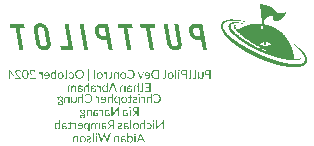
<source format=gbr>
G04*
G04 #@! TF.GenerationSoftware,Altium Limited,Altium Designer,22.4.2 (48)*
G04*
G04 Layer_Color=32896*
%FSLAX44Y44*%
%MOMM*%
G71*
G04*
G04 #@! TF.SameCoordinates,C02FB5F5-7DDD-4E4A-B98E-A3E591FA83C8*
G04*
G04*
G04 #@! TF.FilePolarity,Positive*
G04*
G01*
G75*
G36*
X1246091Y284894D02*
X1246025Y285358D01*
X1245958Y285624D01*
X1245859Y285989D01*
X1245892Y286122D01*
X1246008Y286238D01*
X1246240Y286304D01*
X1250090Y286337D01*
X1250240Y286453D01*
X1250256Y286603D01*
X1250223Y286769D01*
X1250124Y287399D01*
X1250057Y287665D01*
X1249991Y287997D01*
X1249958Y288196D01*
X1249908Y288511D01*
X1249875Y288611D01*
X1249841Y288943D01*
X1249759Y289357D01*
X1249725Y289490D01*
X1249626Y289656D01*
X1249460Y289722D01*
X1249227Y289756D01*
X1237612Y289722D01*
X1237495Y289606D01*
X1237462Y289473D01*
X1237495Y289374D01*
X1237562Y289142D01*
X1237612Y288793D01*
X1237645Y288594D01*
X1237678Y288461D01*
X1237744Y288063D01*
X1237778Y287897D01*
X1237811Y287764D01*
X1237877Y287366D01*
X1237943Y287034D01*
X1237977Y286901D01*
X1238010Y286636D01*
X1238043Y286503D01*
X1238126Y286387D01*
X1238176Y286337D01*
X1238309Y286304D01*
X1242324Y286271D01*
X1242507Y286155D01*
X1242573Y285889D01*
X1242606Y285557D01*
X1242640Y285458D01*
X1242689Y285043D01*
X1242739Y284860D01*
X1242789Y284545D01*
X1242822Y284346D01*
X1242855Y284213D01*
X1242888Y284047D01*
X1242955Y283450D01*
X1242988Y283284D01*
X1243021Y283151D01*
X1243071Y282969D01*
X1243104Y282836D01*
X1243137Y282604D01*
X1243171Y282471D01*
X1243204Y282239D01*
X1243237Y282106D01*
X1243287Y281791D01*
X1243320Y281658D01*
X1243386Y281326D01*
X1243453Y280928D01*
X1243486Y280795D01*
X1243552Y280397D01*
X1243586Y280231D01*
X1243619Y280098D01*
X1243652Y279799D01*
X1243685Y279600D01*
X1243718Y279467D01*
X1243818Y278870D01*
X1243851Y278704D01*
X1243917Y278272D01*
X1244050Y277609D01*
X1244117Y277211D01*
X1244183Y276779D01*
X1244216Y276646D01*
X1244249Y276447D01*
X1244282Y276281D01*
X1244316Y276082D01*
X1244349Y275916D01*
X1244448Y275319D01*
X1244482Y275153D01*
X1244548Y274755D01*
X1244581Y274589D01*
X1244614Y274456D01*
X1244664Y274008D01*
X1244780Y273493D01*
X1244813Y273294D01*
X1244847Y273029D01*
X1244880Y272863D01*
X1244930Y272680D01*
X1244979Y272332D01*
X1245013Y272199D01*
X1245145Y271403D01*
X1245212Y271071D01*
X1245278Y270672D01*
X1245311Y270540D01*
X1245378Y270108D01*
X1245444Y269776D01*
X1245510Y269345D01*
X1245544Y269146D01*
X1245577Y268980D01*
X1245610Y268781D01*
X1245643Y268648D01*
X1245743Y268051D01*
X1245809Y267785D01*
X1245909Y267619D01*
X1246141Y267553D01*
X1248962Y267586D01*
X1249078Y267702D01*
X1249111Y267835D01*
X1249078Y268067D01*
X1249045Y268200D01*
X1248979Y268598D01*
X1248945Y268731D01*
X1248912Y269063D01*
X1248879Y269295D01*
X1248796Y269677D01*
X1248763Y269810D01*
X1248696Y270141D01*
X1248663Y270407D01*
X1248597Y270805D01*
X1248531Y271237D01*
X1248464Y271502D01*
X1248431Y271668D01*
X1248398Y271867D01*
X1248331Y272199D01*
X1248248Y272880D01*
X1248215Y273012D01*
X1248182Y273211D01*
X1248149Y273311D01*
X1248116Y273543D01*
X1248083Y273676D01*
X1248049Y274008D01*
X1248016Y274107D01*
X1247983Y274240D01*
X1247950Y274473D01*
X1247900Y274788D01*
X1247833Y275053D01*
X1247800Y275219D01*
X1247734Y275618D01*
X1247701Y275783D01*
X1247668Y275983D01*
X1247634Y276115D01*
X1247601Y276514D01*
X1247568Y276679D01*
X1247502Y276845D01*
X1247468Y276978D01*
X1247369Y277576D01*
X1247336Y277874D01*
X1247203Y278671D01*
X1247103Y279069D01*
X1246971Y279965D01*
X1246904Y280363D01*
X1246871Y280496D01*
X1246821Y280679D01*
X1246788Y280911D01*
X1246755Y281044D01*
X1246705Y281425D01*
X1246672Y281591D01*
X1246639Y281791D01*
X1246606Y281956D01*
X1246572Y282155D01*
X1246539Y282321D01*
X1246473Y282587D01*
X1246440Y282753D01*
X1246406Y282952D01*
X1246357Y283599D01*
X1246323Y283699D01*
X1246224Y284031D01*
X1246174Y284346D01*
X1246141Y284479D01*
X1246108Y284678D01*
X1246091Y284860D01*
Y284894D01*
D02*
G37*
G36*
X1262154Y290038D02*
X1261839Y289988D01*
X1261540Y289855D01*
X1261407Y289822D01*
X1261175Y289789D01*
X1261042Y289756D01*
X1260727Y289639D01*
X1260346Y289457D01*
X1260180Y289391D01*
X1259715Y289059D01*
X1259649Y289025D01*
X1259549Y288926D01*
X1259483Y288893D01*
X1259350Y288760D01*
X1259283Y288727D01*
X1259068Y288511D01*
X1259035Y288445D01*
X1258902Y288312D01*
X1258869Y288246D01*
X1258736Y288013D01*
X1258587Y287831D01*
X1258537Y287781D01*
X1258371Y287416D01*
X1258271Y287184D01*
X1258172Y286852D01*
X1258139Y286719D01*
X1258072Y286553D01*
X1258039Y286420D01*
X1258006Y286188D01*
X1257939Y285790D01*
X1257923Y284943D01*
X1257956Y284280D01*
X1257989Y284081D01*
X1258022Y283948D01*
X1258055Y283749D01*
X1258089Y283450D01*
X1258122Y283284D01*
X1258155Y283151D01*
X1258188Y282985D01*
X1258221Y282786D01*
X1258255Y282620D01*
X1258321Y282189D01*
X1258387Y281791D01*
X1258420Y281625D01*
X1258454Y281492D01*
X1258487Y281326D01*
X1258520Y281127D01*
X1258553Y280861D01*
X1258587Y280662D01*
X1258620Y280496D01*
X1258653Y280363D01*
X1258719Y279965D01*
X1258786Y279633D01*
X1258819Y279434D01*
X1258852Y279268D01*
X1258952Y278671D01*
X1258985Y278538D01*
X1259018Y278206D01*
X1259051Y278040D01*
X1259084Y277908D01*
X1259151Y277576D01*
X1259184Y277277D01*
X1259217Y277078D01*
X1259250Y276945D01*
X1259317Y276547D01*
X1259350Y276381D01*
X1259383Y276248D01*
X1259416Y276082D01*
X1259516Y275452D01*
X1259549Y275319D01*
X1259582Y275120D01*
X1259649Y274788D01*
X1259715Y274356D01*
X1259814Y273726D01*
X1259848Y273527D01*
X1259980Y272996D01*
X1260030Y272813D01*
X1260063Y272680D01*
X1260130Y272448D01*
X1260163Y272315D01*
X1260279Y272000D01*
X1260462Y271585D01*
X1260528Y271419D01*
X1260561Y271353D01*
X1260827Y270855D01*
X1260993Y270623D01*
X1261159Y270324D01*
X1261258Y270224D01*
X1261291Y270158D01*
X1261607Y269743D01*
X1261756Y269594D01*
X1261789Y269527D01*
X1262055Y269262D01*
X1262088Y269196D01*
X1262138Y269146D01*
X1262204Y269113D01*
X1262503Y268880D01*
X1262602Y268781D01*
X1262669Y268748D01*
X1262735Y268681D01*
X1262801Y268648D01*
X1262901Y268548D01*
X1262967Y268515D01*
X1263233Y268349D01*
X1263299Y268316D01*
X1263498Y268183D01*
X1263714Y268100D01*
X1263913Y267968D01*
X1264262Y267818D01*
X1264577Y267702D01*
X1264925Y267553D01*
X1265158Y267520D01*
X1265473Y267470D01*
X1265755Y267387D01*
X1265987Y267320D01*
X1266120Y267287D01*
X1266452Y267254D01*
X1266585Y267221D01*
X1267979Y267254D01*
X1268078Y267287D01*
X1268311Y267354D01*
X1268709Y267453D01*
X1268925Y267503D01*
X1269057Y267536D01*
X1269240Y267586D01*
X1269456Y267669D01*
X1270036Y267951D01*
X1270269Y268117D01*
X1270335Y268150D01*
X1270567Y268316D01*
X1270750Y268465D01*
X1270866Y268548D01*
X1270899Y268615D01*
X1270966Y268648D01*
X1271132Y268814D01*
X1271181Y268831D01*
X1271215Y268897D01*
X1271380Y269063D01*
X1271414Y269129D01*
X1271580Y269361D01*
X1271746Y269660D01*
X1271878Y269959D01*
X1271961Y270175D01*
X1272077Y270457D01*
X1272127Y270672D01*
X1272194Y270938D01*
X1272227Y271203D01*
X1272260Y271502D01*
X1272293Y271635D01*
X1272310Y272680D01*
X1272277Y272780D01*
X1272227Y273162D01*
X1272194Y273493D01*
X1272160Y273892D01*
X1272094Y274257D01*
X1271994Y274655D01*
X1271961Y274821D01*
X1271928Y275020D01*
X1271895Y275186D01*
X1271862Y275452D01*
X1271795Y275850D01*
X1271729Y276281D01*
X1271663Y276613D01*
X1271596Y276879D01*
X1271563Y277211D01*
X1271530Y277410D01*
X1271480Y277858D01*
X1271414Y278123D01*
X1271364Y278306D01*
X1271331Y278438D01*
X1271298Y278638D01*
X1271264Y278903D01*
X1271198Y279335D01*
X1271165Y279534D01*
X1271065Y280032D01*
X1270999Y280297D01*
X1270932Y280629D01*
X1270899Y280828D01*
X1270883Y280878D01*
Y280911D01*
X1270767Y281658D01*
X1270717Y281840D01*
X1270650Y282106D01*
X1270518Y283035D01*
X1270484Y283367D01*
X1270451Y283466D01*
X1270418Y283599D01*
X1270335Y283981D01*
X1270302Y284114D01*
X1270269Y284280D01*
X1270236Y284479D01*
X1270202Y284645D01*
X1270153Y284827D01*
X1270053Y285060D01*
X1269937Y285375D01*
X1269854Y285657D01*
X1269788Y285823D01*
X1269754Y285889D01*
X1269588Y286155D01*
X1269257Y286785D01*
X1269107Y286968D01*
X1269024Y287084D01*
X1268709Y287499D01*
X1268659Y287549D01*
X1268626Y287615D01*
X1268559Y287681D01*
X1268526Y287748D01*
X1268443Y287831D01*
X1268377Y287864D01*
X1268261Y287980D01*
X1268228Y288046D01*
X1268111Y288129D01*
X1267879Y288362D01*
X1267813Y288395D01*
X1267746Y288461D01*
X1267680Y288494D01*
X1267580Y288594D01*
X1267514Y288627D01*
X1267448Y288694D01*
X1267381Y288727D01*
X1266966Y289009D01*
X1266502Y289241D01*
X1266452Y289291D01*
X1266153Y289424D01*
X1265971Y289473D01*
X1265805Y289540D01*
X1265390Y289722D01*
X1264992Y289789D01*
X1264859Y289822D01*
X1264677Y289872D01*
X1264394Y289955D01*
X1264129Y290021D01*
X1263698Y290054D01*
X1262785Y290071D01*
X1262154Y290038D01*
D02*
G37*
G36*
X1288904Y281077D02*
X1288871Y281276D01*
X1288837Y281376D01*
X1288788Y281691D01*
X1288754Y281824D01*
X1288721Y281990D01*
X1288672Y282438D01*
X1288638Y282570D01*
X1288589Y282952D01*
X1288555Y283151D01*
X1288489Y283483D01*
X1288423Y283749D01*
X1288389Y283915D01*
X1288356Y284114D01*
X1288323Y284379D01*
X1288290Y284578D01*
X1288224Y284844D01*
X1288157Y285275D01*
X1288124Y285408D01*
X1288091Y285607D01*
X1288058Y285873D01*
X1288008Y286055D01*
X1287975Y286387D01*
X1287941Y286586D01*
X1287908Y286686D01*
X1287842Y286951D01*
X1287792Y287300D01*
X1287759Y287499D01*
X1287693Y287930D01*
X1287659Y288262D01*
X1287626Y288428D01*
X1287576Y288611D01*
X1287510Y288876D01*
X1287444Y289341D01*
X1287410Y289540D01*
X1287327Y289656D01*
X1287162Y289722D01*
X1286830Y289756D01*
X1284241Y289722D01*
X1284092Y289606D01*
X1284058Y289473D01*
X1284108Y289291D01*
X1284141Y289158D01*
X1284174Y288992D01*
X1284241Y288727D01*
X1284307Y288395D01*
X1284341Y288030D01*
X1284407Y287698D01*
X1284440Y287432D01*
X1284473Y287267D01*
X1284523Y287084D01*
X1284556Y286852D01*
X1284589Y286719D01*
X1284639Y286337D01*
X1284672Y286204D01*
X1284772Y285607D01*
X1284805Y285474D01*
X1284838Y285275D01*
X1284872Y285109D01*
X1284905Y284977D01*
X1284938Y284811D01*
X1284971Y284545D01*
X1285037Y284147D01*
X1285071Y283981D01*
X1285203Y283184D01*
X1285237Y283052D01*
X1285270Y282886D01*
X1285336Y282454D01*
X1285369Y282321D01*
X1285436Y281923D01*
X1285469Y281757D01*
X1285502Y281558D01*
X1285535Y281392D01*
X1285635Y280795D01*
X1285668Y280463D01*
X1285701Y280264D01*
X1285784Y280048D01*
X1285817Y279816D01*
X1285867Y279534D01*
X1285900Y279335D01*
X1285934Y279169D01*
X1285983Y278721D01*
X1286017Y278588D01*
X1286066Y278306D01*
X1286116Y278123D01*
X1286182Y277725D01*
X1286216Y277493D01*
X1286249Y277360D01*
X1286299Y276912D01*
X1286365Y276580D01*
X1286415Y276397D01*
X1286448Y276265D01*
X1286481Y276032D01*
X1286514Y275900D01*
X1286564Y275518D01*
X1286597Y275352D01*
X1286664Y274954D01*
X1286697Y274788D01*
X1286763Y274522D01*
X1286796Y274356D01*
X1286830Y274091D01*
X1286863Y273792D01*
X1286896Y273626D01*
X1286946Y273444D01*
X1286979Y273112D01*
X1287012Y272913D01*
X1287079Y272747D01*
X1287112Y272614D01*
X1287145Y272216D01*
X1287211Y272050D01*
X1287244Y271585D01*
X1287278Y271486D01*
X1287311Y271253D01*
X1287211Y271087D01*
X1287162Y271038D01*
X1286697Y270971D01*
X1280773Y270988D01*
X1280574Y270955D01*
X1280457Y270872D01*
X1280408Y270822D01*
X1280374Y270722D01*
X1280507Y270390D01*
X1280540Y269893D01*
X1280574Y269793D01*
X1280623Y269577D01*
X1280657Y269312D01*
X1280690Y269146D01*
X1280740Y268963D01*
X1280839Y268266D01*
X1280889Y267951D01*
X1280922Y267818D01*
X1280972Y267702D01*
X1281121Y267553D01*
X1281387Y267520D01*
X1281486Y267553D01*
X1290663Y267536D01*
X1290961Y267569D01*
X1291127Y267636D01*
X1291227Y267735D01*
X1291194Y268233D01*
X1291161Y268333D01*
X1291111Y268681D01*
X1291078Y268814D01*
X1291011Y269146D01*
X1290978Y269345D01*
X1290945Y269511D01*
X1290895Y269959D01*
X1290862Y270092D01*
X1290812Y270341D01*
X1290779Y270473D01*
X1290713Y270805D01*
X1290679Y271071D01*
X1290613Y271469D01*
X1290580Y271735D01*
X1290547Y271934D01*
X1290513Y272100D01*
X1290447Y272498D01*
X1290397Y272680D01*
X1290364Y272813D01*
X1290314Y273195D01*
X1290281Y273394D01*
X1290248Y273726D01*
X1290215Y273892D01*
X1290132Y274174D01*
X1290032Y274572D01*
X1289966Y275037D01*
X1289916Y275418D01*
X1289816Y275817D01*
X1289783Y275983D01*
X1289750Y276182D01*
X1289717Y276348D01*
X1289684Y276480D01*
X1289617Y277011D01*
X1289568Y277459D01*
X1289534Y277592D01*
X1289485Y277775D01*
X1289451Y277941D01*
X1289418Y278140D01*
X1289385Y278306D01*
X1289285Y278969D01*
X1289252Y279169D01*
X1289186Y279501D01*
X1289153Y279633D01*
X1289086Y279965D01*
X1288987Y280596D01*
X1288920Y281060D01*
X1288904Y281077D01*
D02*
G37*
G36*
X1297632Y284595D02*
X1297699Y284130D01*
X1297732Y283997D01*
X1297765Y283666D01*
X1297798Y283533D01*
X1297831Y283267D01*
X1297898Y283101D01*
X1297931Y282969D01*
X1297964Y282637D01*
X1297997Y282504D01*
X1298080Y281956D01*
X1298114Y281757D01*
X1298147Y281591D01*
X1298230Y281309D01*
X1298296Y280745D01*
X1298329Y280612D01*
X1298379Y280330D01*
X1298412Y280131D01*
X1298445Y279965D01*
X1298495Y279783D01*
X1298528Y279550D01*
X1298562Y279285D01*
X1298595Y279185D01*
X1298711Y278372D01*
X1298777Y278107D01*
X1298810Y277941D01*
X1298844Y277742D01*
X1298877Y277576D01*
X1298943Y277177D01*
X1299043Y276514D01*
X1299076Y276314D01*
X1299109Y276182D01*
X1299159Y275999D01*
X1299192Y275866D01*
X1299225Y275534D01*
X1299259Y275402D01*
X1299308Y275020D01*
X1299341Y274821D01*
X1299375Y274655D01*
X1299408Y274522D01*
X1299458Y274340D01*
X1299491Y274008D01*
X1299524Y273776D01*
X1299557Y273643D01*
X1299624Y273244D01*
X1299673Y272962D01*
X1299707Y272830D01*
X1299806Y272232D01*
X1299839Y272100D01*
X1299872Y271900D01*
X1299922Y271452D01*
X1299972Y271104D01*
X1300072Y270706D01*
X1300105Y270540D01*
X1300204Y269909D01*
X1300238Y269577D01*
X1300271Y269411D01*
X1300354Y269129D01*
X1300387Y268897D01*
X1300420Y268764D01*
X1300470Y268548D01*
X1300503Y268416D01*
X1300536Y268150D01*
X1300603Y267785D01*
X1300735Y267619D01*
X1300968Y267553D01*
X1303722Y267586D01*
X1303905Y267735D01*
X1303872Y268134D01*
X1303839Y268233D01*
X1303805Y268366D01*
X1303772Y268598D01*
X1303739Y268731D01*
X1303673Y269196D01*
X1303639Y269328D01*
X1303590Y269610D01*
X1303490Y270208D01*
X1303424Y270473D01*
X1303324Y271071D01*
X1303291Y271369D01*
X1303258Y271569D01*
X1303191Y271900D01*
X1303158Y272033D01*
X1303125Y272199D01*
X1302992Y272996D01*
X1302926Y273328D01*
X1302893Y273726D01*
X1302826Y273991D01*
X1302760Y274323D01*
X1302727Y274456D01*
X1302693Y274655D01*
X1302594Y275286D01*
X1302561Y275452D01*
X1302511Y275767D01*
X1302478Y275866D01*
X1302411Y276265D01*
X1302378Y276397D01*
X1302345Y276630D01*
X1302312Y277028D01*
X1302279Y277127D01*
X1302179Y277526D01*
X1302063Y278206D01*
X1302013Y278654D01*
X1301980Y278787D01*
X1301930Y279102D01*
X1301864Y279368D01*
X1301831Y279534D01*
X1301797Y279799D01*
X1301731Y280131D01*
X1301698Y280397D01*
X1301631Y280795D01*
X1301598Y280928D01*
X1301565Y281094D01*
X1301532Y281226D01*
X1301465Y281558D01*
X1301366Y282222D01*
X1301300Y282620D01*
X1301266Y282753D01*
X1301233Y282919D01*
X1301200Y283218D01*
X1301134Y283583D01*
X1301084Y283765D01*
X1301051Y283898D01*
X1301017Y284329D01*
X1300984Y284429D01*
X1300951Y284562D01*
X1300835Y285109D01*
X1300802Y285441D01*
X1300769Y285640D01*
X1300719Y285823D01*
X1300686Y286155D01*
X1300603Y286536D01*
X1300553Y286719D01*
X1300520Y286852D01*
X1300437Y287532D01*
X1300403Y287731D01*
X1300304Y288229D01*
X1300238Y288627D01*
X1300171Y289059D01*
X1300138Y289191D01*
X1300105Y289557D01*
X1300022Y289673D01*
X1299872Y289722D01*
X1299541Y289756D01*
X1296952Y289722D01*
X1296769Y289606D01*
X1296736Y289473D01*
X1296803Y289208D01*
X1296836Y288976D01*
X1296935Y288577D01*
X1296985Y288262D01*
X1297085Y287665D01*
X1297118Y287366D01*
X1297151Y287233D01*
X1297201Y287051D01*
X1297251Y286835D01*
X1297284Y286702D01*
X1297317Y286503D01*
X1297350Y286204D01*
X1297417Y285839D01*
X1297450Y285541D01*
X1297483Y285342D01*
X1297516Y285209D01*
X1297566Y285026D01*
X1297599Y284794D01*
X1297632Y284661D01*
Y284628D01*
Y284595D01*
D02*
G37*
G36*
X1314276Y289722D02*
X1314177Y289689D01*
X1313928Y289639D01*
X1313745Y289590D01*
X1313513Y289523D01*
X1313247Y289457D01*
X1312866Y289374D01*
X1312700Y289308D01*
X1312484Y289191D01*
X1312318Y289125D01*
X1311953Y288926D01*
X1311687Y288760D01*
X1311621Y288727D01*
X1311439Y288577D01*
X1311322Y288494D01*
X1311140Y288345D01*
X1310742Y287947D01*
X1310708Y287880D01*
X1310609Y287781D01*
X1310576Y287715D01*
X1310509Y287648D01*
X1310476Y287582D01*
X1310310Y287349D01*
X1310277Y287283D01*
X1310045Y286852D01*
X1309845Y286420D01*
X1309746Y286088D01*
X1309680Y285856D01*
X1309630Y285640D01*
X1309597Y285441D01*
X1309563Y285275D01*
X1309530Y285010D01*
X1309497Y284445D01*
X1309480Y284130D01*
X1309514Y284031D01*
X1309547Y283300D01*
X1309580Y283201D01*
X1309613Y283068D01*
X1309663Y282753D01*
X1309713Y282570D01*
X1309763Y282155D01*
X1309829Y281890D01*
X1309978Y281542D01*
X1310028Y281326D01*
X1310194Y280861D01*
X1310343Y280612D01*
X1310410Y280380D01*
X1310808Y279650D01*
X1310957Y279467D01*
X1311123Y279202D01*
X1311389Y278804D01*
X1311472Y278687D01*
X1311671Y278488D01*
X1311704Y278422D01*
X1312218Y277908D01*
X1312285Y277874D01*
X1312517Y277642D01*
X1312584Y277609D01*
X1312716Y277476D01*
X1312783Y277443D01*
X1313247Y277111D01*
X1313314Y277078D01*
X1313811Y276779D01*
X1314442Y276480D01*
X1314857Y276331D01*
X1315040Y276248D01*
X1315205Y276182D01*
X1315338Y276148D01*
X1315571Y276115D01*
X1316118Y275999D01*
X1316516Y275900D01*
X1316682Y275866D01*
X1316881Y275833D01*
X1318873Y275800D01*
X1319636Y275767D01*
X1319802Y275700D01*
X1319901Y275634D01*
X1319935Y275501D01*
X1319968Y275136D01*
X1320001Y275037D01*
X1320034Y274904D01*
X1320067Y274539D01*
X1320134Y274373D01*
X1320167Y274240D01*
X1320200Y273809D01*
X1320233Y273709D01*
X1320300Y273311D01*
X1320333Y273178D01*
X1320366Y272913D01*
X1320399Y272813D01*
X1320432Y272680D01*
X1320482Y272465D01*
X1320515Y272265D01*
X1320565Y271817D01*
X1320598Y271685D01*
X1320648Y271502D01*
X1320681Y271237D01*
X1320731Y270921D01*
X1320798Y270755D01*
X1320847Y270440D01*
X1320881Y270175D01*
X1320947Y269776D01*
X1320980Y269511D01*
X1321063Y269229D01*
X1321096Y269096D01*
X1321129Y268731D01*
X1321196Y268565D01*
X1321246Y268150D01*
X1321279Y267951D01*
X1321312Y267785D01*
X1321445Y267619D01*
X1321710Y267553D01*
X1324465Y267586D01*
X1324614Y267702D01*
X1324647Y267835D01*
X1324614Y267934D01*
X1324565Y268250D01*
X1324498Y268648D01*
X1324465Y268781D01*
X1324398Y269113D01*
X1324332Y269544D01*
X1324266Y269942D01*
X1324233Y270108D01*
X1324133Y270706D01*
X1324067Y271038D01*
X1323967Y271635D01*
X1323901Y271967D01*
X1323867Y272166D01*
X1323834Y272431D01*
X1323768Y272697D01*
X1323702Y273128D01*
X1323652Y273311D01*
X1323619Y273543D01*
X1323585Y274008D01*
X1323519Y274174D01*
X1323453Y274439D01*
X1323403Y274821D01*
X1323370Y274954D01*
X1323336Y275153D01*
X1323270Y275584D01*
X1323237Y275750D01*
X1323204Y275949D01*
X1323171Y276115D01*
X1323137Y276314D01*
X1323104Y276480D01*
X1323071Y276679D01*
X1323038Y276845D01*
X1323005Y277045D01*
X1322971Y277211D01*
X1322938Y277476D01*
X1322905Y277675D01*
X1322805Y278173D01*
X1322789Y278289D01*
Y278322D01*
X1322756Y278455D01*
X1322623Y279185D01*
X1322540Y279666D01*
X1322474Y279998D01*
X1322440Y280297D01*
X1322407Y280496D01*
X1322357Y280679D01*
X1322324Y280811D01*
X1322291Y281210D01*
X1322258Y281309D01*
X1322225Y281542D01*
X1322158Y281807D01*
X1322092Y282205D01*
X1322059Y282438D01*
X1322026Y282570D01*
X1321976Y282886D01*
X1321876Y283483D01*
X1321843Y283649D01*
X1321810Y283782D01*
X1321743Y284114D01*
X1321677Y284512D01*
X1321611Y284943D01*
X1321577Y285076D01*
X1321544Y285242D01*
X1321511Y285441D01*
X1321445Y285873D01*
X1321378Y286204D01*
X1321279Y286802D01*
X1321246Y286968D01*
X1321212Y287167D01*
X1321179Y287300D01*
X1321146Y287565D01*
X1321113Y287764D01*
X1321046Y288030D01*
X1320980Y288461D01*
X1320947Y288594D01*
X1320881Y289025D01*
X1320847Y289158D01*
X1320781Y289557D01*
X1320731Y289606D01*
X1320715Y289656D01*
X1320549Y289722D01*
X1320416Y289756D01*
X1314276Y289722D01*
D02*
G37*
G36*
X1334073Y285126D02*
X1334123Y284777D01*
X1334189Y284445D01*
X1334222Y284313D01*
X1334255Y284114D01*
X1334289Y283848D01*
X1334322Y283450D01*
X1334355Y283317D01*
X1334405Y283135D01*
X1334438Y283002D01*
X1334488Y282753D01*
X1334521Y282620D01*
X1334571Y282172D01*
X1334654Y281791D01*
X1334687Y281591D01*
X1334720Y281425D01*
X1334753Y281226D01*
X1334786Y281094D01*
X1334886Y280496D01*
X1334986Y279866D01*
X1335019Y279733D01*
X1335052Y279567D01*
X1335085Y279368D01*
X1335118Y279235D01*
X1335218Y278638D01*
X1335251Y278339D01*
X1335301Y278024D01*
X1335367Y277858D01*
X1335400Y277625D01*
X1335434Y277327D01*
X1335467Y277227D01*
X1335533Y276829D01*
X1335566Y276597D01*
X1335616Y276281D01*
X1335749Y275750D01*
X1335815Y275319D01*
X1335915Y274688D01*
X1335948Y274522D01*
X1335981Y274389D01*
X1336014Y274091D01*
X1336081Y273726D01*
X1336114Y273593D01*
X1336147Y273427D01*
X1336180Y273228D01*
X1336280Y272564D01*
X1336346Y272232D01*
X1336396Y272050D01*
X1336446Y271834D01*
X1336479Y271535D01*
X1336545Y271137D01*
X1336579Y271004D01*
X1336612Y270838D01*
X1336678Y270407D01*
X1336711Y270274D01*
X1336761Y270092D01*
X1336794Y269693D01*
X1336828Y269594D01*
X1336877Y269212D01*
X1336910Y269013D01*
X1336977Y268748D01*
X1337010Y268582D01*
X1337076Y268183D01*
X1337110Y268051D01*
X1337143Y267852D01*
X1337209Y267686D01*
X1337309Y267586D01*
X1337541Y267553D01*
X1338238Y267520D01*
X1338338Y267553D01*
X1340329Y267586D01*
X1340445Y267702D01*
X1340412Y268266D01*
X1340379Y268366D01*
X1340329Y268648D01*
X1340279Y268831D01*
X1340246Y269063D01*
X1340213Y269395D01*
X1340146Y269561D01*
X1340063Y270208D01*
X1339997Y270540D01*
X1339931Y270971D01*
X1339881Y271154D01*
X1339848Y271286D01*
X1339814Y271519D01*
X1339781Y271851D01*
X1339748Y271950D01*
X1339715Y272083D01*
X1339648Y272481D01*
X1339615Y272714D01*
X1339582Y272846D01*
X1339532Y273062D01*
X1339499Y273228D01*
X1339466Y273493D01*
X1339433Y273825D01*
X1339400Y273991D01*
X1339300Y274389D01*
X1339250Y274572D01*
X1339200Y275053D01*
X1339151Y275236D01*
X1339101Y275651D01*
X1339034Y275916D01*
X1339001Y276082D01*
X1338968Y276281D01*
X1338935Y276447D01*
X1338869Y276845D01*
X1338802Y277277D01*
X1338769Y277443D01*
X1338736Y277576D01*
X1338669Y277908D01*
X1338537Y278704D01*
X1338504Y278969D01*
X1338371Y279766D01*
X1338304Y280198D01*
X1338271Y280330D01*
X1338238Y280529D01*
X1338205Y280795D01*
X1338138Y281127D01*
X1338105Y281259D01*
X1338072Y281459D01*
X1338022Y281774D01*
X1337956Y281940D01*
X1337923Y282272D01*
X1337890Y282404D01*
X1337790Y282969D01*
X1337757Y283101D01*
X1337707Y283417D01*
X1337674Y283583D01*
X1337607Y283848D01*
X1337574Y284014D01*
X1337524Y284462D01*
X1337491Y284595D01*
X1337425Y284993D01*
X1337392Y285126D01*
X1337359Y285391D01*
X1337325Y285491D01*
X1337292Y285790D01*
X1337226Y285956D01*
X1337259Y286155D01*
X1337342Y286238D01*
X1337607Y286304D01*
X1341524Y286337D01*
X1341640Y286453D01*
X1341606Y286686D01*
X1341573Y286785D01*
X1341540Y286918D01*
X1341507Y287250D01*
X1341474Y287349D01*
X1341441Y287582D01*
X1341407Y287715D01*
X1341358Y288030D01*
X1341291Y288362D01*
X1341225Y288760D01*
X1341175Y288943D01*
X1341142Y289274D01*
X1341075Y289540D01*
X1340959Y289689D01*
X1340694Y289756D01*
X1329012Y289722D01*
X1328862Y289606D01*
X1328829Y289473D01*
X1328879Y289291D01*
X1328912Y289025D01*
X1328978Y288660D01*
X1329012Y288528D01*
X1329061Y288345D01*
X1329095Y288013D01*
X1329194Y287681D01*
X1329244Y287300D01*
X1329294Y287117D01*
X1329327Y286984D01*
X1329360Y286653D01*
X1329493Y286420D01*
X1329543Y286370D01*
X1329675Y286337D01*
X1329908Y286304D01*
X1333691Y286271D01*
X1333874Y286122D01*
X1333940Y285956D01*
X1333973Y285557D01*
X1334007Y285458D01*
X1334056Y285142D01*
X1334073Y285126D01*
D02*
G37*
G36*
X1356010Y268963D02*
X1356060Y268648D01*
X1356093Y268482D01*
X1356126Y268349D01*
X1356193Y267918D01*
X1356226Y267785D01*
X1356342Y267603D01*
X1356491Y267553D01*
X1357603Y267536D01*
X1359362Y267569D01*
X1359478Y267652D01*
X1359528Y267702D01*
X1359561Y267835D01*
X1359528Y267934D01*
X1359478Y268316D01*
X1359445Y268482D01*
X1359412Y268681D01*
X1359346Y269013D01*
X1359312Y269212D01*
X1359279Y269378D01*
X1359246Y269577D01*
X1359180Y269909D01*
X1359147Y270208D01*
X1359113Y270407D01*
X1359047Y270739D01*
X1359014Y270938D01*
X1358964Y271120D01*
X1358931Y271353D01*
X1358898Y271486D01*
X1358864Y271884D01*
X1358798Y272050D01*
X1358748Y272332D01*
X1358649Y272929D01*
X1358615Y273062D01*
X1358582Y273228D01*
X1358549Y273493D01*
X1358516Y273825D01*
X1358483Y273958D01*
X1358383Y274456D01*
X1358333Y274638D01*
X1358284Y274921D01*
X1358234Y275369D01*
X1358201Y275501D01*
X1358151Y275783D01*
X1358118Y275916D01*
X1358084Y276115D01*
X1358051Y276281D01*
X1358018Y276480D01*
X1357952Y276812D01*
X1357919Y277011D01*
X1357885Y277277D01*
X1357719Y278107D01*
X1357620Y278704D01*
X1357587Y278969D01*
X1357354Y280363D01*
X1357288Y280695D01*
X1357222Y281127D01*
X1357155Y281459D01*
X1357122Y281591D01*
X1357056Y281923D01*
X1356989Y282321D01*
X1356956Y282487D01*
X1356923Y282687D01*
X1356890Y282819D01*
X1356857Y283018D01*
X1356823Y283317D01*
X1356790Y283450D01*
X1356740Y283632D01*
X1356707Y283765D01*
X1356674Y283997D01*
X1356641Y284130D01*
X1356591Y284512D01*
X1356558Y284711D01*
X1356525Y284844D01*
X1356425Y285441D01*
X1356359Y285773D01*
X1356326Y285906D01*
X1356309Y286088D01*
X1356458Y286271D01*
X1356691Y286304D01*
X1360607Y286337D01*
X1360723Y286453D01*
X1360690Y286752D01*
X1360656Y286852D01*
X1360623Y287084D01*
X1360590Y287217D01*
X1360540Y287499D01*
X1360491Y287681D01*
X1360441Y288096D01*
X1360391Y288279D01*
X1360358Y288412D01*
X1360291Y288843D01*
X1360258Y288943D01*
X1360192Y289407D01*
X1360159Y289540D01*
X1360009Y289722D01*
X1359677Y289756D01*
X1348974Y289739D01*
X1348161Y289756D01*
X1347946Y289639D01*
X1347912Y289507D01*
X1347946Y289274D01*
X1347979Y289175D01*
X1348012Y288810D01*
X1348045Y288710D01*
X1348078Y288577D01*
X1348128Y288362D01*
X1348161Y288163D01*
X1348194Y287997D01*
X1348261Y287731D01*
X1348327Y287300D01*
X1348360Y287167D01*
X1348394Y286968D01*
X1348460Y286536D01*
X1348543Y286420D01*
X1348593Y286370D01*
X1348725Y286337D01*
X1348958Y286304D01*
X1352774Y286271D01*
X1352957Y286122D01*
X1352990Y285989D01*
X1353073Y285408D01*
X1353139Y285076D01*
X1353173Y284943D01*
X1353272Y284346D01*
X1353305Y284213D01*
X1353338Y284047D01*
X1353405Y283450D01*
X1353438Y283317D01*
X1353471Y283151D01*
X1353504Y283018D01*
X1353571Y282687D01*
X1353670Y282089D01*
X1353737Y281724D01*
X1353803Y281392D01*
X1353836Y281094D01*
X1353870Y280894D01*
X1353936Y280629D01*
X1353969Y280463D01*
X1354069Y279832D01*
X1354135Y279434D01*
X1354168Y279268D01*
X1354201Y279135D01*
X1354235Y278969D01*
X1354268Y278770D01*
X1354301Y278604D01*
X1354367Y278073D01*
X1354450Y277791D01*
X1354483Y277459D01*
X1354533Y277211D01*
X1354566Y277078D01*
X1354699Y276281D01*
X1354732Y276115D01*
X1354766Y275983D01*
X1354799Y275817D01*
X1354998Y274622D01*
X1355031Y274456D01*
X1355064Y274257D01*
X1355098Y273892D01*
X1355131Y273759D01*
X1355164Y273593D01*
X1355230Y273328D01*
X1355264Y273162D01*
X1355330Y272730D01*
X1355363Y272531D01*
X1355463Y272033D01*
X1355529Y271635D01*
X1355595Y271303D01*
X1355629Y271104D01*
X1355662Y270971D01*
X1355695Y270772D01*
X1355728Y270473D01*
X1355761Y270341D01*
X1355811Y270158D01*
X1355844Y270025D01*
X1355877Y269627D01*
X1355911Y269527D01*
X1355960Y269179D01*
X1355994Y269013D01*
X1356010Y268997D01*
Y268963D01*
D02*
G37*
G36*
X1380669Y287316D02*
X1380603Y287715D01*
X1380569Y287847D01*
X1380520Y288163D01*
X1380486Y288428D01*
X1380453Y288727D01*
X1380420Y288860D01*
X1380354Y289191D01*
X1380320Y289391D01*
X1380287Y289523D01*
X1380204Y289639D01*
X1380155Y289689D01*
X1379756Y289756D01*
X1377068Y289722D01*
X1376985Y289639D01*
X1376952Y289507D01*
X1376985Y289308D01*
X1377018Y289208D01*
X1377085Y288743D01*
X1377134Y288461D01*
X1377168Y288328D01*
X1377201Y288129D01*
X1377300Y287499D01*
X1377367Y287167D01*
X1377433Y286802D01*
X1377500Y286404D01*
X1377533Y286238D01*
X1377632Y285640D01*
X1377665Y285474D01*
X1377732Y285076D01*
X1377765Y284943D01*
X1377865Y284346D01*
X1377931Y284014D01*
X1377964Y283815D01*
X1377997Y283483D01*
X1378031Y283284D01*
X1378097Y283018D01*
X1378130Y282852D01*
X1378230Y282255D01*
X1378263Y282089D01*
X1378296Y281890D01*
X1378362Y281459D01*
X1378396Y281293D01*
X1378429Y281160D01*
X1378462Y280961D01*
X1378495Y280795D01*
X1378562Y280363D01*
X1378595Y280198D01*
X1378628Y280065D01*
X1378694Y279666D01*
X1378761Y279335D01*
X1378893Y278538D01*
X1378960Y278107D01*
X1379026Y277841D01*
X1379126Y277244D01*
X1379159Y276978D01*
X1379192Y276779D01*
X1379225Y276646D01*
X1379325Y276049D01*
X1379358Y275916D01*
X1379391Y275717D01*
X1379458Y275352D01*
X1379491Y275186D01*
X1379524Y275053D01*
X1379557Y274854D01*
X1379590Y274589D01*
X1379624Y274423D01*
X1379657Y274224D01*
X1379690Y274091D01*
X1379723Y273825D01*
X1379789Y273427D01*
X1379823Y273261D01*
X1379856Y273128D01*
X1379906Y272282D01*
X1379872Y272183D01*
X1379806Y271917D01*
X1379690Y271602D01*
X1379557Y271403D01*
X1379474Y271286D01*
X1379259Y271071D01*
X1379192Y271038D01*
X1378495Y270739D01*
X1378031Y270672D01*
X1376504Y270706D01*
X1376404Y270739D01*
X1376222Y270789D01*
X1375940Y270905D01*
X1375757Y270955D01*
X1375492Y271054D01*
X1375442Y271104D01*
X1375376Y271137D01*
X1375276Y271237D01*
X1375210Y271270D01*
X1375143Y271336D01*
X1375077Y271369D01*
X1375027Y271419D01*
X1374994Y271486D01*
X1374795Y271685D01*
X1374595Y272050D01*
X1374463Y272348D01*
X1374297Y272780D01*
X1374230Y273045D01*
X1374181Y273228D01*
X1374147Y273394D01*
X1374114Y273792D01*
X1374081Y273958D01*
X1374048Y274091D01*
X1373998Y274273D01*
X1373965Y274406D01*
X1373932Y274638D01*
X1373899Y274771D01*
X1373865Y275004D01*
X1373832Y275136D01*
X1373782Y275518D01*
X1373749Y275717D01*
X1373716Y275850D01*
X1373683Y276016D01*
X1373650Y276148D01*
X1373616Y276414D01*
X1373583Y276580D01*
X1373484Y277177D01*
X1373450Y277343D01*
X1373351Y277941D01*
X1373318Y278107D01*
X1373285Y278239D01*
X1373251Y278405D01*
X1373218Y278604D01*
X1373185Y278870D01*
X1373119Y279301D01*
X1373085Y279467D01*
X1373052Y279600D01*
X1372986Y279932D01*
X1372886Y280529D01*
X1372853Y280795D01*
X1372787Y281160D01*
X1372737Y281342D01*
X1372704Y281475D01*
X1372637Y281940D01*
X1372604Y282073D01*
X1372554Y282388D01*
X1372521Y282587D01*
X1372488Y282753D01*
X1372455Y282952D01*
X1372422Y283218D01*
X1372388Y283417D01*
X1372355Y283549D01*
X1372305Y283732D01*
X1372272Y283865D01*
X1372239Y284197D01*
X1372206Y284329D01*
X1372173Y284728D01*
X1372140Y284827D01*
X1372106Y285060D01*
X1372073Y285192D01*
X1372023Y285408D01*
X1371990Y285574D01*
X1371957Y285773D01*
X1371857Y286404D01*
X1371791Y286669D01*
X1371758Y286835D01*
X1371725Y287167D01*
X1371625Y287565D01*
X1371575Y288013D01*
X1371526Y288229D01*
X1371426Y288727D01*
X1371393Y288860D01*
X1371343Y289308D01*
X1371277Y289573D01*
X1371194Y289689D01*
X1370928Y289756D01*
X1368074Y289722D01*
X1367958Y289606D01*
X1367941Y289490D01*
X1368008Y289225D01*
X1368041Y288926D01*
X1368140Y288328D01*
X1368174Y288163D01*
X1368207Y288030D01*
X1368273Y287698D01*
X1368340Y287267D01*
X1368373Y287101D01*
X1368472Y286503D01*
X1368506Y286337D01*
X1368539Y286138D01*
X1368572Y285972D01*
X1368605Y285839D01*
X1368705Y285209D01*
X1368738Y285076D01*
X1368771Y284910D01*
X1368821Y284462D01*
X1368854Y284329D01*
X1368904Y284114D01*
X1368937Y283981D01*
X1368970Y283549D01*
X1369003Y283384D01*
X1369037Y283251D01*
X1369169Y282587D01*
X1369203Y282388D01*
X1369269Y282056D01*
X1369402Y281259D01*
X1369435Y281127D01*
X1369468Y280961D01*
X1369534Y280529D01*
X1369568Y280330D01*
X1369634Y279998D01*
X1369667Y279866D01*
X1369700Y279700D01*
X1369733Y279335D01*
X1369767Y279135D01*
X1369800Y279003D01*
X1369850Y278820D01*
X1369899Y278505D01*
X1370032Y277708D01*
X1370099Y277343D01*
X1370132Y277211D01*
X1370298Y276215D01*
X1370364Y275883D01*
X1370464Y275286D01*
X1370497Y275120D01*
X1370530Y274987D01*
X1370596Y274555D01*
X1370629Y274389D01*
X1370679Y273941D01*
X1370762Y273560D01*
X1370829Y273294D01*
X1370895Y272962D01*
X1370995Y272564D01*
X1371044Y272382D01*
X1371177Y272050D01*
X1371277Y271817D01*
X1371360Y271602D01*
X1371692Y270938D01*
X1371774Y270822D01*
X1371940Y270556D01*
X1372073Y270324D01*
X1372173Y270224D01*
X1372206Y270158D01*
X1372355Y269975D01*
X1372438Y269859D01*
X1372538Y269760D01*
X1372571Y269693D01*
X1372770Y269494D01*
X1372803Y269428D01*
X1372986Y269245D01*
X1373052Y269212D01*
X1373318Y268947D01*
X1373368Y268930D01*
X1373384Y268880D01*
X1373450Y268847D01*
X1373550Y268748D01*
X1373616Y268714D01*
X1373799Y268565D01*
X1374048Y268416D01*
X1374114Y268382D01*
X1374347Y268216D01*
X1375176Y267818D01*
X1375492Y267702D01*
X1375774Y267586D01*
X1376039Y267520D01*
X1376388Y267437D01*
X1376554Y267403D01*
X1376686Y267370D01*
X1376852Y267337D01*
X1376985Y267304D01*
X1377184Y267271D01*
X1377483Y267237D01*
X1378097Y267221D01*
X1378196Y267254D01*
X1378429Y267221D01*
X1378860Y267254D01*
X1379391Y267387D01*
X1379624Y267453D01*
X1379889Y267520D01*
X1380138Y267569D01*
X1380304Y267636D01*
X1381034Y268001D01*
X1381233Y268134D01*
X1381499Y268300D01*
X1381615Y268416D01*
X1381681Y268449D01*
X1382328Y269096D01*
X1382494Y269395D01*
X1382627Y269594D01*
X1382926Y270224D01*
X1383025Y270556D01*
X1383092Y270822D01*
X1383191Y271386D01*
X1383224Y271519D01*
X1383258Y272050D01*
X1383224Y272282D01*
X1383258Y272514D01*
X1383208Y272996D01*
X1383141Y273328D01*
X1383108Y273659D01*
X1383009Y274290D01*
X1382975Y274489D01*
X1382909Y274755D01*
X1382810Y275252D01*
X1382743Y275651D01*
X1382644Y276314D01*
X1382577Y276646D01*
X1382527Y276829D01*
X1382461Y277227D01*
X1382345Y278007D01*
X1382312Y278206D01*
X1382279Y278339D01*
X1382245Y278505D01*
X1382212Y278638D01*
X1382179Y278804D01*
X1382113Y279235D01*
X1382079Y279434D01*
X1382046Y279733D01*
X1381980Y280065D01*
X1381913Y280330D01*
X1381847Y280662D01*
X1381814Y280861D01*
X1381714Y281525D01*
X1381681Y281691D01*
X1381615Y281956D01*
X1381548Y282355D01*
X1381515Y282521D01*
X1381449Y282786D01*
X1381416Y283384D01*
X1381299Y283765D01*
X1381266Y283898D01*
X1381216Y284246D01*
X1381183Y284445D01*
X1381117Y284877D01*
X1381084Y285142D01*
X1381051Y285342D01*
X1380951Y285740D01*
X1380918Y285906D01*
X1380818Y286536D01*
X1380719Y287134D01*
X1380686Y287267D01*
X1380669Y287283D01*
Y287316D01*
D02*
G37*
G36*
X1394193Y289722D02*
X1394093Y289689D01*
X1393778Y289639D01*
X1393513Y289540D01*
X1393380Y289507D01*
X1393214Y289473D01*
X1392849Y289407D01*
X1392716Y289374D01*
X1392368Y289191D01*
X1392036Y289059D01*
X1391804Y288893D01*
X1391438Y288694D01*
X1391273Y288528D01*
X1391206Y288494D01*
X1391024Y288345D01*
X1390659Y287980D01*
X1390625Y287914D01*
X1390559Y287847D01*
X1390526Y287781D01*
X1390426Y287681D01*
X1390393Y287615D01*
X1390327Y287549D01*
X1390293Y287482D01*
X1390227Y287416D01*
X1389763Y286453D01*
X1389729Y286321D01*
X1389663Y286088D01*
X1389563Y285756D01*
X1389497Y285491D01*
Y285458D01*
X1389447Y284844D01*
X1389431Y283964D01*
X1389464Y283865D01*
X1389447Y283450D01*
X1389480Y283184D01*
X1389547Y282852D01*
X1389597Y282670D01*
X1389630Y282438D01*
X1389713Y282089D01*
X1389812Y281691D01*
X1389845Y281525D01*
X1389962Y281243D01*
X1390078Y280928D01*
X1390177Y280662D01*
X1390327Y280380D01*
X1390410Y280164D01*
X1390609Y279832D01*
X1390758Y279550D01*
X1391090Y279086D01*
X1391123Y279019D01*
X1391190Y278953D01*
X1391223Y278887D01*
X1391289Y278820D01*
X1391389Y278654D01*
X1391555Y278488D01*
X1391588Y278422D01*
X1391737Y278272D01*
X1391804Y278239D01*
X1391886Y278156D01*
X1391920Y278090D01*
X1392135Y277874D01*
X1392202Y277841D01*
X1392401Y277642D01*
X1392467Y277609D01*
X1392600Y277476D01*
X1392666Y277443D01*
X1392733Y277376D01*
X1392965Y277244D01*
X1393098Y277111D01*
X1393529Y276879D01*
X1393596Y276812D01*
X1393828Y276713D01*
X1394326Y276480D01*
X1394558Y276414D01*
X1394724Y276348D01*
X1395156Y276148D01*
X1395388Y276115D01*
X1395521Y276082D01*
X1395853Y276049D01*
X1395985Y276016D01*
X1396317Y275916D01*
X1396583Y275850D01*
X1397213Y275817D01*
X1399536Y275783D01*
X1399752Y275667D01*
X1399785Y275601D01*
X1399819Y275501D01*
X1399852Y275369D01*
X1399885Y275070D01*
X1399918Y274970D01*
X1399984Y274572D01*
X1400018Y274439D01*
X1400051Y274041D01*
X1400084Y273941D01*
X1400134Y273626D01*
X1400217Y273344D01*
X1400283Y272946D01*
X1400316Y272813D01*
X1400349Y272481D01*
X1400432Y272100D01*
X1400499Y271701D01*
X1400565Y271436D01*
X1400598Y271237D01*
X1400632Y270971D01*
X1400698Y270606D01*
X1400731Y270473D01*
X1400797Y270042D01*
X1400831Y269909D01*
X1400897Y269577D01*
X1401063Y268582D01*
X1401096Y268416D01*
X1401129Y268216D01*
X1401229Y267818D01*
X1401279Y267702D01*
X1401362Y267619D01*
X1401594Y267553D01*
X1404382Y267586D01*
X1404531Y267735D01*
X1404481Y267984D01*
X1404349Y268781D01*
X1404315Y268913D01*
X1404282Y269245D01*
X1404249Y269445D01*
X1404149Y269942D01*
X1404100Y270125D01*
X1404067Y270357D01*
X1404017Y270838D01*
X1403950Y271237D01*
X1403851Y271635D01*
X1403784Y272033D01*
X1403735Y272481D01*
X1403701Y272614D01*
X1403652Y272929D01*
X1403552Y273328D01*
X1403519Y273527D01*
X1403486Y273825D01*
X1403453Y274025D01*
X1403419Y274157D01*
X1403386Y274323D01*
X1403353Y274655D01*
X1403320Y274821D01*
X1403270Y275004D01*
X1403237Y275136D01*
X1403170Y275534D01*
X1403137Y275667D01*
X1403087Y276016D01*
X1403054Y276148D01*
X1403021Y276613D01*
X1402955Y276779D01*
X1402905Y276962D01*
X1402872Y277194D01*
X1402822Y277410D01*
X1402789Y277742D01*
X1402722Y278107D01*
X1402689Y278272D01*
X1402656Y278472D01*
X1402590Y278804D01*
X1402556Y278936D01*
X1402523Y279102D01*
X1402490Y279301D01*
X1402424Y279899D01*
X1402391Y280098D01*
X1402357Y280264D01*
X1402291Y280529D01*
X1402191Y281027D01*
X1402142Y281475D01*
X1402059Y281824D01*
X1402025Y281956D01*
X1401992Y282155D01*
X1401942Y282471D01*
X1401909Y282570D01*
X1401876Y282703D01*
X1401843Y283135D01*
X1401810Y283267D01*
X1401777Y283666D01*
X1401743Y283765D01*
X1401644Y284097D01*
X1401611Y284230D01*
X1401561Y284545D01*
X1401528Y284844D01*
X1401494Y285010D01*
X1401428Y285607D01*
X1401395Y285740D01*
X1401312Y286022D01*
X1401279Y286254D01*
X1401246Y286387D01*
X1401212Y286719D01*
X1401179Y286852D01*
X1401129Y287167D01*
X1401096Y287333D01*
X1401063Y287466D01*
X1400997Y287798D01*
X1400963Y287930D01*
X1400930Y288129D01*
X1400897Y288295D01*
X1400847Y288743D01*
X1400797Y289059D01*
X1400748Y289241D01*
X1400665Y289590D01*
X1400598Y289656D01*
X1400432Y289722D01*
X1400001Y289756D01*
X1394193Y289722D01*
D02*
G37*
G36*
X1451343Y306449D02*
X1451509Y306383D01*
X1451625Y306267D01*
X1451758Y306034D01*
X1451791Y305304D01*
X1451857Y305138D01*
X1451891Y305072D01*
X1451974Y305022D01*
X1452040Y304989D01*
X1452139Y304956D01*
X1452256Y304972D01*
X1452969Y305022D01*
X1453069Y305055D01*
X1454728Y305089D01*
X1455160Y305055D01*
X1455292Y305022D01*
X1455989Y304923D01*
X1456421Y304790D01*
X1456554Y304757D01*
X1456720Y304690D01*
X1456919Y304657D01*
X1457051Y304624D01*
X1457350Y304491D01*
X1457466Y304441D01*
X1457682Y304358D01*
X1457848Y304292D01*
X1458230Y304109D01*
X1458445Y304027D01*
X1458595Y303944D01*
X1458910Y303728D01*
X1458976Y303695D01*
X1459026Y303645D01*
X1459441Y303363D01*
X1459507Y303330D01*
X1459524Y303280D01*
X1459574Y303263D01*
X1459640Y303197D01*
X1459706Y303164D01*
X1459773Y303097D01*
X1459839Y303064D01*
X1460005Y302898D01*
X1460072Y302865D01*
X1460370Y302566D01*
X1460437Y302533D01*
X1460453Y302483D01*
X1460719Y302218D01*
X1460752Y302151D01*
X1460818Y302085D01*
X1460851Y302019D01*
X1461117Y301753D01*
X1461150Y301687D01*
X1461216Y301620D01*
X1461250Y301554D01*
X1461349Y301454D01*
X1461382Y301388D01*
X1461565Y301206D01*
X1461631Y301172D01*
X1461681Y301122D01*
X1461714Y301056D01*
X1461897Y300874D01*
X1461963Y300840D01*
X1461980Y300791D01*
X1462146Y300625D01*
X1462179Y300558D01*
X1462378Y300359D01*
X1462411Y300293D01*
X1462544Y300160D01*
X1462577Y300094D01*
X1462644Y300061D01*
X1462826Y299911D01*
X1462892Y299878D01*
X1463025Y299745D01*
X1463258Y299579D01*
X1463324Y299546D01*
X1463390Y299480D01*
X1463457Y299447D01*
X1463689Y299281D01*
X1463755Y299247D01*
X1463988Y299081D01*
X1464154Y298982D01*
X1464386Y298882D01*
X1464635Y298733D01*
X1464801Y298667D01*
X1465083Y298617D01*
X1465315Y298550D01*
X1465547Y298451D01*
X1465846Y298384D01*
X1465946Y298351D01*
X1467074Y298318D01*
X1467804Y298351D01*
X1468236Y298384D01*
X1468468Y298418D01*
X1468734Y298484D01*
X1468900Y298550D01*
X1469099Y298584D01*
X1469231Y298617D01*
X1469630Y298683D01*
X1469862Y298783D01*
X1469912Y298833D01*
X1470227Y298949D01*
X1470526Y299081D01*
X1471024Y299347D01*
X1471090Y299380D01*
X1471140Y299430D01*
X1471455Y299646D01*
X1471521Y299679D01*
X1471687Y299845D01*
X1471820Y299878D01*
X1471953Y299845D01*
X1471969Y299629D01*
X1471770Y299131D01*
X1471671Y298899D01*
X1471538Y298700D01*
X1471438Y298534D01*
X1471306Y298335D01*
X1471272Y298268D01*
X1471107Y298036D01*
X1470708Y297306D01*
X1470476Y296974D01*
X1470327Y296692D01*
X1470194Y296493D01*
X1470028Y296227D01*
X1469547Y295580D01*
X1469148Y295049D01*
X1469115Y294983D01*
X1468850Y294717D01*
X1468817Y294651D01*
X1468700Y294535D01*
X1468584Y294452D01*
X1468551Y294385D01*
X1467572Y293406D01*
X1467506Y293373D01*
X1467439Y293307D01*
X1467373Y293274D01*
X1467307Y293207D01*
X1467240Y293174D01*
X1467074Y293008D01*
X1467008Y292975D01*
X1466742Y292809D01*
X1466377Y292610D01*
X1465962Y292394D01*
X1465796Y292328D01*
X1465581Y292278D01*
X1465415Y292211D01*
X1465133Y292062D01*
X1464751Y291979D01*
X1464419Y291880D01*
X1464253Y291813D01*
X1464154Y291780D01*
X1463689Y291747D01*
X1463556Y291780D01*
X1463224Y291813D01*
X1463092Y291847D01*
X1462909Y291896D01*
X1462693Y291946D01*
X1462561Y291979D01*
X1462328Y292012D01*
X1462162Y292079D01*
X1461830Y292311D01*
X1461764Y292344D01*
X1461698Y292411D01*
X1461631Y292444D01*
X1461316Y292759D01*
X1461283Y292826D01*
X1461216Y292892D01*
X1461084Y293124D01*
X1460735Y293871D01*
X1460619Y294186D01*
X1460287Y294883D01*
X1460254Y294949D01*
X1460188Y295016D01*
X1460155Y295082D01*
X1460055Y295182D01*
X1460022Y295348D01*
X1460105Y295431D01*
X1460437Y295464D01*
X1460569Y295431D01*
X1460901Y295398D01*
X1461001Y295364D01*
X1461299Y295198D01*
X1461664Y295165D01*
X1461897Y295198D01*
X1461913Y295315D01*
X1461731Y295464D01*
X1461399Y295497D01*
X1461266Y295530D01*
X1461117Y295580D01*
X1460934Y295730D01*
X1460818Y295779D01*
X1460685Y295812D01*
X1460370Y295862D01*
X1460237Y295895D01*
X1460005Y295929D01*
X1459789Y296012D01*
X1459623Y296045D01*
X1458910Y296095D01*
X1458379Y296061D01*
X1458147Y296028D01*
X1458014Y295995D01*
X1457798Y295912D01*
X1457665Y295879D01*
X1457483Y295829D01*
X1457350Y295796D01*
X1457118Y295730D01*
X1456919Y295597D01*
X1456852Y295564D01*
X1456686Y295497D01*
X1456471Y295414D01*
X1456155Y295198D01*
X1456022Y295165D01*
X1455774Y295016D01*
X1455591Y294867D01*
X1455525Y294833D01*
X1455409Y294717D01*
X1455226Y294568D01*
X1455160Y294535D01*
X1454960Y294336D01*
X1454894Y294302D01*
X1454662Y294070D01*
X1454595Y294037D01*
X1454297Y293738D01*
X1454230Y293705D01*
X1454064Y293539D01*
X1453998Y293506D01*
X1453882Y293390D01*
X1453567Y293174D01*
X1453500Y293141D01*
X1453434Y293074D01*
X1453135Y292908D01*
X1453052Y292826D01*
X1452919Y292593D01*
X1452936Y292245D01*
X1452969Y291913D01*
X1453002Y291515D01*
X1453036Y291150D01*
X1453069Y290851D01*
X1453119Y290204D01*
X1453152Y290104D01*
X1453185Y289374D01*
X1453251Y289208D01*
X1453334Y289158D01*
X1453450Y289109D01*
X1453832Y289025D01*
X1454015Y288976D01*
X1454181Y288909D01*
X1454313Y288876D01*
X1454479Y288843D01*
X1454894Y288793D01*
X1455292Y288727D01*
X1455508Y288644D01*
X1455774Y288544D01*
X1455906Y288511D01*
X1456305Y288445D01*
X1456520Y288395D01*
X1456703Y288312D01*
X1456869Y288246D01*
X1457085Y288196D01*
X1457217Y288163D01*
X1457450Y288129D01*
X1457865Y287947D01*
X1458080Y287864D01*
X1458313Y287798D01*
X1458661Y287648D01*
X1458927Y287549D01*
X1459059Y287515D01*
X1459242Y287466D01*
X1459491Y287316D01*
X1459806Y287200D01*
X1459939Y287167D01*
X1460105Y287101D01*
X1460403Y286935D01*
X1460735Y286802D01*
X1460968Y286636D01*
X1461100Y286603D01*
X1461615Y286321D01*
X1461781Y286254D01*
X1461963Y286204D01*
X1462162Y286072D01*
X1462594Y285839D01*
X1462660Y285773D01*
X1463092Y285541D01*
X1463291Y285408D01*
X1463523Y285275D01*
X1463722Y285142D01*
X1463954Y285010D01*
X1464485Y284678D01*
X1464552Y284645D01*
X1465116Y284246D01*
X1465415Y284014D01*
X1465481Y283981D01*
X1465614Y283848D01*
X1465680Y283815D01*
X1466145Y283483D01*
X1466211Y283450D01*
X1466278Y283384D01*
X1466344Y283350D01*
X1466477Y283218D01*
X1466543Y283184D01*
X1466610Y283118D01*
X1466676Y283085D01*
X1466875Y282886D01*
X1466941Y282852D01*
X1467008Y282786D01*
X1467074Y282753D01*
X1467240Y282587D01*
X1467307Y282554D01*
X1467439Y282421D01*
X1467506Y282388D01*
X1467705Y282189D01*
X1467771Y282155D01*
X1467937Y281990D01*
X1468004Y281956D01*
X1468103Y281857D01*
X1468169Y281824D01*
X1468236Y281757D01*
X1468302Y281724D01*
X1468568Y281459D01*
X1468634Y281425D01*
X1469281Y280778D01*
X1469314Y280712D01*
X1469713Y280314D01*
X1469746Y280247D01*
X1470376Y279617D01*
X1470410Y279550D01*
X1470708Y279252D01*
X1470741Y279185D01*
X1470841Y279086D01*
X1470874Y279019D01*
X1470974Y278920D01*
X1471007Y278853D01*
X1471107Y278754D01*
X1471140Y278687D01*
X1471339Y278488D01*
X1471372Y278422D01*
X1471472Y278322D01*
X1471704Y278024D01*
X1471737Y277957D01*
X1471803Y277891D01*
X1471837Y277824D01*
X1471903Y277758D01*
X1471936Y277692D01*
X1472036Y277592D01*
X1472069Y277526D01*
X1472169Y277426D01*
X1472202Y277360D01*
X1472301Y277260D01*
X1472334Y277194D01*
X1472467Y276995D01*
X1472500Y276928D01*
X1472567Y276862D01*
X1472600Y276796D01*
X1473231Y275900D01*
X1473264Y275833D01*
X1473396Y275634D01*
X1473430Y275568D01*
X1473496Y275501D01*
X1473529Y275435D01*
X1473596Y275369D01*
X1473629Y275302D01*
X1473861Y274937D01*
X1474326Y274074D01*
X1474492Y273842D01*
X1475222Y272415D01*
X1475288Y272249D01*
X1475753Y271253D01*
X1475786Y271187D01*
X1476068Y270573D01*
X1476184Y270258D01*
X1476267Y269975D01*
X1476466Y269445D01*
X1476516Y269262D01*
X1476549Y269129D01*
X1476632Y268947D01*
X1476715Y268731D01*
X1476782Y268565D01*
X1476848Y268333D01*
X1476898Y268150D01*
X1477064Y267686D01*
X1477147Y267271D01*
X1477213Y267005D01*
X1477313Y266673D01*
X1477363Y266491D01*
X1477479Y265943D01*
X1477545Y265711D01*
X1477595Y265528D01*
X1477628Y265362D01*
X1477661Y265230D01*
X1477694Y265030D01*
X1477761Y264665D01*
X1477794Y264466D01*
X1477827Y264201D01*
X1477860Y263902D01*
X1477894Y263703D01*
X1477927Y263570D01*
X1477960Y263404D01*
X1478026Y263006D01*
X1478060Y262740D01*
X1478093Y262342D01*
X1478176Y260401D01*
X1478209Y260301D01*
X1478192Y260285D01*
X1478209Y260135D01*
X1478275Y259969D01*
X1478325Y259953D01*
X1478391Y259886D01*
X1478591Y259853D01*
X1478690Y259820D01*
X1479885Y259787D01*
X1481411Y259820D01*
X1482241Y259853D01*
X1482374Y259886D01*
X1482606Y259919D01*
X1482888Y260002D01*
X1483502Y260218D01*
X1483701Y260351D01*
X1484199Y260616D01*
X1484299Y260583D01*
X1484282Y260434D01*
X1484149Y260135D01*
X1484083Y260069D01*
X1484050Y260002D01*
X1483818Y259770D01*
X1483735Y259654D01*
X1483668Y259621D01*
X1483602Y259554D01*
X1483535Y259521D01*
X1483469Y259455D01*
X1483403Y259422D01*
X1483336Y259355D01*
X1482905Y259123D01*
X1482656Y258974D01*
X1482341Y258857D01*
X1482208Y258824D01*
X1482025Y258775D01*
X1481859Y258741D01*
X1481461Y258642D01*
X1481262Y258609D01*
X1480416Y258559D01*
X1480184Y258526D01*
X1478142Y258575D01*
X1476682Y258642D01*
X1476417Y258675D01*
X1476251Y258708D01*
X1476118Y258741D01*
X1475952Y258775D01*
X1475554Y258841D01*
X1475039Y258891D01*
X1474807Y258924D01*
X1474060Y259007D01*
X1473728Y259073D01*
X1473065Y259173D01*
X1472799Y259206D01*
X1472069Y259272D01*
X1471671Y259339D01*
X1471538Y259372D01*
X1471040Y259471D01*
X1470625Y259521D01*
X1470493Y259554D01*
X1470260Y259588D01*
X1469862Y259687D01*
X1469630Y259754D01*
X1469497Y259787D01*
X1468568Y259919D01*
X1468086Y260069D01*
X1467954Y260102D01*
X1467555Y260168D01*
X1467273Y260218D01*
X1466842Y260351D01*
X1466659Y260401D01*
X1466527Y260434D01*
X1466327Y260467D01*
X1466012Y260517D01*
X1465879Y260550D01*
X1465398Y260699D01*
X1465216Y260749D01*
X1465083Y260782D01*
X1464851Y260816D01*
X1464718Y260849D01*
X1464137Y261031D01*
X1463954Y261081D01*
X1463822Y261114D01*
X1463589Y261147D01*
X1463457Y261181D01*
X1463274Y261230D01*
X1462909Y261363D01*
X1462776Y261396D01*
X1462461Y261446D01*
X1462229Y261513D01*
X1461781Y261695D01*
X1461266Y261811D01*
X1461117Y261861D01*
X1460951Y261927D01*
X1460685Y262027D01*
X1460520Y262060D01*
X1460237Y262110D01*
X1460055Y262193D01*
X1459723Y262326D01*
X1459590Y262359D01*
X1459375Y262409D01*
X1459242Y262442D01*
X1459059Y262525D01*
X1458644Y262674D01*
X1458412Y262740D01*
X1458279Y262774D01*
X1458130Y262824D01*
X1457964Y262890D01*
X1457649Y263006D01*
X1457516Y263039D01*
X1457284Y263106D01*
X1457118Y263172D01*
X1456819Y263305D01*
X1456454Y263404D01*
X1456272Y263487D01*
X1456105Y263554D01*
X1455890Y263637D01*
X1455624Y263703D01*
X1455276Y263852D01*
X1455110Y263919D01*
X1454927Y263969D01*
X1454795Y264002D01*
X1454380Y264184D01*
X1454214Y264251D01*
X1453998Y264300D01*
X1453434Y264566D01*
X1453202Y264632D01*
X1453069Y264665D01*
X1452836Y264765D01*
X1452787Y264815D01*
X1452372Y264964D01*
X1452139Y265064D01*
X1451857Y265213D01*
X1451675Y265263D01*
X1451509Y265329D01*
X1451227Y265478D01*
X1450912Y265595D01*
X1450746Y265661D01*
X1450464Y265810D01*
X1450049Y265960D01*
X1449700Y266142D01*
X1449485Y266225D01*
X1449252Y266325D01*
X1449020Y266458D01*
X1448954Y266491D01*
X1448788Y266557D01*
X1448157Y266856D01*
X1447593Y267121D01*
X1446962Y267420D01*
X1446796Y267486D01*
X1446498Y267619D01*
X1446431Y267652D01*
X1446381Y267702D01*
X1446166Y267785D01*
X1445867Y267918D01*
X1445568Y268084D01*
X1445236Y268216D01*
X1444871Y268416D01*
X1444523Y268565D01*
X1444324Y268698D01*
X1444108Y268781D01*
X1443909Y268913D01*
X1442880Y269445D01*
X1442681Y269577D01*
X1441818Y270042D01*
X1441619Y270175D01*
X1441187Y270407D01*
X1440988Y270540D01*
X1439993Y271071D01*
X1439760Y271237D01*
X1439395Y271436D01*
X1438898Y271701D01*
X1438831Y271768D01*
X1438599Y271900D01*
X1438333Y272066D01*
X1438267Y272100D01*
X1438201Y272166D01*
X1437968Y272299D01*
X1437769Y272431D01*
X1437537Y272564D01*
X1437338Y272697D01*
X1437271Y272730D01*
X1437205Y272796D01*
X1436906Y272962D01*
X1436840Y272996D01*
X1436608Y273162D01*
X1436309Y273328D01*
X1436242Y273394D01*
X1435811Y273626D01*
X1435745Y273693D01*
X1435446Y273859D01*
X1435380Y273925D01*
X1435313Y273958D01*
X1435214Y274058D01*
X1435048Y274157D01*
X1434948Y274257D01*
X1434882Y274290D01*
X1434782Y274389D01*
X1434716Y274423D01*
X1434251Y274755D01*
X1434019Y274887D01*
X1433952Y274954D01*
X1433886Y274987D01*
X1433621Y275153D01*
X1433554Y275186D01*
X1433421Y275319D01*
X1433355Y275352D01*
X1433123Y275518D01*
X1432824Y275750D01*
X1432758Y275783D01*
X1432476Y275999D01*
X1432293Y276148D01*
X1431994Y276381D01*
X1431928Y276414D01*
X1431862Y276480D01*
X1431795Y276514D01*
X1431662Y276646D01*
X1431596Y276679D01*
X1431530Y276746D01*
X1431463Y276779D01*
X1431380Y276862D01*
X1430966Y277177D01*
X1430667Y277410D01*
X1430600Y277443D01*
X1430435Y277609D01*
X1430368Y277642D01*
X1430302Y277708D01*
X1430235Y277742D01*
X1430136Y277841D01*
X1430069Y277874D01*
X1430003Y277941D01*
X1429937Y277974D01*
X1429837Y278073D01*
X1429771Y278107D01*
X1429339Y278538D01*
X1429273Y278571D01*
X1429223Y278621D01*
X1429041Y278770D01*
X1428808Y278936D01*
X1428742Y278969D01*
X1428543Y279169D01*
X1428476Y279202D01*
X1428410Y279268D01*
X1428344Y279301D01*
X1428145Y279501D01*
X1428078Y279534D01*
X1427945Y279666D01*
X1427879Y279700D01*
X1427780Y279799D01*
X1427713Y279832D01*
X1427580Y279965D01*
X1427514Y279998D01*
X1427049Y280463D01*
X1426983Y280496D01*
X1426286Y281193D01*
X1426220Y281226D01*
X1426170Y281276D01*
X1426137Y281342D01*
X1426021Y281459D01*
X1425954Y281492D01*
X1425838Y281608D01*
X1425805Y281674D01*
X1425689Y281791D01*
X1425622Y281824D01*
X1425473Y281973D01*
X1425440Y282039D01*
X1425307Y282172D01*
X1425274Y282239D01*
X1425141Y282371D01*
X1425108Y282438D01*
X1425041Y282504D01*
X1425008Y282570D01*
X1424958Y282620D01*
X1424809Y282803D01*
X1424776Y282869D01*
X1424477Y283168D01*
X1424394Y283284D01*
X1424245Y283466D01*
X1424046Y283832D01*
X1423913Y284031D01*
X1423780Y284263D01*
X1423647Y284462D01*
X1423332Y285109D01*
X1423216Y285425D01*
X1423133Y285640D01*
X1423017Y285956D01*
X1422951Y286122D01*
X1422901Y286304D01*
X1422851Y286719D01*
X1422818Y286819D01*
X1422785Y287449D01*
X1422818Y287880D01*
X1422851Y288113D01*
X1422917Y288378D01*
X1423150Y288876D01*
X1423183Y289009D01*
X1423249Y289075D01*
X1423282Y289142D01*
X1423515Y289374D01*
X1423548Y289440D01*
X1423764Y289656D01*
X1423830Y289689D01*
X1423930Y289789D01*
X1423996Y289822D01*
X1424062Y289888D01*
X1424776Y290270D01*
X1425091Y290386D01*
X1425224Y290419D01*
X1425606Y290536D01*
X1425772Y290602D01*
X1425904Y290635D01*
X1426386Y290718D01*
X1426834Y290768D01*
X1427215Y290818D01*
X1427315Y290851D01*
X1428460Y290834D01*
X1429389Y290768D01*
X1429953Y290735D01*
X1430883Y290702D01*
X1431447Y290668D01*
X1431845Y290602D01*
X1432011Y290569D01*
X1432144Y290536D01*
X1432310Y290502D01*
X1432625Y290453D01*
X1432724Y290419D01*
X1433289Y290386D01*
X1433687Y290287D01*
X1433869Y290237D01*
X1434002Y290204D01*
X1434384Y290121D01*
X1434782Y290054D01*
X1434915Y290021D01*
X1435147Y289955D01*
X1435446Y289822D01*
X1435546Y289789D01*
X1436176Y289756D01*
X1436309Y289722D01*
X1436541Y289656D01*
X1436591Y289540D01*
X1436541Y289490D01*
X1436342Y289457D01*
X1436242Y289424D01*
X1435911Y289457D01*
X1435462Y289507D01*
X1435330Y289540D01*
X1435164Y289606D01*
X1434766Y289673D01*
X1434500Y289706D01*
X1433820Y289756D01*
X1433372Y289805D01*
X1433206Y289839D01*
X1432409Y289971D01*
X1432044Y290005D01*
X1431347Y290038D01*
X1429854Y290071D01*
X1428642Y290054D01*
X1428211Y290021D01*
X1427979Y289988D01*
X1427846Y289955D01*
X1427564Y289872D01*
X1427431Y289839D01*
X1427033Y289772D01*
X1426767Y289739D01*
X1426552Y289689D01*
X1426186Y289523D01*
X1426021Y289457D01*
X1425788Y289357D01*
X1425722Y289324D01*
X1425655Y289258D01*
X1425589Y289225D01*
X1425357Y289059D01*
X1425290Y289025D01*
X1425174Y288909D01*
X1425141Y288843D01*
X1424975Y288677D01*
X1424942Y288611D01*
X1424859Y288528D01*
X1424759Y288262D01*
X1424710Y288080D01*
X1424676Y287980D01*
X1424693Y287399D01*
X1424726Y287200D01*
X1424759Y287067D01*
X1424792Y286901D01*
X1424875Y286686D01*
X1425174Y286055D01*
X1425307Y285856D01*
X1425340Y285790D01*
X1425639Y285358D01*
X1425672Y285292D01*
X1426004Y284827D01*
X1426037Y284761D01*
X1426303Y284495D01*
X1426336Y284429D01*
X1426502Y284263D01*
X1426535Y284197D01*
X1426701Y284031D01*
X1426734Y283964D01*
X1427298Y283400D01*
X1427331Y283334D01*
X1427697Y282969D01*
X1427730Y282902D01*
X1427780Y282852D01*
X1427846Y282819D01*
X1428211Y282454D01*
X1428277Y282421D01*
X1428642Y282056D01*
X1428709Y282023D01*
X1429538Y281193D01*
X1429605Y281160D01*
X1429804Y280961D01*
X1429870Y280928D01*
X1430069Y280728D01*
X1430136Y280695D01*
X1430269Y280562D01*
X1430335Y280529D01*
X1430401Y280463D01*
X1430468Y280430D01*
X1430667Y280231D01*
X1430733Y280198D01*
X1430966Y279965D01*
X1431032Y279932D01*
X1431165Y279799D01*
X1431231Y279766D01*
X1431364Y279633D01*
X1431430Y279600D01*
X1431530Y279501D01*
X1431596Y279467D01*
X1431729Y279335D01*
X1432625Y278638D01*
X1432691Y278604D01*
X1432758Y278538D01*
X1432824Y278505D01*
X1432890Y278438D01*
X1432957Y278405D01*
X1433023Y278339D01*
X1433090Y278306D01*
X1433554Y277974D01*
X1433621Y277941D01*
X1433786Y277775D01*
X1433853Y277742D01*
X1434085Y277576D01*
X1434384Y277343D01*
X1434450Y277310D01*
X1435147Y276812D01*
X1435214Y276779D01*
X1435446Y276613D01*
X1435512Y276580D01*
X1435579Y276514D01*
X1435645Y276480D01*
X1435877Y276314D01*
X1435944Y276281D01*
X1436010Y276215D01*
X1436077Y276182D01*
X1436408Y275949D01*
X1436475Y275916D01*
X1436541Y275850D01*
X1436608Y275817D01*
X1436873Y275651D01*
X1436939Y275618D01*
X1437006Y275551D01*
X1437072Y275518D01*
X1437338Y275352D01*
X1437404Y275319D01*
X1437470Y275252D01*
X1437769Y275086D01*
X1438001Y274921D01*
X1438068Y274887D01*
X1438333Y274721D01*
X1438400Y274688D01*
X1438466Y274622D01*
X1438765Y274456D01*
X1438997Y274290D01*
X1439893Y273825D01*
X1440092Y273693D01*
X1440391Y273527D01*
X1440623Y273361D01*
X1440988Y273162D01*
X1441187Y273029D01*
X1441685Y272763D01*
X1442880Y272133D01*
X1443179Y271967D01*
X1443444Y271801D01*
X1443809Y271602D01*
X1444042Y271469D01*
X1444606Y271170D01*
X1445037Y270938D01*
X1445203Y270838D01*
X1446332Y270241D01*
X1446398Y270175D01*
X1448489Y269113D01*
X1448721Y269013D01*
X1449153Y268781D01*
X1449584Y268582D01*
X1449634Y268532D01*
X1449850Y268449D01*
X1450281Y268250D01*
X1450547Y268150D01*
X1450712Y268084D01*
X1451094Y267901D01*
X1451310Y267818D01*
X1451476Y267752D01*
X1451857Y267569D01*
X1452372Y267387D01*
X1452870Y267155D01*
X1453036Y267088D01*
X1453417Y266906D01*
X1453583Y266839D01*
X1453716Y266806D01*
X1453898Y266756D01*
X1454147Y266607D01*
X1454363Y266524D01*
X1454496Y266491D01*
X1454728Y266424D01*
X1454927Y266292D01*
X1455043Y266242D01*
X1455259Y266192D01*
X1455392Y266159D01*
X1455624Y266059D01*
X1455807Y265943D01*
X1456089Y265893D01*
X1456222Y265927D01*
X1456238Y266010D01*
X1456139Y266109D01*
X1455923Y266192D01*
X1455790Y266225D01*
X1455624Y266292D01*
X1455475Y266441D01*
X1455060Y266590D01*
X1454894Y266690D01*
X1454662Y266823D01*
X1454496Y266889D01*
X1454197Y267022D01*
X1453965Y267155D01*
X1453202Y267520D01*
X1452770Y267719D01*
X1452654Y267768D01*
X1452438Y267852D01*
X1452173Y268017D01*
X1451675Y268283D01*
X1451310Y268482D01*
X1450746Y268781D01*
X1450513Y268913D01*
X1450016Y269179D01*
X1447560Y270473D01*
X1447327Y270639D01*
X1447095Y270772D01*
X1446664Y271004D01*
X1446431Y271170D01*
X1446000Y271403D01*
X1445767Y271569D01*
X1445402Y271768D01*
X1444971Y272000D01*
X1444739Y272166D01*
X1444672Y272199D01*
X1444440Y272299D01*
X1444208Y272465D01*
X1443909Y272631D01*
X1443842Y272664D01*
X1443610Y272830D01*
X1443328Y272979D01*
X1442913Y273261D01*
X1442847Y273294D01*
X1442780Y273361D01*
X1442714Y273394D01*
X1442648Y273460D01*
X1442581Y273493D01*
X1442166Y273742D01*
X1441901Y273908D01*
X1441486Y274224D01*
X1441420Y274257D01*
X1441287Y274389D01*
X1441221Y274423D01*
X1440789Y274721D01*
X1440723Y274755D01*
X1440491Y274921D01*
X1440424Y274954D01*
X1440325Y275053D01*
X1440258Y275086D01*
X1439827Y275385D01*
X1439594Y275518D01*
X1439528Y275584D01*
X1439462Y275618D01*
X1439395Y275684D01*
X1439329Y275717D01*
X1438864Y276049D01*
X1438798Y276082D01*
X1438566Y276248D01*
X1437570Y276978D01*
X1437454Y277061D01*
X1437039Y277376D01*
X1436973Y277410D01*
X1436906Y277476D01*
X1436840Y277509D01*
X1436740Y277609D01*
X1436674Y277642D01*
X1436608Y277708D01*
X1436541Y277742D01*
X1436475Y277808D01*
X1436408Y277841D01*
X1436359Y277891D01*
X1436160Y278024D01*
X1435745Y278339D01*
X1435678Y278372D01*
X1435546Y278505D01*
X1435479Y278538D01*
X1435413Y278604D01*
X1435346Y278638D01*
X1435180Y278804D01*
X1435114Y278837D01*
X1435048Y278903D01*
X1434981Y278936D01*
X1434915Y279003D01*
X1434848Y279036D01*
X1434683Y279202D01*
X1434616Y279235D01*
X1434550Y279301D01*
X1434483Y279335D01*
X1434218Y279600D01*
X1434152Y279633D01*
X1434052Y279733D01*
X1433986Y279766D01*
X1433886Y279866D01*
X1433820Y279899D01*
X1433587Y280131D01*
X1433521Y280164D01*
X1432957Y280728D01*
X1432890Y280762D01*
X1432625Y281027D01*
X1432559Y281060D01*
X1432260Y281359D01*
X1432193Y281392D01*
X1431729Y281857D01*
X1431662Y281890D01*
X1431165Y282388D01*
X1431098Y282421D01*
X1430766Y282753D01*
X1430700Y282786D01*
X1430235Y283251D01*
X1430169Y283284D01*
X1429953Y283500D01*
X1429920Y283566D01*
X1429787Y283699D01*
X1429754Y283765D01*
X1429157Y284363D01*
X1429124Y284429D01*
X1428858Y284694D01*
X1428825Y284761D01*
X1428593Y284993D01*
X1428559Y285060D01*
X1428493Y285126D01*
X1428460Y285192D01*
X1428344Y285308D01*
X1428211Y285508D01*
X1427730Y286155D01*
X1427331Y286918D01*
X1427298Y287150D01*
X1427265Y287250D01*
X1427298Y287715D01*
X1427331Y287847D01*
X1427497Y288212D01*
X1427531Y288279D01*
X1427680Y288428D01*
X1427912Y288561D01*
X1428277Y288760D01*
X1429738Y288793D01*
X1430069Y288760D01*
X1430302Y288727D01*
X1430435Y288694D01*
X1430484Y288644D01*
X1430435Y288594D01*
X1429970Y288428D01*
X1429489Y288279D01*
X1429323Y288246D01*
X1429107Y288196D01*
X1428808Y288063D01*
X1428742Y287997D01*
X1428526Y287681D01*
X1428493Y287449D01*
X1428526Y287217D01*
X1428659Y286918D01*
X1428692Y286852D01*
X1428759Y286785D01*
X1428792Y286719D01*
X1428858Y286653D01*
X1428891Y286586D01*
X1428991Y286487D01*
X1429024Y286420D01*
X1429157Y286287D01*
X1429190Y286221D01*
X1429290Y286122D01*
X1429323Y286055D01*
X1430069Y285308D01*
X1430136Y285275D01*
X1430302Y285109D01*
X1430368Y285076D01*
X1430418Y285026D01*
X1430733Y284811D01*
X1431032Y284777D01*
X1431530Y285010D01*
X1431729Y285142D01*
X1431795Y285176D01*
X1431845Y285225D01*
X1432061Y285308D01*
X1432393Y285541D01*
X1432758Y285740D01*
X1433388Y286072D01*
X1433621Y286204D01*
X1433786Y286271D01*
X1435014Y286868D01*
X1435247Y286935D01*
X1435595Y287117D01*
X1436010Y287267D01*
X1436359Y287449D01*
X1436574Y287532D01*
X1436707Y287565D01*
X1437056Y287715D01*
X1437321Y287814D01*
X1437454Y287847D01*
X1437670Y287897D01*
X1438101Y288096D01*
X1438499Y288196D01*
X1438732Y288262D01*
X1438914Y288345D01*
X1439080Y288412D01*
X1439246Y288445D01*
X1439594Y288494D01*
X1439727Y288528D01*
X1440009Y288611D01*
X1440275Y288710D01*
X1440408Y288743D01*
X1440573Y288777D01*
X1440889Y288826D01*
X1441287Y288926D01*
X1441453Y288992D01*
X1441635Y289042D01*
X1441951Y289092D01*
X1442084Y289125D01*
X1442415Y289158D01*
X1442797Y289274D01*
X1442963Y289341D01*
X1443129Y289374D01*
X1443527Y289407D01*
X1444125Y289440D01*
X1444589Y289473D01*
X1444855Y289507D01*
X1445402Y289557D01*
X1445502Y289590D01*
X1446398Y289623D01*
X1446498Y289656D01*
X1448423Y289689D01*
X1449451Y289656D01*
X1449684Y289623D01*
X1449949Y289557D01*
X1450065Y289440D01*
X1450181Y289258D01*
X1450215Y289092D01*
X1450347Y288295D01*
X1450381Y288129D01*
X1450464Y287582D01*
Y287549D01*
X1450513Y287267D01*
X1450613Y286669D01*
X1450679Y286337D01*
X1450779Y285674D01*
X1450812Y285408D01*
X1450845Y285242D01*
X1450878Y285043D01*
X1450912Y284877D01*
X1451044Y284081D01*
X1451078Y283915D01*
X1451111Y283715D01*
X1451144Y283549D01*
X1451177Y283350D01*
X1451210Y283085D01*
X1451260Y282770D01*
X1451293Y282637D01*
X1451326Y282404D01*
X1451360Y282272D01*
X1451443Y281591D01*
X1451509Y281193D01*
X1451542Y281027D01*
X1451575Y280828D01*
X1451608Y280662D01*
X1451658Y280347D01*
X1451691Y280247D01*
X1451725Y279915D01*
X1451758Y279783D01*
X1451808Y279335D01*
X1451841Y279169D01*
X1451874Y278969D01*
X1451907Y278837D01*
X1451940Y278638D01*
X1451974Y278472D01*
X1452040Y278040D01*
X1452073Y277874D01*
X1452239Y276879D01*
X1452272Y276713D01*
X1452305Y276580D01*
X1452372Y276182D01*
X1452422Y275966D01*
X1452488Y275700D01*
X1452637Y275219D01*
X1452687Y275004D01*
X1452737Y274821D01*
X1452803Y274555D01*
X1452836Y274389D01*
X1452903Y274356D01*
X1452936Y274423D01*
X1452919Y275070D01*
X1452886Y275170D01*
X1452853Y276265D01*
X1452820Y276597D01*
X1452787Y276696D01*
X1452753Y277293D01*
X1452720Y277426D01*
X1452687Y278057D01*
X1452654Y278389D01*
X1452554Y279086D01*
X1452471Y279766D01*
X1452438Y280363D01*
X1452388Y281011D01*
X1452355Y281243D01*
X1452289Y281807D01*
X1452256Y281940D01*
X1452173Y282687D01*
X1452139Y283052D01*
X1452106Y283251D01*
X1452057Y284064D01*
X1452023Y284197D01*
X1451974Y284645D01*
X1451907Y285076D01*
X1451874Y285342D01*
X1451808Y286072D01*
X1451774Y286503D01*
X1451741Y286802D01*
X1451708Y287200D01*
X1451675Y287399D01*
X1451642Y287565D01*
X1451608Y287764D01*
X1451542Y288295D01*
X1451509Y288727D01*
X1451476Y289059D01*
X1451443Y289258D01*
X1451409Y289656D01*
X1451343Y290054D01*
X1451310Y290353D01*
X1451243Y290784D01*
X1451210Y291083D01*
X1451144Y291813D01*
X1451111Y292211D01*
X1451078Y292510D01*
X1451044Y292643D01*
X1451011Y292809D01*
X1450978Y293274D01*
X1450912Y293705D01*
X1450878Y294037D01*
X1450812Y294767D01*
X1450779Y295099D01*
X1450729Y295514D01*
X1450696Y295646D01*
X1450663Y295978D01*
X1450596Y296443D01*
X1450547Y296891D01*
X1450513Y297455D01*
X1450480Y297721D01*
X1450447Y298020D01*
X1450397Y298534D01*
X1450364Y298667D01*
X1450281Y299347D01*
X1450248Y299646D01*
X1450215Y300011D01*
X1450181Y300343D01*
X1450132Y300923D01*
X1450099Y301023D01*
X1450065Y301521D01*
X1450032Y301753D01*
X1449966Y302019D01*
X1449916Y302467D01*
X1449883Y303097D01*
X1449783Y303993D01*
X1449750Y304358D01*
X1449684Y304757D01*
X1449601Y305470D01*
X1449568Y305702D01*
X1449601Y305935D01*
X1449634Y306068D01*
X1449816Y306217D01*
X1449883Y306250D01*
X1450049Y306317D01*
X1450231Y306366D01*
X1450364Y306399D01*
X1450679Y306449D01*
X1451011Y306482D01*
X1451343Y306449D01*
D02*
G37*
G36*
X1425606Y293224D02*
X1426834Y293191D01*
X1427597Y293157D01*
X1428194Y293091D01*
X1428593Y293025D01*
X1428858Y292992D01*
X1429157Y292958D01*
X1429870Y292908D01*
X1430103Y292875D01*
X1430551Y292826D01*
X1430717Y292792D01*
X1430849Y292759D01*
X1431048Y292726D01*
X1431297Y292676D01*
X1431397Y292643D01*
X1431928Y292610D01*
X1432160Y292577D01*
X1432293Y292543D01*
X1432525Y292510D01*
X1432708Y292460D01*
X1432973Y292394D01*
X1433372Y292328D01*
X1433637Y292295D01*
X1433836Y292261D01*
X1434168Y292195D01*
X1434699Y292062D01*
X1434865Y292029D01*
X1435346Y291946D01*
X1435479Y291913D01*
X1435761Y291830D01*
X1435894Y291797D01*
X1436242Y291714D01*
X1436375Y291681D01*
X1436608Y291647D01*
X1436740Y291614D01*
X1437039Y291481D01*
X1437155Y291432D01*
X1437338Y291382D01*
X1437802Y291315D01*
X1437935Y291282D01*
X1438101Y291216D01*
X1438118Y291133D01*
X1438068Y291083D01*
X1437703Y291050D01*
X1437371Y291083D01*
X1437238Y291116D01*
X1437089Y291166D01*
X1436956Y291199D01*
X1436591Y291266D01*
X1436193Y291332D01*
X1435894Y291365D01*
X1435628Y291398D01*
X1435496Y291432D01*
X1435164Y291498D01*
X1434898Y291564D01*
X1434500Y291631D01*
X1434168Y291664D01*
X1433803Y291697D01*
X1433405Y291730D01*
X1433239Y291763D01*
X1433106Y291797D01*
X1432940Y291830D01*
X1432675Y291863D01*
X1432077Y291963D01*
X1431613Y291996D01*
X1431281Y292029D01*
X1430883Y292062D01*
X1430318Y292095D01*
X1429273Y292145D01*
X1429173Y292178D01*
X1428145Y292211D01*
X1428045Y292245D01*
X1426950Y292278D01*
X1426021Y292245D01*
X1425689Y292211D01*
X1425241Y292162D01*
X1424842Y292095D01*
X1424544Y292062D01*
X1424344Y292029D01*
X1423730Y291979D01*
X1423299Y291946D01*
X1423067Y291913D01*
X1422934Y291880D01*
X1422503Y291747D01*
X1422370Y291714D01*
X1422137Y291681D01*
X1421739Y291614D01*
X1421374Y291448D01*
X1421208Y291382D01*
X1421075Y291349D01*
X1420644Y291150D01*
X1420594Y291100D01*
X1420412Y291050D01*
X1420163Y290901D01*
X1419964Y290768D01*
X1419748Y290685D01*
X1419416Y290453D01*
X1419350Y290419D01*
X1419283Y290353D01*
X1419217Y290320D01*
X1419101Y290204D01*
X1419068Y290137D01*
X1418885Y289955D01*
X1418736Y289772D01*
X1418653Y289656D01*
X1418636Y289639D01*
X1418603Y289573D01*
X1418537Y289507D01*
X1418337Y289142D01*
X1418221Y288860D01*
X1418155Y288694D01*
X1418089Y288428D01*
X1418039Y287914D01*
X1418072Y287383D01*
X1418105Y287150D01*
X1418172Y286752D01*
X1418221Y286570D01*
X1418304Y286354D01*
X1418371Y286122D01*
X1418404Y285989D01*
X1418736Y285292D01*
X1419034Y284728D01*
X1419101Y284562D01*
X1419234Y284363D01*
X1419366Y284130D01*
X1419433Y284064D01*
X1419466Y283997D01*
X1419532Y283931D01*
X1419565Y283865D01*
X1419632Y283798D01*
X1419665Y283732D01*
X1419715Y283682D01*
X1419864Y283500D01*
X1419997Y283267D01*
X1420329Y282803D01*
X1420362Y282736D01*
X1420661Y282438D01*
X1420694Y282371D01*
X1420992Y282073D01*
X1421026Y282006D01*
X1421192Y281840D01*
X1421225Y281774D01*
X1421424Y281575D01*
X1421457Y281508D01*
X1421590Y281376D01*
X1421623Y281309D01*
X1421673Y281259D01*
X1421739Y281226D01*
X1421889Y281077D01*
X1421922Y281011D01*
X1422668Y280264D01*
X1422735Y280231D01*
X1422884Y280081D01*
X1422917Y280015D01*
X1423266Y279666D01*
X1423332Y279633D01*
X1423399Y279567D01*
X1423465Y279534D01*
X1423631Y279368D01*
X1423697Y279335D01*
X1423764Y279268D01*
X1423830Y279235D01*
X1423963Y279102D01*
X1424029Y279069D01*
X1424195Y278903D01*
X1424261Y278870D01*
X1424527Y278604D01*
X1424593Y278571D01*
X1424743Y278422D01*
X1424925Y278272D01*
X1424992Y278239D01*
X1425224Y278007D01*
X1425290Y277974D01*
X1425357Y277908D01*
X1425423Y277874D01*
X1425556Y277742D01*
X1425622Y277708D01*
X1425689Y277642D01*
X1425755Y277609D01*
X1425888Y277476D01*
X1425954Y277443D01*
X1426087Y277310D01*
X1426153Y277277D01*
X1426220Y277211D01*
X1426518Y276978D01*
X1426585Y276945D01*
X1426651Y276879D01*
X1426950Y276646D01*
X1427016Y276613D01*
X1427132Y276497D01*
X1427531Y276231D01*
X1427713Y276082D01*
X1427829Y275999D01*
X1428244Y275684D01*
X1428311Y275651D01*
X1428476Y275485D01*
X1428543Y275452D01*
X1428775Y275286D01*
X1428842Y275252D01*
X1428908Y275186D01*
X1429439Y274788D01*
X1429505Y274755D01*
X1429572Y274688D01*
X1429804Y274555D01*
X1429870Y274489D01*
X1429937Y274456D01*
X1430269Y274224D01*
X1430700Y273991D01*
X1430766Y273958D01*
X1431231Y273626D01*
X1431297Y273593D01*
X1431762Y273261D01*
X1431828Y273228D01*
X1432094Y273062D01*
X1432509Y272813D01*
X1432691Y272664D01*
X1432990Y272498D01*
X1433222Y272332D01*
X1433521Y272166D01*
X1433587Y272133D01*
X1433687Y272033D01*
X1433919Y271900D01*
X1434118Y271768D01*
X1434483Y271569D01*
X1434683Y271436D01*
X1434981Y271270D01*
X1435214Y271104D01*
X1435280Y271071D01*
X1435346Y271004D01*
X1435479Y270971D01*
X1435678Y270838D01*
X1436110Y270606D01*
X1436342Y270440D01*
X1436574Y270307D01*
X1436641Y270274D01*
X1436840Y270141D01*
X1437139Y269975D01*
X1437205Y269942D01*
X1437570Y269710D01*
X1437636Y269677D01*
X1437836Y269544D01*
X1438400Y269245D01*
X1438831Y269013D01*
X1439030Y268880D01*
X1440125Y268316D01*
X1440192Y268250D01*
X1440673Y268001D01*
X1440939Y267835D01*
X1441254Y267719D01*
X1441353Y267619D01*
X1442482Y267022D01*
X1442780Y266856D01*
X1443129Y266707D01*
X1443328Y266574D01*
X1443544Y266491D01*
X1443925Y266275D01*
X1444141Y266192D01*
X1444440Y266059D01*
X1444805Y265860D01*
X1445967Y265296D01*
X1446133Y265230D01*
X1446431Y265097D01*
X1446664Y264964D01*
X1447294Y264665D01*
X1447460Y264599D01*
X1447958Y264367D01*
X1448124Y264300D01*
X1448821Y263969D01*
X1448987Y263902D01*
X1449285Y263769D01*
X1449335Y263720D01*
X1449750Y263570D01*
X1449999Y263421D01*
X1450414Y263272D01*
X1450762Y263089D01*
X1450928Y263023D01*
X1451061Y262989D01*
X1451243Y262940D01*
X1451492Y262790D01*
X1451808Y262674D01*
X1451974Y262608D01*
X1452156Y262525D01*
X1452571Y262375D01*
X1452870Y262243D01*
X1453152Y262093D01*
X1453334Y262043D01*
X1453898Y261778D01*
X1454131Y261712D01*
X1454695Y261446D01*
X1454828Y261413D01*
X1455010Y261363D01*
X1455209Y261230D01*
X1455525Y261114D01*
X1455658Y261081D01*
X1455956Y260948D01*
X1456272Y260799D01*
X1456487Y260749D01*
X1456902Y260567D01*
X1457118Y260484D01*
X1457450Y260384D01*
X1457616Y260318D01*
X1457665Y260268D01*
X1457931Y260168D01*
X1458147Y260119D01*
X1458528Y259936D01*
X1458744Y259853D01*
X1459209Y259720D01*
X1459557Y259571D01*
X1459690Y259538D01*
X1459856Y259505D01*
X1460072Y259455D01*
X1460237Y259389D01*
X1460420Y259305D01*
X1460586Y259239D01*
X1460719Y259206D01*
X1460934Y259156D01*
X1461167Y259090D01*
X1461349Y259007D01*
X1461515Y258941D01*
X1461897Y258857D01*
X1462030Y258824D01*
X1462378Y258675D01*
X1462544Y258609D01*
X1462677Y258575D01*
X1462892Y258526D01*
X1463025Y258492D01*
X1463440Y258310D01*
X1463573Y258277D01*
X1463954Y258194D01*
X1464303Y258044D01*
X1464469Y257978D01*
X1464602Y257945D01*
X1464851Y257895D01*
X1465249Y257796D01*
X1465531Y257679D01*
X1465664Y257646D01*
X1465830Y257613D01*
X1466112Y257563D01*
X1466245Y257530D01*
X1466527Y257447D01*
X1466792Y257347D01*
X1466925Y257314D01*
X1467124Y257281D01*
X1467340Y257231D01*
X1467921Y257049D01*
X1468302Y256966D01*
X1468700Y256899D01*
X1468966Y256833D01*
X1469182Y256750D01*
X1469563Y256667D01*
X1469962Y256601D01*
X1470393Y256468D01*
X1470576Y256418D01*
X1470824Y256368D01*
X1470924Y256335D01*
X1471455Y256302D01*
X1471853Y256202D01*
X1472036Y256119D01*
X1472169Y256086D01*
X1472534Y256020D01*
X1472799Y255987D01*
X1473131Y255954D01*
X1473330Y255920D01*
X1473662Y255854D01*
X1473927Y255788D01*
X1474093Y255754D01*
X1474409Y255705D01*
X1474541Y255671D01*
X1474990Y255622D01*
X1475421Y255555D01*
X1475620Y255522D01*
X1475985Y255456D01*
X1476384Y255422D01*
X1477014Y255389D01*
X1477943Y255356D01*
X1478640Y255323D01*
X1479619Y255273D01*
X1479719Y255240D01*
X1480532Y255257D01*
X1480831Y255290D01*
X1481163Y255323D01*
X1481577Y255306D01*
X1482307Y255340D01*
X1482440Y255373D01*
X1482772Y255406D01*
X1483170Y255472D01*
X1483353Y255522D01*
X1483751Y255622D01*
X1484266Y255705D01*
X1484498Y255738D01*
X1484730Y255804D01*
X1484913Y255887D01*
X1485128Y255970D01*
X1485261Y256003D01*
X1485494Y256103D01*
X1485991Y256368D01*
X1486058Y256435D01*
X1486124Y256468D01*
X1486224Y256567D01*
X1486290Y256601D01*
X1486357Y256667D01*
X1486423Y256700D01*
X1486672Y256949D01*
X1486705Y257016D01*
X1486838Y257148D01*
X1486871Y257215D01*
X1486937Y257281D01*
X1486971Y257347D01*
X1487103Y257547D01*
X1487136Y257613D01*
X1487186Y257663D01*
X1487286Y257862D01*
X1487402Y258177D01*
X1487502Y258410D01*
X1487535Y258708D01*
X1487568Y258808D01*
X1487551Y259687D01*
X1487518Y259886D01*
X1487485Y260052D01*
X1487452Y260185D01*
X1487419Y260351D01*
X1487352Y260616D01*
X1487302Y260832D01*
X1487219Y261048D01*
X1487120Y261313D01*
X1487037Y261529D01*
X1486373Y262890D01*
X1486207Y263122D01*
X1485991Y263504D01*
X1485726Y263902D01*
X1485510Y264217D01*
X1485477Y264284D01*
X1485311Y264549D01*
X1485278Y264616D01*
X1485211Y264682D01*
X1485178Y264748D01*
X1485062Y264898D01*
X1484797Y265230D01*
X1484647Y265412D01*
X1484564Y265528D01*
X1484415Y265711D01*
X1484382Y265777D01*
X1484299Y265860D01*
X1484149Y266043D01*
X1484116Y266109D01*
X1483950Y266275D01*
X1483917Y266341D01*
X1483652Y266607D01*
X1483618Y266673D01*
X1483486Y266806D01*
X1483452Y266872D01*
X1483320Y267005D01*
X1483287Y267072D01*
X1483154Y267204D01*
X1483121Y267271D01*
X1482822Y267569D01*
X1482789Y267636D01*
X1482490Y267934D01*
X1482457Y268001D01*
X1482407Y268017D01*
X1482390Y268067D01*
X1482341Y268084D01*
X1482307Y268150D01*
X1482241Y268183D01*
X1482175Y268283D01*
X1482108Y268316D01*
X1481893Y268532D01*
X1481859Y268598D01*
X1481743Y268714D01*
X1481677Y268748D01*
X1481445Y268980D01*
X1481378Y269013D01*
X1481196Y269196D01*
X1481163Y269262D01*
X1481113Y269312D01*
X1481046Y269345D01*
X1480864Y269527D01*
X1480831Y269594D01*
X1480681Y269743D01*
X1480615Y269776D01*
X1480300Y270092D01*
X1480101Y270258D01*
X1480067Y270324D01*
X1480018Y270374D01*
X1479951Y270407D01*
X1479586Y270772D01*
X1479520Y270805D01*
X1479155Y271170D01*
X1479088Y271203D01*
X1478889Y271403D01*
X1478823Y271436D01*
X1478524Y271735D01*
X1478458Y271768D01*
X1478159Y272066D01*
X1478093Y272100D01*
X1478026Y272166D01*
X1477960Y272199D01*
X1477894Y272265D01*
X1477827Y272299D01*
X1477728Y272398D01*
X1477495Y272564D01*
X1477429Y272597D01*
X1477163Y272863D01*
X1477097Y272896D01*
X1476981Y273012D01*
X1476881Y273178D01*
X1476997Y273195D01*
X1477230Y273095D01*
X1477296Y273062D01*
X1477363Y272996D01*
X1477728Y272796D01*
X1477794Y272730D01*
X1478159Y272531D01*
X1478209Y272481D01*
X1478856Y272000D01*
X1478922Y271967D01*
X1479387Y271635D01*
X1479453Y271602D01*
X1479520Y271535D01*
X1479586Y271502D01*
X1479686Y271403D01*
X1479752Y271369D01*
X1479818Y271303D01*
X1479885Y271270D01*
X1479984Y271170D01*
X1480051Y271137D01*
X1480117Y271071D01*
X1480184Y271038D01*
X1480416Y270872D01*
X1481179Y270307D01*
X1481246Y270274D01*
X1481345Y270175D01*
X1481411Y270141D01*
X1481511Y270042D01*
X1481577Y270009D01*
X1481743Y269843D01*
X1481810Y269810D01*
X1481876Y269743D01*
X1481942Y269710D01*
X1482092Y269561D01*
X1482274Y269411D01*
X1482341Y269378D01*
X1482507Y269212D01*
X1482573Y269179D01*
X1482673Y269079D01*
X1482739Y269046D01*
X1482938Y268847D01*
X1483004Y268814D01*
X1483237Y268582D01*
X1483303Y268548D01*
X1483370Y268482D01*
X1483436Y268449D01*
X1483535Y268349D01*
X1483602Y268316D01*
X1483801Y268117D01*
X1483867Y268084D01*
X1484465Y267486D01*
X1484531Y267453D01*
X1484680Y267304D01*
X1484714Y267237D01*
X1484797Y267155D01*
X1484863Y267121D01*
X1484913Y267072D01*
X1484946Y267005D01*
X1485245Y266707D01*
X1485278Y266640D01*
X1485411Y266507D01*
X1485444Y266441D01*
X1485742Y266142D01*
X1485776Y266076D01*
X1485975Y265877D01*
X1486008Y265810D01*
X1486307Y265512D01*
X1486340Y265445D01*
X1486539Y265246D01*
X1486572Y265180D01*
X1486771Y264981D01*
X1487004Y264682D01*
X1487037Y264616D01*
X1487170Y264483D01*
X1487203Y264417D01*
X1487535Y263952D01*
X1487667Y263720D01*
X1487701Y263653D01*
X1487767Y263587D01*
X1487966Y263222D01*
X1488132Y262989D01*
X1488348Y262608D01*
X1488779Y261745D01*
X1488879Y261479D01*
X1488962Y261264D01*
X1489061Y260932D01*
X1489144Y260749D01*
X1489178Y260616D01*
X1489244Y260218D01*
X1489343Y259720D01*
X1489393Y259339D01*
X1489426Y259239D01*
X1489410Y258492D01*
X1489377Y258194D01*
X1489343Y257995D01*
X1489277Y257729D01*
X1489227Y257513D01*
X1489194Y257381D01*
X1489128Y257148D01*
X1488929Y256717D01*
X1488796Y256418D01*
X1488663Y256219D01*
X1488630Y256153D01*
X1488464Y255920D01*
X1488431Y255854D01*
X1488364Y255788D01*
X1488331Y255721D01*
X1488265Y255655D01*
X1488232Y255588D01*
X1487800Y255157D01*
X1487618Y255008D01*
X1487319Y254775D01*
X1487253Y254742D01*
X1487020Y254576D01*
X1486589Y254344D01*
X1486473Y254228D01*
X1486307Y254161D01*
X1486091Y254078D01*
X1485925Y253979D01*
X1485859Y253946D01*
X1485809Y253896D01*
X1485593Y253813D01*
X1485460Y253780D01*
X1485245Y253697D01*
X1484913Y253564D01*
X1484747Y253531D01*
X1484531Y253481D01*
X1484199Y253382D01*
X1483917Y253265D01*
X1483652Y253199D01*
X1483452Y253166D01*
X1483187Y253132D01*
X1482789Y253066D01*
X1482623Y253033D01*
X1482424Y253000D01*
X1482258Y252967D01*
X1481826Y252900D01*
X1481461Y252867D01*
X1481129Y252834D01*
X1480300Y252801D01*
X1479653Y252751D01*
X1479553Y252718D01*
X1478790Y252684D01*
X1478690Y252651D01*
X1478474Y252668D01*
X1476483Y252768D01*
X1476217Y252801D01*
X1475753Y252834D01*
X1475388Y252867D01*
X1474857Y252900D01*
X1474492Y252933D01*
X1474226Y252967D01*
X1473828Y253033D01*
X1473562Y253066D01*
X1473247Y253116D01*
X1473015Y253149D01*
X1472583Y253182D01*
X1472052Y253216D01*
X1471720Y253249D01*
X1471455Y253315D01*
X1471272Y253365D01*
X1471140Y253398D01*
X1470791Y253448D01*
X1470659Y253481D01*
X1470327Y253514D01*
X1469862Y253581D01*
X1469630Y253647D01*
X1469447Y253697D01*
X1469314Y253730D01*
X1469148Y253763D01*
X1469016Y253796D01*
X1468601Y253846D01*
X1468369Y253879D01*
X1468086Y253962D01*
X1467688Y254062D01*
X1467356Y254128D01*
X1467157Y254161D01*
X1466842Y254211D01*
X1466261Y254394D01*
X1466128Y254427D01*
X1465614Y254510D01*
X1465481Y254543D01*
X1464950Y254709D01*
X1464817Y254742D01*
X1464585Y254775D01*
X1464452Y254809D01*
X1464220Y254842D01*
X1464037Y254891D01*
X1463672Y255024D01*
X1463158Y255140D01*
X1462942Y255223D01*
X1462677Y255323D01*
X1462494Y255373D01*
X1462361Y255406D01*
X1462129Y255439D01*
X1461996Y255472D01*
X1461582Y255655D01*
X1461316Y255721D01*
X1461117Y255754D01*
X1460901Y255804D01*
X1460453Y255987D01*
X1460320Y256020D01*
X1460105Y256070D01*
X1459839Y256136D01*
X1459557Y256252D01*
X1459391Y256319D01*
X1459076Y256368D01*
X1458943Y256402D01*
X1458727Y256485D01*
X1458561Y256551D01*
X1458346Y256634D01*
X1457948Y256733D01*
X1457715Y256800D01*
X1457416Y256933D01*
X1457184Y256999D01*
X1456919Y257065D01*
X1456753Y257132D01*
X1456570Y257215D01*
X1456305Y257314D01*
X1455956Y257397D01*
X1455574Y257580D01*
X1455409Y257613D01*
X1455226Y257663D01*
X1454811Y257845D01*
X1454595Y257928D01*
X1454164Y258061D01*
X1453865Y258194D01*
X1453699Y258260D01*
X1453567Y258293D01*
X1453401Y258360D01*
X1453268Y258393D01*
X1453218Y258443D01*
X1452704Y258625D01*
X1452471Y258725D01*
X1452405Y258758D01*
X1452355Y258808D01*
X1452040Y258924D01*
X1451808Y258990D01*
X1451526Y259140D01*
X1451210Y259256D01*
X1450862Y259405D01*
X1450696Y259471D01*
X1450480Y259554D01*
X1450347Y259588D01*
X1450065Y259737D01*
X1449700Y259870D01*
X1449485Y259919D01*
X1449236Y260069D01*
X1448821Y260218D01*
X1448605Y260301D01*
X1448273Y260467D01*
X1448091Y260517D01*
X1447659Y260716D01*
X1447327Y260849D01*
X1446697Y261147D01*
X1444241Y262342D01*
X1441088Y263902D01*
X1440756Y264035D01*
X1440491Y264201D01*
X1439993Y264466D01*
X1439628Y264665D01*
X1439395Y264831D01*
X1438400Y265362D01*
X1438035Y265595D01*
X1437902Y265628D01*
X1437703Y265761D01*
X1437338Y265960D01*
X1437105Y266126D01*
X1436873Y266258D01*
X1436807Y266292D01*
X1436608Y266424D01*
X1436309Y266590D01*
X1436110Y266723D01*
X1435745Y266922D01*
X1435546Y267055D01*
X1435180Y267254D01*
X1434948Y267420D01*
X1434649Y267586D01*
X1434583Y267619D01*
X1434351Y267785D01*
X1434118Y267918D01*
X1434052Y267984D01*
X1433687Y268183D01*
X1433222Y268515D01*
X1433156Y268548D01*
X1433090Y268615D01*
X1432857Y268748D01*
X1432525Y268980D01*
X1432227Y269146D01*
X1432160Y269212D01*
X1432094Y269245D01*
X1432027Y269312D01*
X1431729Y269478D01*
X1431629Y269577D01*
X1431563Y269610D01*
X1431496Y269677D01*
X1431264Y269810D01*
X1431214Y269859D01*
X1430800Y270175D01*
X1430501Y270407D01*
X1430435Y270440D01*
X1430368Y270506D01*
X1430302Y270540D01*
X1430235Y270606D01*
X1430169Y270639D01*
X1430103Y270706D01*
X1430036Y270739D01*
X1429970Y270805D01*
X1429904Y270838D01*
X1429854Y270888D01*
X1429655Y271021D01*
X1428775Y271668D01*
X1428709Y271701D01*
X1428593Y271817D01*
X1428410Y271967D01*
X1428344Y272000D01*
X1428261Y272083D01*
X1428078Y272232D01*
X1427962Y272315D01*
X1427547Y272631D01*
X1427249Y272863D01*
X1427182Y272896D01*
X1427083Y272996D01*
X1426966Y273079D01*
X1426784Y273228D01*
X1426717Y273261D01*
X1426618Y273361D01*
X1426552Y273394D01*
X1426452Y273493D01*
X1426386Y273527D01*
X1426319Y273593D01*
X1426253Y273626D01*
X1426120Y273759D01*
X1426054Y273792D01*
X1425722Y274124D01*
X1425655Y274157D01*
X1425257Y274555D01*
X1425191Y274589D01*
X1424992Y274788D01*
X1424925Y274821D01*
X1424842Y274904D01*
X1424809Y274970D01*
X1424759Y275020D01*
X1424693Y275053D01*
X1424593Y275153D01*
X1424527Y275186D01*
X1424394Y275319D01*
X1424328Y275352D01*
X1424261Y275418D01*
X1424145Y275501D01*
X1424112Y275568D01*
X1424062Y275618D01*
X1423996Y275651D01*
X1423249Y276397D01*
X1423216Y276464D01*
X1423166Y276514D01*
X1423100Y276547D01*
X1423000Y276646D01*
X1422934Y276679D01*
X1422536Y277078D01*
X1422469Y277111D01*
X1422453Y277161D01*
X1422403Y277177D01*
X1421291Y278289D01*
X1421258Y278356D01*
X1421075Y278538D01*
X1420926Y278721D01*
X1420843Y278837D01*
X1420777Y278870D01*
X1420627Y279019D01*
X1420594Y279086D01*
X1420495Y279185D01*
X1420461Y279252D01*
X1420395Y279318D01*
X1420362Y279384D01*
X1420179Y279567D01*
X1420030Y279749D01*
X1419997Y279816D01*
X1419897Y279915D01*
X1419864Y279982D01*
X1419765Y280081D01*
X1419731Y280148D01*
X1419665Y280214D01*
X1419632Y280280D01*
X1419516Y280397D01*
X1419283Y280762D01*
X1419167Y280845D01*
X1419134Y280911D01*
X1419051Y280994D01*
X1418918Y281193D01*
X1418703Y281508D01*
X1418669Y281575D01*
X1418603Y281641D01*
X1418470Y281873D01*
X1418321Y282122D01*
X1418105Y282438D01*
X1417972Y282670D01*
X1417773Y283035D01*
X1417740Y283101D01*
X1417607Y283300D01*
X1417524Y283417D01*
X1417441Y283632D01*
X1417375Y283798D01*
X1417226Y284081D01*
X1417076Y284495D01*
X1416960Y284711D01*
X1416811Y285126D01*
X1416678Y285657D01*
X1416562Y286038D01*
X1416529Y286204D01*
X1416479Y286785D01*
X1416446Y286885D01*
X1416413Y287980D01*
X1416446Y288113D01*
X1416479Y288445D01*
X1416512Y288577D01*
X1416545Y288810D01*
X1416612Y289075D01*
X1416778Y289440D01*
X1416977Y289872D01*
X1417209Y290303D01*
X1417408Y290502D01*
X1417441Y290569D01*
X1417641Y290768D01*
X1417674Y290834D01*
X1417724Y290851D01*
X1417740Y290901D01*
X1417790Y290950D01*
X1417906Y291033D01*
X1417939Y291100D01*
X1418089Y291249D01*
X1418155Y291282D01*
X1418221Y291349D01*
X1418288Y291382D01*
X1418337Y291432D01*
X1418520Y291581D01*
X1419250Y291979D01*
X1419549Y292112D01*
X1419848Y292278D01*
X1420329Y292494D01*
X1420495Y292560D01*
X1420710Y292610D01*
X1420943Y292643D01*
X1421075Y292676D01*
X1421656Y292859D01*
X1421972Y292908D01*
X1422303Y292942D01*
X1422984Y293025D01*
X1423183Y293058D01*
X1423349Y293091D01*
X1423664Y293141D01*
X1423764Y293174D01*
X1425390Y293207D01*
X1425490Y293240D01*
X1425606Y293224D01*
D02*
G37*
G36*
X1439196Y290917D02*
X1439213Y290834D01*
X1438864Y290818D01*
X1438781Y290901D01*
X1438848Y290934D01*
X1438864Y290950D01*
X1438964D01*
X1439196Y290917D01*
D02*
G37*
G36*
X1380870Y250702D02*
X1380952Y250690D01*
X1381011Y250666D01*
X1381034Y250655D01*
X1381116Y250608D01*
X1381187Y250572D01*
X1381234Y250526D01*
X1381245Y250514D01*
X1381304Y250443D01*
X1381351Y250373D01*
X1381386Y250314D01*
X1381398Y250303D01*
Y250291D01*
X1381421Y250197D01*
X1381433Y250115D01*
X1381445Y250056D01*
Y250044D01*
Y250033D01*
X1381433Y249939D01*
X1381421Y249857D01*
X1381410Y249798D01*
X1381398Y249774D01*
X1381351Y249692D01*
X1381304Y249622D01*
X1381257Y249575D01*
X1381245Y249563D01*
X1381175Y249505D01*
X1381105Y249458D01*
X1381058Y249434D01*
X1381034Y249422D01*
X1380940Y249399D01*
X1380858Y249387D01*
X1380800Y249375D01*
X1380776D01*
X1380682Y249387D01*
X1380600Y249399D01*
X1380553Y249411D01*
X1380530Y249422D01*
X1380436Y249469D01*
X1380365Y249516D01*
X1380318Y249552D01*
X1380307Y249563D01*
X1380248Y249634D01*
X1380201Y249704D01*
X1380178Y249751D01*
X1380166Y249774D01*
X1380131Y249868D01*
X1380119Y249951D01*
X1380107Y250009D01*
Y250021D01*
Y250033D01*
X1380119Y250138D01*
X1380131Y250221D01*
X1380154Y250267D01*
X1380166Y250291D01*
X1380213Y250385D01*
X1380248Y250455D01*
X1380295Y250502D01*
X1380307Y250514D01*
X1380377Y250572D01*
X1380448Y250619D01*
X1380506Y250643D01*
X1380518Y250655D01*
X1380530D01*
X1380612Y250690D01*
X1380694Y250702D01*
X1380753Y250713D01*
X1380776D01*
X1380870Y250702D01*
D02*
G37*
G36*
X1257197Y250643D02*
X1257349Y250619D01*
X1257490Y250596D01*
X1257596Y250572D01*
X1257690Y250549D01*
X1257737Y250537D01*
X1257760Y250526D01*
X1257913Y250467D01*
X1258054Y250408D01*
X1258183Y250338D01*
X1258288Y250267D01*
X1258382Y250209D01*
X1258453Y250162D01*
X1258499Y250127D01*
X1258511Y250115D01*
X1258628Y250009D01*
X1258722Y249892D01*
X1258816Y249786D01*
X1258898Y249681D01*
X1258957Y249587D01*
X1259004Y249516D01*
X1259027Y249469D01*
X1259039Y249446D01*
X1259110Y249293D01*
X1259168Y249129D01*
X1259227Y248977D01*
X1259262Y248836D01*
X1259297Y248707D01*
X1259321Y248613D01*
X1259333Y248542D01*
Y248531D01*
Y248519D01*
X1258840Y248437D01*
X1258711D01*
X1258628Y248449D01*
X1258558Y248472D01*
X1258511Y248484D01*
X1258499Y248495D01*
X1258441Y248566D01*
X1258394Y248636D01*
X1258382Y248695D01*
X1258370Y248707D01*
Y248718D01*
X1258312Y248894D01*
X1258253Y249035D01*
X1258230Y249094D01*
X1258206Y249129D01*
X1258183Y249153D01*
Y249164D01*
X1258077Y249305D01*
X1257971Y249422D01*
X1257936Y249469D01*
X1257901Y249505D01*
X1257878Y249516D01*
X1257866Y249528D01*
X1257725Y249634D01*
X1257584Y249704D01*
X1257525Y249728D01*
X1257478Y249751D01*
X1257455Y249763D01*
X1257443D01*
X1257255Y249821D01*
X1257091Y249845D01*
X1257021Y249857D01*
X1256915D01*
X1256704Y249845D01*
X1256610Y249833D01*
X1256540Y249821D01*
X1256469Y249798D01*
X1256422Y249786D01*
X1256387Y249774D01*
X1256375D01*
X1256199Y249704D01*
X1256070Y249622D01*
X1256012Y249587D01*
X1255976Y249552D01*
X1255953Y249540D01*
X1255941Y249528D01*
X1255812Y249399D01*
X1255718Y249258D01*
X1255695Y249200D01*
X1255671Y249153D01*
X1255648Y249117D01*
Y249106D01*
X1255589Y248918D01*
X1255554Y248730D01*
X1255542Y248648D01*
Y248589D01*
Y248542D01*
Y248531D01*
X1255554Y248284D01*
X1255577Y248179D01*
X1255589Y248085D01*
X1255613Y248003D01*
X1255636Y247944D01*
X1255648Y247909D01*
Y247897D01*
X1255730Y247686D01*
X1255777Y247592D01*
X1255812Y247498D01*
X1255859Y247428D01*
X1255883Y247369D01*
X1255906Y247334D01*
X1255918Y247322D01*
X1256059Y247111D01*
X1256129Y247017D01*
X1256199Y246935D01*
X1256258Y246864D01*
X1256293Y246806D01*
X1256329Y246770D01*
X1256340Y246759D01*
X1256528Y246548D01*
X1256622Y246454D01*
X1256704Y246360D01*
X1256786Y246289D01*
X1256845Y246219D01*
X1256880Y246184D01*
X1256892Y246172D01*
X1259309Y243731D01*
X1259368Y243661D01*
X1259415Y243602D01*
X1259438Y243555D01*
X1259450Y243532D01*
X1259473Y243461D01*
X1259485Y243391D01*
Y243344D01*
Y243332D01*
Y243015D01*
X1254427D01*
Y243579D01*
X1254439Y243672D01*
X1254474Y243755D01*
X1254510Y243801D01*
X1254521Y243813D01*
X1254604Y243872D01*
X1254674Y243895D01*
X1254744Y243907D01*
X1257302D01*
X1257455Y243895D01*
X1257584Y243884D01*
X1257643Y243872D01*
X1257690D01*
X1257713Y243860D01*
X1257725D01*
X1257878Y243837D01*
X1258018Y243801D01*
X1258065Y243790D01*
X1258112Y243778D01*
X1258136Y243766D01*
X1258147D01*
X1256152Y245808D01*
X1255929Y246043D01*
X1255824Y246148D01*
X1255730Y246242D01*
X1255660Y246313D01*
X1255601Y246383D01*
X1255566Y246418D01*
X1255554Y246430D01*
X1255355Y246665D01*
X1255272Y246770D01*
X1255202Y246876D01*
X1255143Y246958D01*
X1255096Y247017D01*
X1255073Y247064D01*
X1255061Y247076D01*
X1254909Y247322D01*
X1254850Y247439D01*
X1254803Y247545D01*
X1254768Y247639D01*
X1254744Y247709D01*
X1254721Y247756D01*
Y247768D01*
X1254674Y247909D01*
X1254650Y248050D01*
X1254627Y248179D01*
X1254604Y248296D01*
Y248402D01*
X1254592Y248484D01*
Y248531D01*
Y248554D01*
X1254604Y248730D01*
X1254615Y248894D01*
X1254650Y249047D01*
X1254674Y249176D01*
X1254709Y249282D01*
X1254744Y249364D01*
X1254756Y249422D01*
X1254768Y249434D01*
X1254838Y249575D01*
X1254909Y249704D01*
X1254991Y249821D01*
X1255061Y249915D01*
X1255132Y249998D01*
X1255190Y250056D01*
X1255225Y250091D01*
X1255237Y250103D01*
X1255355Y250197D01*
X1255484Y250279D01*
X1255601Y250350D01*
X1255718Y250408D01*
X1255812Y250455D01*
X1255894Y250490D01*
X1255941Y250502D01*
X1255965Y250514D01*
X1256117Y250561D01*
X1256282Y250608D01*
X1256422Y250631D01*
X1256563Y250643D01*
X1256681Y250655D01*
X1256774Y250666D01*
X1257033D01*
X1257197Y250643D01*
D02*
G37*
G36*
X1244946D02*
X1245098Y250619D01*
X1245239Y250596D01*
X1245345Y250572D01*
X1245439Y250549D01*
X1245486Y250537D01*
X1245509Y250526D01*
X1245661Y250467D01*
X1245802Y250408D01*
X1245931Y250338D01*
X1246037Y250267D01*
X1246131Y250209D01*
X1246201Y250162D01*
X1246248Y250127D01*
X1246260Y250115D01*
X1246377Y250009D01*
X1246471Y249892D01*
X1246565Y249786D01*
X1246647Y249681D01*
X1246706Y249587D01*
X1246753Y249516D01*
X1246776Y249469D01*
X1246788Y249446D01*
X1246859Y249293D01*
X1246917Y249129D01*
X1246976Y248977D01*
X1247011Y248836D01*
X1247046Y248707D01*
X1247070Y248613D01*
X1247082Y248542D01*
Y248531D01*
Y248519D01*
X1246589Y248437D01*
X1246460D01*
X1246377Y248449D01*
X1246307Y248472D01*
X1246260Y248484D01*
X1246248Y248495D01*
X1246190Y248566D01*
X1246143Y248636D01*
X1246131Y248695D01*
X1246119Y248707D01*
Y248718D01*
X1246060Y248894D01*
X1246002Y249035D01*
X1245978Y249094D01*
X1245955Y249129D01*
X1245931Y249153D01*
Y249164D01*
X1245826Y249305D01*
X1245720Y249422D01*
X1245685Y249469D01*
X1245650Y249505D01*
X1245626Y249516D01*
X1245615Y249528D01*
X1245474Y249634D01*
X1245333Y249704D01*
X1245274Y249728D01*
X1245227Y249751D01*
X1245204Y249763D01*
X1245192D01*
X1245004Y249821D01*
X1244840Y249845D01*
X1244770Y249857D01*
X1244664D01*
X1244453Y249845D01*
X1244359Y249833D01*
X1244289Y249821D01*
X1244218Y249798D01*
X1244171Y249786D01*
X1244136Y249774D01*
X1244124D01*
X1243948Y249704D01*
X1243819Y249622D01*
X1243761Y249587D01*
X1243725Y249552D01*
X1243702Y249540D01*
X1243690Y249528D01*
X1243561Y249399D01*
X1243467Y249258D01*
X1243444Y249200D01*
X1243420Y249153D01*
X1243397Y249117D01*
Y249106D01*
X1243338Y248918D01*
X1243303Y248730D01*
X1243291Y248648D01*
Y248589D01*
Y248542D01*
Y248531D01*
X1243303Y248284D01*
X1243326Y248179D01*
X1243338Y248085D01*
X1243362Y248003D01*
X1243385Y247944D01*
X1243397Y247909D01*
Y247897D01*
X1243479Y247686D01*
X1243526Y247592D01*
X1243561Y247498D01*
X1243608Y247428D01*
X1243631Y247369D01*
X1243655Y247334D01*
X1243667Y247322D01*
X1243807Y247111D01*
X1243878Y247017D01*
X1243948Y246935D01*
X1244007Y246864D01*
X1244042Y246806D01*
X1244077Y246770D01*
X1244089Y246759D01*
X1244277Y246548D01*
X1244371Y246454D01*
X1244453Y246360D01*
X1244535Y246289D01*
X1244594Y246219D01*
X1244629Y246184D01*
X1244641Y246172D01*
X1247058Y243731D01*
X1247117Y243661D01*
X1247164Y243602D01*
X1247187Y243555D01*
X1247199Y243532D01*
X1247222Y243461D01*
X1247234Y243391D01*
Y243344D01*
Y243332D01*
Y243015D01*
X1242176D01*
Y243579D01*
X1242188Y243672D01*
X1242223Y243755D01*
X1242259Y243801D01*
X1242270Y243813D01*
X1242352Y243872D01*
X1242423Y243895D01*
X1242493Y243907D01*
X1245051D01*
X1245204Y243895D01*
X1245333Y243884D01*
X1245392Y243872D01*
X1245439D01*
X1245462Y243860D01*
X1245474D01*
X1245626Y243837D01*
X1245767Y243801D01*
X1245814Y243790D01*
X1245861Y243778D01*
X1245884Y243766D01*
X1245896D01*
X1243901Y245808D01*
X1243678Y246043D01*
X1243573Y246148D01*
X1243479Y246242D01*
X1243409Y246313D01*
X1243350Y246383D01*
X1243315Y246418D01*
X1243303Y246430D01*
X1243103Y246665D01*
X1243021Y246770D01*
X1242951Y246876D01*
X1242892Y246958D01*
X1242845Y247017D01*
X1242822Y247064D01*
X1242810Y247076D01*
X1242657Y247322D01*
X1242599Y247439D01*
X1242552Y247545D01*
X1242517Y247639D01*
X1242493Y247709D01*
X1242470Y247756D01*
Y247768D01*
X1242423Y247909D01*
X1242399Y248050D01*
X1242376Y248179D01*
X1242352Y248296D01*
Y248402D01*
X1242341Y248484D01*
Y248531D01*
Y248554D01*
X1242352Y248730D01*
X1242364Y248894D01*
X1242399Y249047D01*
X1242423Y249176D01*
X1242458Y249282D01*
X1242493Y249364D01*
X1242505Y249422D01*
X1242517Y249434D01*
X1242587Y249575D01*
X1242657Y249704D01*
X1242740Y249821D01*
X1242810Y249915D01*
X1242880Y249998D01*
X1242939Y250056D01*
X1242974Y250091D01*
X1242986Y250103D01*
X1243103Y250197D01*
X1243232Y250279D01*
X1243350Y250350D01*
X1243467Y250408D01*
X1243561Y250455D01*
X1243643Y250490D01*
X1243690Y250502D01*
X1243714Y250514D01*
X1243866Y250561D01*
X1244030Y250608D01*
X1244171Y250631D01*
X1244312Y250643D01*
X1244429Y250655D01*
X1244523Y250666D01*
X1244781D01*
X1244946Y250643D01*
D02*
G37*
G36*
X1276970Y243015D02*
X1276360D01*
X1276289Y243027D01*
X1276242Y243050D01*
X1276196Y243074D01*
X1276172Y243121D01*
X1276137Y243180D01*
X1276125Y243203D01*
Y243215D01*
X1276078Y243708D01*
X1275973Y243579D01*
X1275867Y243461D01*
X1275761Y243367D01*
X1275656Y243285D01*
X1275574Y243227D01*
X1275503Y243180D01*
X1275456Y243156D01*
X1275444Y243144D01*
X1275304Y243074D01*
X1275151Y243027D01*
X1275010Y242992D01*
X1274870Y242968D01*
X1274752Y242957D01*
X1274647Y242945D01*
X1274564D01*
X1274365Y242957D01*
X1274189Y242980D01*
X1274025Y243015D01*
X1273884Y243050D01*
X1273766Y243086D01*
X1273672Y243121D01*
X1273626Y243144D01*
X1273602Y243156D01*
X1273449Y243238D01*
X1273309Y243332D01*
X1273180Y243426D01*
X1273074Y243520D01*
X1272992Y243602D01*
X1272922Y243672D01*
X1272886Y243719D01*
X1272875Y243731D01*
X1272769Y243872D01*
X1272675Y244025D01*
X1272593Y244177D01*
X1272534Y244318D01*
X1272476Y244435D01*
X1272440Y244529D01*
X1272429Y244588D01*
X1272417Y244611D01*
X1272358Y244811D01*
X1272323Y244998D01*
X1272288Y245186D01*
X1272276Y245362D01*
X1272264Y245503D01*
X1272253Y245620D01*
Y245656D01*
Y245691D01*
Y245703D01*
Y245714D01*
Y245961D01*
X1272276Y246184D01*
X1272299Y246383D01*
X1272323Y246548D01*
X1272346Y246688D01*
X1272370Y246794D01*
X1272382Y246864D01*
X1272393Y246888D01*
X1272452Y247076D01*
X1272511Y247240D01*
X1272581Y247381D01*
X1272652Y247510D01*
X1272710Y247615D01*
X1272757Y247686D01*
X1272792Y247733D01*
X1272804Y247744D01*
X1272910Y247873D01*
X1273015Y247979D01*
X1273121Y248061D01*
X1273215Y248143D01*
X1273309Y248202D01*
X1273379Y248237D01*
X1273426Y248261D01*
X1273438Y248272D01*
X1273579Y248331D01*
X1273731Y248378D01*
X1273872Y248402D01*
X1274001Y248425D01*
X1274118Y248437D01*
X1274201Y248449D01*
X1274283D01*
X1274482Y248437D01*
X1274670Y248413D01*
X1274834Y248366D01*
X1274987Y248319D01*
X1275104Y248272D01*
X1275186Y248225D01*
X1275245Y248202D01*
X1275268Y248190D01*
X1275421Y248097D01*
X1275562Y247979D01*
X1275691Y247873D01*
X1275808Y247768D01*
X1275902Y247674D01*
X1275973Y247604D01*
X1276020Y247557D01*
X1276031Y247533D01*
Y250795D01*
X1276970D01*
Y243015D01*
D02*
G37*
G36*
X1349115D02*
X1348259D01*
X1346076Y248366D01*
X1346815D01*
X1346886Y248355D01*
X1346945Y248343D01*
X1346980Y248319D01*
X1346991Y248308D01*
X1347039Y248261D01*
X1347074Y248214D01*
X1347085Y248179D01*
X1347097Y248167D01*
X1348470Y244717D01*
X1348517Y244576D01*
X1348552Y244459D01*
X1348564Y244412D01*
X1348576Y244377D01*
X1348587Y244353D01*
Y244341D01*
X1348623Y244200D01*
X1348646Y244083D01*
X1348658Y244036D01*
X1348670Y244001D01*
X1348681Y243978D01*
Y243966D01*
X1348705Y244107D01*
X1348740Y244224D01*
X1348752Y244271D01*
Y244306D01*
X1348763Y244330D01*
Y244341D01*
X1348799Y244482D01*
X1348834Y244599D01*
X1348846Y244646D01*
X1348857Y244682D01*
X1348869Y244705D01*
Y244717D01*
X1350230Y248167D01*
X1350266Y248225D01*
X1350301Y248272D01*
X1350324Y248296D01*
X1350336Y248308D01*
X1350395Y248343D01*
X1350453Y248355D01*
X1350500Y248366D01*
X1351286D01*
X1349115Y243015D01*
D02*
G37*
G36*
X1339962Y250655D02*
X1340256Y250619D01*
X1340514Y250572D01*
X1340749Y250526D01*
X1340936Y250467D01*
X1341019Y250443D01*
X1341077Y250420D01*
X1341136Y250396D01*
X1341171Y250385D01*
X1341194Y250373D01*
X1341206D01*
X1341453Y250256D01*
X1341687Y250127D01*
X1341887Y249998D01*
X1342063Y249868D01*
X1342204Y249751D01*
X1342309Y249657D01*
X1342380Y249599D01*
X1342392Y249587D01*
X1342403Y249575D01*
X1342579Y249375D01*
X1342744Y249176D01*
X1342873Y248965D01*
X1342990Y248777D01*
X1343072Y248613D01*
X1343143Y248472D01*
X1343154Y248425D01*
X1343178Y248390D01*
X1343190Y248366D01*
Y248355D01*
X1343283Y248085D01*
X1343342Y247815D01*
X1343389Y247557D01*
X1343424Y247310D01*
X1343448Y247099D01*
Y247017D01*
X1343459Y246935D01*
Y246876D01*
Y246829D01*
Y246806D01*
Y246794D01*
X1343448Y246477D01*
X1343424Y246184D01*
X1343377Y245926D01*
X1343330Y245691D01*
X1343283Y245491D01*
X1343260Y245409D01*
X1343236Y245350D01*
X1343225Y245292D01*
X1343213Y245257D01*
X1343201Y245233D01*
Y245221D01*
X1343096Y244963D01*
X1342978Y244729D01*
X1342861Y244517D01*
X1342744Y244341D01*
X1342638Y244200D01*
X1342556Y244095D01*
X1342497Y244025D01*
X1342474Y244013D01*
Y244001D01*
X1342286Y243825D01*
X1342098Y243661D01*
X1341910Y243532D01*
X1341723Y243414D01*
X1341570Y243332D01*
X1341441Y243262D01*
X1341394Y243250D01*
X1341359Y243227D01*
X1341347Y243215D01*
X1341335D01*
X1341077Y243121D01*
X1340819Y243050D01*
X1340573Y243004D01*
X1340350Y242968D01*
X1340150Y242945D01*
X1340068D01*
X1339998Y242933D01*
X1339857D01*
X1339516Y242945D01*
X1339211Y242980D01*
X1338941Y243027D01*
X1338707Y243086D01*
X1338601Y243109D01*
X1338519Y243133D01*
X1338437Y243156D01*
X1338378Y243180D01*
X1338331Y243203D01*
X1338296Y243215D01*
X1338273Y243227D01*
X1338261D01*
X1338014Y243356D01*
X1337803Y243485D01*
X1337604Y243626D01*
X1337439Y243755D01*
X1337310Y243872D01*
X1337205Y243978D01*
X1337146Y244036D01*
X1337123Y244060D01*
X1337533Y244506D01*
X1337580Y244552D01*
X1337627Y244564D01*
X1337674Y244576D01*
X1337686D01*
X1337744Y244564D01*
X1337803Y244541D01*
X1337850Y244506D01*
X1337862Y244494D01*
X1338003Y244377D01*
X1338132Y244271D01*
X1338190Y244236D01*
X1338226Y244212D01*
X1338249Y244200D01*
X1338261Y244189D01*
X1338402Y244095D01*
X1338542Y244025D01*
X1338601Y244001D01*
X1338648Y243978D01*
X1338672Y243966D01*
X1338683D01*
X1338859Y243919D01*
X1339024Y243872D01*
X1339094Y243860D01*
X1339141D01*
X1339176Y243848D01*
X1339188D01*
X1339387Y243825D01*
X1339493D01*
X1339587Y243813D01*
X1339786D01*
X1339986Y243825D01*
X1340185Y243848D01*
X1340350Y243872D01*
X1340514Y243919D01*
X1340643Y243954D01*
X1340737Y243978D01*
X1340796Y244001D01*
X1340819Y244013D01*
X1340995Y244095D01*
X1341148Y244189D01*
X1341288Y244283D01*
X1341418Y244377D01*
X1341511Y244459D01*
X1341593Y244529D01*
X1341640Y244576D01*
X1341652Y244588D01*
X1341781Y244740D01*
X1341887Y244893D01*
X1341981Y245057D01*
X1342063Y245198D01*
X1342133Y245327D01*
X1342180Y245433D01*
X1342204Y245503D01*
X1342216Y245515D01*
Y245527D01*
X1342286Y245738D01*
X1342333Y245961D01*
X1342368Y246172D01*
X1342392Y246371D01*
X1342403Y246536D01*
X1342415Y246677D01*
Y246723D01*
Y246759D01*
Y246782D01*
Y246794D01*
X1342403Y247040D01*
X1342380Y247275D01*
X1342356Y247486D01*
X1342309Y247662D01*
X1342274Y247815D01*
X1342251Y247932D01*
X1342227Y248003D01*
X1342216Y248014D01*
Y248026D01*
X1342133Y248225D01*
X1342039Y248402D01*
X1341946Y248566D01*
X1341852Y248707D01*
X1341770Y248812D01*
X1341699Y248894D01*
X1341652Y248953D01*
X1341640Y248965D01*
X1341500Y249106D01*
X1341347Y249223D01*
X1341206Y249329D01*
X1341066Y249411D01*
X1340948Y249481D01*
X1340854Y249528D01*
X1340796Y249552D01*
X1340772Y249563D01*
X1340584Y249634D01*
X1340385Y249681D01*
X1340197Y249728D01*
X1340021Y249751D01*
X1339880Y249763D01*
X1339763Y249774D01*
X1339657D01*
X1339423Y249763D01*
X1339329Y249751D01*
X1339235D01*
X1339164Y249739D01*
X1339117Y249728D01*
X1339082Y249716D01*
X1339071D01*
X1338895Y249681D01*
X1338812Y249657D01*
X1338742Y249634D01*
X1338695Y249610D01*
X1338648Y249599D01*
X1338625Y249587D01*
X1338613D01*
X1338472Y249528D01*
X1338367Y249481D01*
X1338296Y249446D01*
X1338284Y249434D01*
X1338273D01*
X1338179Y249375D01*
X1338097Y249317D01*
X1338050Y249282D01*
X1338026Y249270D01*
X1337956Y249223D01*
X1337897Y249188D01*
X1337862Y249164D01*
X1337850Y249153D01*
X1337791Y249129D01*
X1337744Y249117D01*
X1337709Y249106D01*
X1337698D01*
X1337639Y249117D01*
X1337592Y249129D01*
X1337569Y249141D01*
X1337557D01*
X1337498Y249200D01*
X1337475Y249211D01*
Y249223D01*
X1337146Y249681D01*
X1337322Y249845D01*
X1337510Y249986D01*
X1337698Y250103D01*
X1337862Y250209D01*
X1338003Y250291D01*
X1338120Y250350D01*
X1338167Y250373D01*
X1338202Y250385D01*
X1338214Y250396D01*
X1338226D01*
X1338460Y250490D01*
X1338707Y250549D01*
X1338941Y250596D01*
X1339164Y250631D01*
X1339364Y250655D01*
X1339446D01*
X1339516Y250666D01*
X1339657D01*
X1339962Y250655D01*
D02*
G37*
G36*
X1394987Y250091D02*
X1395034Y250080D01*
X1395069Y250056D01*
X1395081Y250044D01*
X1395116Y250009D01*
X1395139Y249962D01*
X1395151Y249927D01*
Y249915D01*
X1395362Y248261D01*
X1396243Y248143D01*
Y247780D01*
X1396231Y247709D01*
X1396207Y247662D01*
X1396196Y247639D01*
X1396184Y247627D01*
X1396137Y247604D01*
X1396090Y247592D01*
X1396055Y247580D01*
X1395398D01*
Y244306D01*
X1395386Y244071D01*
X1395339Y243860D01*
X1395292Y243684D01*
X1395222Y243543D01*
X1395163Y243438D01*
X1395104Y243356D01*
X1395069Y243297D01*
X1395057Y243285D01*
X1394917Y243168D01*
X1394764Y243086D01*
X1394600Y243015D01*
X1394447Y242980D01*
X1394306Y242957D01*
X1394189Y242945D01*
X1394142Y242933D01*
X1394083D01*
X1393943Y242945D01*
X1393825Y242957D01*
X1393696Y242980D01*
X1393590Y243004D01*
X1393508Y243027D01*
X1393438Y243039D01*
X1393391Y243062D01*
X1393379D01*
X1393250Y243109D01*
X1393133Y243168D01*
X1393039Y243227D01*
X1392945Y243285D01*
X1392875Y243332D01*
X1392828Y243379D01*
X1392793Y243403D01*
X1392781Y243414D01*
X1393062Y243860D01*
X1393109Y243919D01*
X1393145Y243942D01*
X1393180Y243954D01*
X1393191D01*
X1393227Y243942D01*
X1393262Y243931D01*
X1393285Y243919D01*
X1393297Y243907D01*
X1393332Y243884D01*
X1393379Y243848D01*
X1393414Y243837D01*
X1393426Y243825D01*
X1393485Y243790D01*
X1393555Y243766D01*
X1393590Y243755D01*
X1393614Y243743D01*
X1393696Y243719D01*
X1393778Y243708D01*
X1393872D01*
X1393966Y243719D01*
X1394048Y243731D01*
X1394118Y243755D01*
X1394177Y243790D01*
X1394224Y243813D01*
X1394259Y243837D01*
X1394283Y243848D01*
X1394294Y243860D01*
X1394353Y243931D01*
X1394388Y244013D01*
X1394435Y244177D01*
X1394447Y244247D01*
X1394459Y244306D01*
Y244353D01*
Y244365D01*
Y247580D01*
X1392921D01*
Y248261D01*
X1394459D01*
Y250103D01*
X1394928D01*
X1394987Y250091D01*
D02*
G37*
G36*
X1391044D02*
X1391091Y250080D01*
X1391126Y250056D01*
X1391138Y250044D01*
X1391173Y250009D01*
X1391196Y249962D01*
X1391208Y249927D01*
Y249915D01*
X1391420Y248261D01*
X1392300Y248143D01*
Y247780D01*
X1392288Y247709D01*
X1392264Y247662D01*
X1392253Y247639D01*
X1392241Y247627D01*
X1392194Y247604D01*
X1392147Y247592D01*
X1392112Y247580D01*
X1391455D01*
Y244306D01*
X1391443Y244071D01*
X1391396Y243860D01*
X1391349Y243684D01*
X1391279Y243543D01*
X1391220Y243438D01*
X1391161Y243356D01*
X1391126Y243297D01*
X1391114Y243285D01*
X1390974Y243168D01*
X1390821Y243086D01*
X1390657Y243015D01*
X1390504Y242980D01*
X1390363Y242957D01*
X1390246Y242945D01*
X1390199Y242933D01*
X1390140D01*
X1390000Y242945D01*
X1389882Y242957D01*
X1389753Y242980D01*
X1389648Y243004D01*
X1389565Y243027D01*
X1389495Y243039D01*
X1389448Y243062D01*
X1389436D01*
X1389307Y243109D01*
X1389190Y243168D01*
X1389096Y243227D01*
X1389002Y243285D01*
X1388932Y243332D01*
X1388885Y243379D01*
X1388850Y243403D01*
X1388838Y243414D01*
X1389120Y243860D01*
X1389166Y243919D01*
X1389202Y243942D01*
X1389237Y243954D01*
X1389249D01*
X1389284Y243942D01*
X1389319Y243931D01*
X1389342Y243919D01*
X1389354Y243907D01*
X1389389Y243884D01*
X1389436Y243848D01*
X1389471Y243837D01*
X1389483Y243825D01*
X1389542Y243790D01*
X1389612Y243766D01*
X1389648Y243755D01*
X1389671Y243743D01*
X1389753Y243719D01*
X1389835Y243708D01*
X1389929D01*
X1390023Y243719D01*
X1390105Y243731D01*
X1390176Y243755D01*
X1390234Y243790D01*
X1390281Y243813D01*
X1390316Y243837D01*
X1390340Y243848D01*
X1390352Y243860D01*
X1390410Y243931D01*
X1390446Y244013D01*
X1390492Y244177D01*
X1390504Y244247D01*
X1390516Y244306D01*
Y244353D01*
Y244365D01*
Y247580D01*
X1388979D01*
Y248261D01*
X1390516D01*
Y250103D01*
X1390985D01*
X1391044Y250091D01*
D02*
G37*
G36*
X1369382D02*
X1369429Y250080D01*
X1369464Y250056D01*
X1369475Y250044D01*
X1369511Y250009D01*
X1369534Y249962D01*
X1369546Y249927D01*
Y249915D01*
X1369757Y248261D01*
X1370637Y248143D01*
Y247780D01*
X1370625Y247709D01*
X1370602Y247662D01*
X1370590Y247639D01*
X1370578Y247627D01*
X1370531Y247604D01*
X1370485Y247592D01*
X1370449Y247580D01*
X1369792D01*
Y244306D01*
X1369780Y244071D01*
X1369734Y243860D01*
X1369687Y243684D01*
X1369616Y243543D01*
X1369558Y243438D01*
X1369499Y243356D01*
X1369464Y243297D01*
X1369452Y243285D01*
X1369311Y243168D01*
X1369159Y243086D01*
X1368994Y243015D01*
X1368842Y242980D01*
X1368701Y242957D01*
X1368584Y242945D01*
X1368537Y242933D01*
X1368478D01*
X1368337Y242945D01*
X1368220Y242957D01*
X1368091Y242980D01*
X1367985Y243004D01*
X1367903Y243027D01*
X1367832Y243039D01*
X1367786Y243062D01*
X1367774D01*
X1367645Y243109D01*
X1367527Y243168D01*
X1367434Y243227D01*
X1367340Y243285D01*
X1367269Y243332D01*
X1367222Y243379D01*
X1367187Y243403D01*
X1367175Y243414D01*
X1367457Y243860D01*
X1367504Y243919D01*
X1367539Y243942D01*
X1367574Y243954D01*
X1367586D01*
X1367621Y243942D01*
X1367657Y243931D01*
X1367680Y243919D01*
X1367692Y243907D01*
X1367727Y243884D01*
X1367774Y243848D01*
X1367809Y243837D01*
X1367821Y243825D01*
X1367879Y243790D01*
X1367950Y243766D01*
X1367985Y243755D01*
X1368009Y243743D01*
X1368091Y243719D01*
X1368173Y243708D01*
X1368267D01*
X1368361Y243719D01*
X1368443Y243731D01*
X1368513Y243755D01*
X1368572Y243790D01*
X1368619Y243813D01*
X1368654Y243837D01*
X1368678Y243848D01*
X1368689Y243860D01*
X1368748Y243931D01*
X1368783Y244013D01*
X1368830Y244177D01*
X1368842Y244247D01*
X1368853Y244306D01*
Y244353D01*
Y244365D01*
Y247580D01*
X1367316D01*
Y248261D01*
X1368853D01*
Y250103D01*
X1369323D01*
X1369382Y250091D01*
D02*
G37*
G36*
X1323475D02*
X1323522Y250080D01*
X1323557Y250056D01*
X1323569Y250044D01*
X1323604Y250009D01*
X1323628Y249962D01*
X1323639Y249927D01*
Y249915D01*
X1323851Y248261D01*
X1324731Y248143D01*
Y247780D01*
X1324719Y247709D01*
X1324695Y247662D01*
X1324684Y247639D01*
X1324672Y247627D01*
X1324625Y247604D01*
X1324578Y247592D01*
X1324543Y247580D01*
X1323886D01*
Y244306D01*
X1323874Y244071D01*
X1323827Y243860D01*
X1323780Y243684D01*
X1323710Y243543D01*
X1323651Y243438D01*
X1323592Y243356D01*
X1323557Y243297D01*
X1323545Y243285D01*
X1323405Y243168D01*
X1323252Y243086D01*
X1323088Y243015D01*
X1322935Y242980D01*
X1322794Y242957D01*
X1322677Y242945D01*
X1322630Y242933D01*
X1322571D01*
X1322431Y242945D01*
X1322313Y242957D01*
X1322184Y242980D01*
X1322079Y243004D01*
X1321996Y243027D01*
X1321926Y243039D01*
X1321879Y243062D01*
X1321867D01*
X1321738Y243109D01*
X1321621Y243168D01*
X1321527Y243227D01*
X1321433Y243285D01*
X1321363Y243332D01*
X1321316Y243379D01*
X1321281Y243403D01*
X1321269Y243414D01*
X1321550Y243860D01*
X1321597Y243919D01*
X1321633Y243942D01*
X1321668Y243954D01*
X1321680D01*
X1321715Y243942D01*
X1321750Y243931D01*
X1321774Y243919D01*
X1321785Y243907D01*
X1321820Y243884D01*
X1321867Y243848D01*
X1321902Y243837D01*
X1321914Y243825D01*
X1321973Y243790D01*
X1322043Y243766D01*
X1322079Y243755D01*
X1322102Y243743D01*
X1322184Y243719D01*
X1322266Y243708D01*
X1322360D01*
X1322454Y243719D01*
X1322536Y243731D01*
X1322607Y243755D01*
X1322665Y243790D01*
X1322712Y243813D01*
X1322747Y243837D01*
X1322771Y243848D01*
X1322783Y243860D01*
X1322841Y243931D01*
X1322876Y244013D01*
X1322923Y244177D01*
X1322935Y244247D01*
X1322947Y244306D01*
Y244353D01*
Y244365D01*
Y247580D01*
X1321410D01*
Y248261D01*
X1322947D01*
Y250103D01*
X1323416D01*
X1323475Y250091D01*
D02*
G37*
G36*
X1286100D02*
X1286147Y250080D01*
X1286182Y250056D01*
X1286194Y250044D01*
X1286229Y250009D01*
X1286252Y249962D01*
X1286264Y249927D01*
Y249915D01*
X1286475Y248261D01*
X1287355Y248143D01*
Y247780D01*
X1287344Y247709D01*
X1287320Y247662D01*
X1287308Y247639D01*
X1287297Y247627D01*
X1287250Y247604D01*
X1287203Y247592D01*
X1287168Y247580D01*
X1286510D01*
Y244306D01*
X1286499Y244071D01*
X1286452Y243860D01*
X1286405Y243684D01*
X1286334Y243543D01*
X1286276Y243438D01*
X1286217Y243356D01*
X1286182Y243297D01*
X1286170Y243285D01*
X1286029Y243168D01*
X1285877Y243086D01*
X1285712Y243015D01*
X1285560Y242980D01*
X1285419Y242957D01*
X1285302Y242945D01*
X1285255Y242933D01*
X1285196D01*
X1285055Y242945D01*
X1284938Y242957D01*
X1284809Y242980D01*
X1284703Y243004D01*
X1284621Y243027D01*
X1284551Y243039D01*
X1284504Y243062D01*
X1284492D01*
X1284363Y243109D01*
X1284246Y243168D01*
X1284152Y243227D01*
X1284058Y243285D01*
X1283987Y243332D01*
X1283940Y243379D01*
X1283905Y243403D01*
X1283893Y243414D01*
X1284175Y243860D01*
X1284222Y243919D01*
X1284257Y243942D01*
X1284292Y243954D01*
X1284304D01*
X1284339Y243942D01*
X1284375Y243931D01*
X1284398Y243919D01*
X1284410Y243907D01*
X1284445Y243884D01*
X1284492Y243848D01*
X1284527Y243837D01*
X1284539Y243825D01*
X1284598Y243790D01*
X1284668Y243766D01*
X1284703Y243755D01*
X1284727Y243743D01*
X1284809Y243719D01*
X1284891Y243708D01*
X1284985D01*
X1285079Y243719D01*
X1285161Y243731D01*
X1285231Y243755D01*
X1285290Y243790D01*
X1285337Y243813D01*
X1285372Y243837D01*
X1285396Y243848D01*
X1285407Y243860D01*
X1285466Y243931D01*
X1285501Y244013D01*
X1285548Y244177D01*
X1285560Y244247D01*
X1285572Y244306D01*
Y244353D01*
Y244365D01*
Y247580D01*
X1284034D01*
Y248261D01*
X1285572D01*
Y250103D01*
X1286041D01*
X1286100Y250091D01*
D02*
G37*
G36*
X1401699Y244951D02*
Y244787D01*
X1401676Y244623D01*
X1401664Y244482D01*
X1401640Y244365D01*
X1401617Y244259D01*
X1401605Y244189D01*
X1401582Y244130D01*
Y244118D01*
X1401535Y243978D01*
X1401476Y243860D01*
X1401418Y243755D01*
X1401371Y243661D01*
X1401324Y243579D01*
X1401277Y243520D01*
X1401253Y243485D01*
X1401241Y243473D01*
X1401054Y243297D01*
X1400960Y243238D01*
X1400878Y243180D01*
X1400796Y243133D01*
X1400737Y243097D01*
X1400690Y243086D01*
X1400678Y243074D01*
X1400549Y243027D01*
X1400408Y242992D01*
X1400279Y242968D01*
X1400162Y242957D01*
X1400056Y242945D01*
X1399974Y242933D01*
X1399904D01*
X1399704Y242945D01*
X1399516Y242968D01*
X1399341Y243004D01*
X1399200Y243050D01*
X1399082Y243097D01*
X1398988Y243133D01*
X1398941Y243156D01*
X1398918Y243168D01*
X1398754Y243262D01*
X1398613Y243367D01*
X1398484Y243461D01*
X1398367Y243567D01*
X1398261Y243649D01*
X1398190Y243719D01*
X1398143Y243766D01*
X1398132Y243778D01*
X1398061Y243203D01*
X1398038Y243144D01*
X1397991Y243097D01*
X1397956Y243062D01*
X1397909Y243039D01*
X1397838Y243015D01*
X1397240D01*
Y248366D01*
X1398179D01*
Y244412D01*
X1398296Y244283D01*
X1398413Y244177D01*
X1398531Y244083D01*
X1398636Y244013D01*
X1398719Y243954D01*
X1398801Y243907D01*
X1398848Y243884D01*
X1398859Y243872D01*
X1399000Y243813D01*
X1399129Y243766D01*
X1399258Y243731D01*
X1399387Y243708D01*
X1399481Y243696D01*
X1399563Y243684D01*
X1399634D01*
X1399833Y243696D01*
X1399998Y243731D01*
X1400150Y243790D01*
X1400267Y243848D01*
X1400361Y243907D01*
X1400420Y243966D01*
X1400467Y244001D01*
X1400479Y244013D01*
X1400573Y244154D01*
X1400631Y244294D01*
X1400678Y244459D01*
X1400714Y244611D01*
X1400737Y244740D01*
X1400749Y244846D01*
Y244928D01*
Y244940D01*
Y244951D01*
Y248366D01*
X1401699D01*
Y244951D01*
D02*
G37*
G36*
X1354244Y248437D02*
X1354443Y248413D01*
X1354619Y248378D01*
X1354783Y248343D01*
X1354913Y248308D01*
X1355006Y248272D01*
X1355065Y248249D01*
X1355089Y248237D01*
X1355253Y248155D01*
X1355405Y248061D01*
X1355535Y247967D01*
X1355652Y247885D01*
X1355746Y247803D01*
X1355816Y247733D01*
X1355863Y247686D01*
X1355875Y247674D01*
X1355992Y247533D01*
X1356086Y247392D01*
X1356168Y247252D01*
X1356239Y247122D01*
X1356297Y247005D01*
X1356332Y246911D01*
X1356356Y246853D01*
X1356368Y246829D01*
X1356426Y246641D01*
X1356461Y246465D01*
X1356497Y246289D01*
X1356508Y246137D01*
X1356520Y245996D01*
X1356532Y245890D01*
Y245820D01*
Y245808D01*
Y245796D01*
X1356520Y245550D01*
X1356497Y245315D01*
X1356473Y245104D01*
X1356438Y244916D01*
X1356403Y244776D01*
X1356368Y244658D01*
X1356356Y244588D01*
X1356344Y244576D01*
Y244564D01*
X1356262Y244377D01*
X1356180Y244200D01*
X1356098Y244048D01*
X1356004Y243919D01*
X1355934Y243813D01*
X1355875Y243743D01*
X1355828Y243684D01*
X1355816Y243672D01*
X1355687Y243543D01*
X1355546Y243438D01*
X1355405Y243344D01*
X1355288Y243262D01*
X1355171Y243203D01*
X1355089Y243156D01*
X1355030Y243133D01*
X1355006Y243121D01*
X1354830Y243062D01*
X1354643Y243015D01*
X1354478Y242992D01*
X1354314Y242968D01*
X1354185Y242957D01*
X1354079Y242945D01*
X1353985D01*
X1353774Y242957D01*
X1353669D01*
X1353586Y242968D01*
X1353504Y242980D01*
X1353446D01*
X1353410Y242992D01*
X1353399D01*
X1353188Y243039D01*
X1353082Y243062D01*
X1353000Y243086D01*
X1352929Y243097D01*
X1352871Y243121D01*
X1352836Y243133D01*
X1352824D01*
X1352624Y243215D01*
X1352530Y243262D01*
X1352460Y243297D01*
X1352401Y243332D01*
X1352343Y243367D01*
X1352319Y243379D01*
X1352307Y243391D01*
X1352131Y243508D01*
X1352002Y243626D01*
X1351955Y243684D01*
X1351920Y243719D01*
X1351897Y243743D01*
X1351885Y243755D01*
X1352155Y244107D01*
X1352202Y244154D01*
X1352260Y244177D01*
X1352307Y244189D01*
X1352331D01*
X1352401Y244177D01*
X1352472Y244154D01*
X1352530Y244118D01*
X1352542Y244107D01*
X1352554D01*
X1352648Y244048D01*
X1352753Y243989D01*
X1352824Y243942D01*
X1352847Y243931D01*
X1352859D01*
X1353000Y243860D01*
X1353141Y243813D01*
X1353199Y243790D01*
X1353246Y243766D01*
X1353281Y243755D01*
X1353293D01*
X1353493Y243708D01*
X1353598Y243696D01*
X1353692Y243684D01*
X1353774Y243672D01*
X1353903D01*
X1354173Y243696D01*
X1354291Y243708D01*
X1354384Y243731D01*
X1354478Y243755D01*
X1354537Y243766D01*
X1354584Y243790D01*
X1354596D01*
X1354807Y243907D01*
X1354901Y243966D01*
X1354971Y244025D01*
X1355042Y244083D01*
X1355089Y244130D01*
X1355112Y244154D01*
X1355124Y244165D01*
X1355265Y244377D01*
X1355323Y244482D01*
X1355370Y244576D01*
X1355417Y244670D01*
X1355441Y244740D01*
X1355452Y244787D01*
X1355464Y244799D01*
X1355511Y244940D01*
X1355535Y245092D01*
X1355570Y245245D01*
X1355581Y245386D01*
X1355593Y245503D01*
X1355605Y245609D01*
Y245667D01*
Y245691D01*
X1352049D01*
X1351955Y245703D01*
X1351897Y245726D01*
X1351873Y245749D01*
X1351862Y245761D01*
X1351850Y245796D01*
X1351838Y245832D01*
X1351815Y245937D01*
Y245984D01*
Y246019D01*
Y246043D01*
Y246055D01*
X1351826Y246266D01*
X1351838Y246454D01*
X1351873Y246618D01*
X1351897Y246770D01*
X1351932Y246888D01*
X1351967Y246982D01*
X1351979Y247040D01*
X1351991Y247064D01*
X1352061Y247228D01*
X1352131Y247369D01*
X1352202Y247498D01*
X1352284Y247604D01*
X1352343Y247698D01*
X1352401Y247756D01*
X1352437Y247803D01*
X1352448Y247815D01*
X1352566Y247920D01*
X1352683Y248014D01*
X1352800Y248097D01*
X1352906Y248167D01*
X1353011Y248214D01*
X1353082Y248249D01*
X1353129Y248272D01*
X1353152Y248284D01*
X1353305Y248343D01*
X1353457Y248378D01*
X1353610Y248413D01*
X1353739Y248425D01*
X1353856Y248437D01*
X1353950Y248449D01*
X1354032D01*
X1354244Y248437D01*
D02*
G37*
G36*
X1289831D02*
X1290031Y248413D01*
X1290207Y248378D01*
X1290371Y248343D01*
X1290500Y248308D01*
X1290594Y248272D01*
X1290653Y248249D01*
X1290676Y248237D01*
X1290840Y248155D01*
X1290993Y248061D01*
X1291134Y247967D01*
X1291251Y247873D01*
X1291345Y247791D01*
X1291416Y247721D01*
X1291463Y247674D01*
X1291474Y247662D01*
X1291580Y247521D01*
X1291685Y247369D01*
X1291768Y247228D01*
X1291838Y247087D01*
X1291885Y246970D01*
X1291920Y246876D01*
X1291944Y246817D01*
X1291955Y246806D01*
Y246794D01*
X1292014Y246606D01*
X1292049Y246407D01*
X1292084Y246219D01*
X1292096Y246055D01*
X1292108Y245902D01*
X1292120Y245796D01*
Y245749D01*
Y245714D01*
Y245703D01*
Y245691D01*
X1292108Y245456D01*
X1292096Y245233D01*
X1292061Y245034D01*
X1292026Y244858D01*
X1292002Y244717D01*
X1291967Y244611D01*
X1291955Y244541D01*
X1291944Y244529D01*
Y244517D01*
X1291873Y244341D01*
X1291779Y244165D01*
X1291697Y244025D01*
X1291615Y243895D01*
X1291545Y243801D01*
X1291486Y243719D01*
X1291451Y243672D01*
X1291439Y243661D01*
X1291322Y243532D01*
X1291193Y243426D01*
X1291064Y243332D01*
X1290946Y243262D01*
X1290852Y243203D01*
X1290770Y243156D01*
X1290723Y243133D01*
X1290700Y243121D01*
X1290535Y243062D01*
X1290371Y243015D01*
X1290207Y242992D01*
X1290066Y242968D01*
X1289949Y242957D01*
X1289843Y242945D01*
X1289761D01*
X1289550Y242957D01*
X1289350Y242980D01*
X1289162Y243004D01*
X1288998Y243039D01*
X1288857Y243074D01*
X1288752Y243109D01*
X1288681Y243121D01*
X1288658Y243133D01*
X1288470Y243215D01*
X1288294Y243320D01*
X1288153Y243426D01*
X1288024Y243520D01*
X1287930Y243614D01*
X1287848Y243696D01*
X1287801Y243743D01*
X1287789Y243766D01*
X1288048Y244107D01*
X1288106Y244165D01*
X1288165Y244189D01*
X1288212Y244200D01*
X1288235D01*
X1288306Y244189D01*
X1288365Y244165D01*
X1288411Y244130D01*
X1288423Y244118D01*
X1288505Y244060D01*
X1288576Y243989D01*
X1288646Y243954D01*
X1288658Y243931D01*
X1288670D01*
X1288787Y243860D01*
X1288904Y243813D01*
X1288951Y243790D01*
X1288998Y243766D01*
X1289022Y243755D01*
X1289033D01*
X1289209Y243708D01*
X1289397Y243684D01*
X1289479Y243672D01*
X1289597D01*
X1289726Y243684D01*
X1289855Y243696D01*
X1289960Y243719D01*
X1290066Y243743D01*
X1290136Y243766D01*
X1290207Y243778D01*
X1290242Y243801D01*
X1290254D01*
X1290441Y243919D01*
X1290524Y243989D01*
X1290594Y244060D01*
X1290653Y244107D01*
X1290700Y244154D01*
X1290723Y244189D01*
X1290735Y244200D01*
X1290864Y244412D01*
X1290923Y244517D01*
X1290970Y244611D01*
X1291005Y244705D01*
X1291028Y244776D01*
X1291052Y244822D01*
Y244834D01*
X1291110Y245128D01*
X1291134Y245268D01*
X1291146Y245409D01*
Y245515D01*
X1291157Y245609D01*
Y245667D01*
Y245691D01*
Y245867D01*
X1291146Y246019D01*
X1291122Y246160D01*
X1291099Y246289D01*
X1291087Y246395D01*
X1291064Y246465D01*
X1291052Y246524D01*
Y246536D01*
X1291005Y246677D01*
X1290958Y246794D01*
X1290911Y246900D01*
X1290864Y246993D01*
X1290817Y247064D01*
X1290782Y247122D01*
X1290758Y247158D01*
X1290747Y247169D01*
X1290665Y247263D01*
X1290582Y247345D01*
X1290500Y247416D01*
X1290418Y247474D01*
X1290348Y247521D01*
X1290289Y247557D01*
X1290254Y247568D01*
X1290242Y247580D01*
X1290125Y247627D01*
X1290007Y247662D01*
X1289890Y247686D01*
X1289784Y247709D01*
X1289691D01*
X1289620Y247721D01*
X1289550D01*
X1289350Y247709D01*
X1289268Y247698D01*
X1289198Y247686D01*
X1289139Y247674D01*
X1289092Y247662D01*
X1289069Y247651D01*
X1289057D01*
X1288916Y247592D01*
X1288799Y247545D01*
X1288728Y247510D01*
X1288716Y247498D01*
X1288705D01*
X1288611Y247451D01*
X1288529Y247404D01*
X1288482Y247369D01*
X1288470Y247357D01*
X1288400Y247322D01*
X1288341Y247310D01*
X1288306Y247299D01*
X1288247D01*
X1288212Y247310D01*
X1288188Y247322D01*
X1288177D01*
X1288118Y247381D01*
X1288095Y247404D01*
Y247416D01*
X1287848Y247756D01*
X1287977Y247873D01*
X1288106Y247979D01*
X1288235Y248061D01*
X1288353Y248132D01*
X1288458Y248190D01*
X1288540Y248225D01*
X1288587Y248249D01*
X1288611Y248261D01*
X1288775Y248319D01*
X1288951Y248366D01*
X1289115Y248402D01*
X1289268Y248425D01*
X1289409Y248437D01*
X1289514Y248449D01*
X1289608D01*
X1289831Y248437D01*
D02*
G37*
G36*
X1269190D02*
X1269389Y248413D01*
X1269565Y248378D01*
X1269730Y248343D01*
X1269859Y248308D01*
X1269953Y248272D01*
X1270011Y248249D01*
X1270035Y248237D01*
X1270199Y248155D01*
X1270352Y248061D01*
X1270481Y247967D01*
X1270598Y247885D01*
X1270692Y247803D01*
X1270762Y247733D01*
X1270809Y247686D01*
X1270821Y247674D01*
X1270938Y247533D01*
X1271032Y247392D01*
X1271114Y247252D01*
X1271185Y247122D01*
X1271243Y247005D01*
X1271279Y246911D01*
X1271302Y246853D01*
X1271314Y246829D01*
X1271373Y246641D01*
X1271408Y246465D01*
X1271443Y246289D01*
X1271455Y246137D01*
X1271466Y245996D01*
X1271478Y245890D01*
Y245820D01*
Y245808D01*
Y245796D01*
X1271466Y245550D01*
X1271443Y245315D01*
X1271419Y245104D01*
X1271384Y244916D01*
X1271349Y244776D01*
X1271314Y244658D01*
X1271302Y244588D01*
X1271290Y244576D01*
Y244564D01*
X1271208Y244377D01*
X1271126Y244200D01*
X1271044Y244048D01*
X1270950Y243919D01*
X1270880Y243813D01*
X1270821Y243743D01*
X1270774Y243684D01*
X1270762Y243672D01*
X1270633Y243543D01*
X1270492Y243438D01*
X1270352Y243344D01*
X1270234Y243262D01*
X1270117Y243203D01*
X1270035Y243156D01*
X1269976Y243133D01*
X1269953Y243121D01*
X1269777Y243062D01*
X1269589Y243015D01*
X1269425Y242992D01*
X1269260Y242968D01*
X1269131Y242957D01*
X1269025Y242945D01*
X1268932D01*
X1268720Y242957D01*
X1268615D01*
X1268533Y242968D01*
X1268450Y242980D01*
X1268392D01*
X1268357Y242992D01*
X1268345D01*
X1268134Y243039D01*
X1268028Y243062D01*
X1267946Y243086D01*
X1267876Y243097D01*
X1267817Y243121D01*
X1267782Y243133D01*
X1267770D01*
X1267570Y243215D01*
X1267477Y243262D01*
X1267406Y243297D01*
X1267347Y243332D01*
X1267289Y243367D01*
X1267265Y243379D01*
X1267254Y243391D01*
X1267078Y243508D01*
X1266948Y243626D01*
X1266901Y243684D01*
X1266866Y243719D01*
X1266843Y243743D01*
X1266831Y243755D01*
X1267101Y244107D01*
X1267148Y244154D01*
X1267207Y244177D01*
X1267254Y244189D01*
X1267277D01*
X1267347Y244177D01*
X1267418Y244154D01*
X1267477Y244118D01*
X1267488Y244107D01*
X1267500D01*
X1267594Y244048D01*
X1267700Y243989D01*
X1267770Y243942D01*
X1267793Y243931D01*
X1267805D01*
X1267946Y243860D01*
X1268087Y243813D01*
X1268145Y243790D01*
X1268192Y243766D01*
X1268228Y243755D01*
X1268239D01*
X1268439Y243708D01*
X1268544Y243696D01*
X1268638Y243684D01*
X1268720Y243672D01*
X1268849D01*
X1269119Y243696D01*
X1269237Y243708D01*
X1269331Y243731D01*
X1269425Y243755D01*
X1269483Y243766D01*
X1269530Y243790D01*
X1269542D01*
X1269753Y243907D01*
X1269847Y243966D01*
X1269917Y244025D01*
X1269988Y244083D01*
X1270035Y244130D01*
X1270058Y244154D01*
X1270070Y244165D01*
X1270211Y244377D01*
X1270269Y244482D01*
X1270316Y244576D01*
X1270363Y244670D01*
X1270387Y244740D01*
X1270398Y244787D01*
X1270410Y244799D01*
X1270457Y244940D01*
X1270481Y245092D01*
X1270516Y245245D01*
X1270528Y245386D01*
X1270539Y245503D01*
X1270551Y245609D01*
Y245667D01*
Y245691D01*
X1266995D01*
X1266901Y245703D01*
X1266843Y245726D01*
X1266819Y245749D01*
X1266808Y245761D01*
X1266796Y245796D01*
X1266784Y245832D01*
X1266761Y245937D01*
Y245984D01*
Y246019D01*
Y246043D01*
Y246055D01*
X1266772Y246266D01*
X1266784Y246454D01*
X1266819Y246618D01*
X1266843Y246770D01*
X1266878Y246888D01*
X1266913Y246982D01*
X1266925Y247040D01*
X1266937Y247064D01*
X1267007Y247228D01*
X1267078Y247369D01*
X1267148Y247498D01*
X1267230Y247604D01*
X1267289Y247698D01*
X1267347Y247756D01*
X1267383Y247803D01*
X1267394Y247815D01*
X1267512Y247920D01*
X1267629Y248014D01*
X1267746Y248097D01*
X1267852Y248167D01*
X1267958Y248214D01*
X1268028Y248249D01*
X1268075Y248272D01*
X1268099Y248284D01*
X1268251Y248343D01*
X1268404Y248378D01*
X1268556Y248413D01*
X1268685Y248425D01*
X1268803Y248437D01*
X1268896Y248449D01*
X1268979D01*
X1269190Y248437D01*
D02*
G37*
G36*
X1407766Y243015D02*
X1406745D01*
Y245843D01*
X1405536D01*
X1405290Y245855D01*
X1405055Y245867D01*
X1404856Y245902D01*
X1404680Y245937D01*
X1404527Y245961D01*
X1404422Y245996D01*
X1404351Y246008D01*
X1404328Y246019D01*
X1404140Y246090D01*
X1403964Y246172D01*
X1403811Y246254D01*
X1403694Y246336D01*
X1403589Y246407D01*
X1403506Y246465D01*
X1403459Y246500D01*
X1403448Y246512D01*
X1403319Y246641D01*
X1403213Y246759D01*
X1403119Y246888D01*
X1403037Y247005D01*
X1402978Y247111D01*
X1402943Y247193D01*
X1402920Y247240D01*
X1402908Y247263D01*
X1402849Y247428D01*
X1402802Y247604D01*
X1402767Y247768D01*
X1402744Y247909D01*
X1402732Y248050D01*
X1402720Y248143D01*
Y248214D01*
Y248237D01*
X1402732Y248425D01*
X1402744Y248613D01*
X1402779Y248777D01*
X1402802Y248918D01*
X1402838Y249035D01*
X1402873Y249129D01*
X1402884Y249176D01*
X1402896Y249200D01*
X1402966Y249352D01*
X1403049Y249493D01*
X1403131Y249622D01*
X1403213Y249728D01*
X1403295Y249821D01*
X1403354Y249880D01*
X1403401Y249927D01*
X1403412Y249939D01*
X1403553Y250044D01*
X1403694Y250138D01*
X1403835Y250221D01*
X1403976Y250291D01*
X1404105Y250338D01*
X1404199Y250373D01*
X1404269Y250396D01*
X1404281Y250408D01*
X1404293D01*
X1404492Y250467D01*
X1404715Y250514D01*
X1404915Y250537D01*
X1405114Y250561D01*
X1405278Y250572D01*
X1405419Y250584D01*
X1407766D01*
Y243015D01*
D02*
G37*
G36*
X1387559D02*
X1386538D01*
Y245843D01*
X1385329D01*
X1385083Y245855D01*
X1384848Y245867D01*
X1384648Y245902D01*
X1384473Y245937D01*
X1384320Y245961D01*
X1384214Y245996D01*
X1384144Y246008D01*
X1384120Y246019D01*
X1383933Y246090D01*
X1383757Y246172D01*
X1383604Y246254D01*
X1383487Y246336D01*
X1383381Y246407D01*
X1383299Y246465D01*
X1383252Y246500D01*
X1383240Y246512D01*
X1383111Y246641D01*
X1383006Y246759D01*
X1382912Y246888D01*
X1382830Y247005D01*
X1382771Y247111D01*
X1382736Y247193D01*
X1382712Y247240D01*
X1382701Y247263D01*
X1382642Y247428D01*
X1382595Y247604D01*
X1382560Y247768D01*
X1382536Y247909D01*
X1382525Y248050D01*
X1382513Y248143D01*
Y248214D01*
Y248237D01*
X1382525Y248425D01*
X1382536Y248613D01*
X1382572Y248777D01*
X1382595Y248918D01*
X1382630Y249035D01*
X1382665Y249129D01*
X1382677Y249176D01*
X1382689Y249200D01*
X1382759Y249352D01*
X1382841Y249493D01*
X1382923Y249622D01*
X1383006Y249728D01*
X1383088Y249821D01*
X1383147Y249880D01*
X1383193Y249927D01*
X1383205Y249939D01*
X1383346Y250044D01*
X1383487Y250138D01*
X1383628Y250221D01*
X1383768Y250291D01*
X1383898Y250338D01*
X1383991Y250373D01*
X1384062Y250396D01*
X1384073Y250408D01*
X1384085D01*
X1384285Y250467D01*
X1384508Y250514D01*
X1384707Y250537D01*
X1384907Y250561D01*
X1385071Y250572D01*
X1385212Y250584D01*
X1387559D01*
Y243015D01*
D02*
G37*
G36*
X1381257D02*
X1380318D01*
Y248366D01*
X1381257D01*
Y243015D01*
D02*
G37*
G36*
X1378558D02*
X1377619D01*
Y250795D01*
X1378558D01*
Y243015D01*
D02*
G37*
G36*
X1363960D02*
X1361132D01*
X1360827Y243027D01*
X1360545Y243062D01*
X1360287Y243097D01*
X1360064Y243156D01*
X1359876Y243203D01*
X1359806Y243227D01*
X1359736Y243238D01*
X1359689Y243262D01*
X1359653Y243274D01*
X1359630Y243285D01*
X1359618D01*
X1359372Y243391D01*
X1359137Y243520D01*
X1358938Y243649D01*
X1358761Y243766D01*
X1358621Y243884D01*
X1358515Y243966D01*
X1358456Y244025D01*
X1358433Y244048D01*
X1358257Y244236D01*
X1358104Y244447D01*
X1357975Y244635D01*
X1357870Y244822D01*
X1357776Y244987D01*
X1357717Y245116D01*
X1357694Y245163D01*
X1357682Y245198D01*
X1357670Y245221D01*
Y245233D01*
X1357576Y245503D01*
X1357518Y245773D01*
X1357471Y246031D01*
X1357435Y246278D01*
X1357412Y246489D01*
Y246571D01*
X1357400Y246653D01*
Y246712D01*
Y246759D01*
Y246782D01*
Y246794D01*
X1357412Y247099D01*
X1357447Y247392D01*
X1357482Y247651D01*
X1357529Y247885D01*
X1357588Y248073D01*
X1357612Y248143D01*
X1357623Y248214D01*
X1357647Y248261D01*
X1357659Y248296D01*
X1357670Y248319D01*
Y248331D01*
X1357776Y248589D01*
X1357905Y248812D01*
X1358034Y249023D01*
X1358151Y249200D01*
X1358257Y249340D01*
X1358351Y249446D01*
X1358409Y249505D01*
X1358433Y249528D01*
X1358621Y249704D01*
X1358820Y249857D01*
X1359020Y249998D01*
X1359207Y250103D01*
X1359372Y250185D01*
X1359501Y250256D01*
X1359548Y250279D01*
X1359583Y250291D01*
X1359606Y250303D01*
X1359618D01*
X1359876Y250396D01*
X1360146Y250467D01*
X1360393Y250514D01*
X1360627Y250549D01*
X1360827Y250572D01*
X1360921D01*
X1360991Y250584D01*
X1363960D01*
Y243015D01*
D02*
G37*
G36*
X1327594Y248437D02*
X1327782Y248413D01*
X1327958Y248366D01*
X1328098Y248319D01*
X1328228Y248272D01*
X1328310Y248225D01*
X1328368Y248202D01*
X1328392Y248190D01*
X1328544Y248085D01*
X1328685Y247979D01*
X1328826Y247862D01*
X1328932Y247756D01*
X1329037Y247662D01*
X1329108Y247580D01*
X1329155Y247533D01*
X1329166Y247510D01*
X1329237Y248143D01*
X1329260Y248214D01*
X1329307Y248272D01*
X1329342Y248308D01*
X1329389Y248343D01*
X1329460Y248366D01*
X1330058D01*
Y243015D01*
X1329119D01*
Y246888D01*
X1329002Y247017D01*
X1328885Y247134D01*
X1328779Y247240D01*
X1328674Y247322D01*
X1328580Y247392D01*
X1328509Y247439D01*
X1328462Y247463D01*
X1328451Y247474D01*
X1328310Y247545D01*
X1328169Y247604D01*
X1328040Y247639D01*
X1327923Y247674D01*
X1327817Y247686D01*
X1327735Y247698D01*
X1327664D01*
X1327465Y247686D01*
X1327301Y247651D01*
X1327148Y247592D01*
X1327031Y247533D01*
X1326949Y247463D01*
X1326878Y247416D01*
X1326843Y247369D01*
X1326831Y247357D01*
X1326737Y247216D01*
X1326667Y247064D01*
X1326620Y246911D01*
X1326585Y246759D01*
X1326561Y246630D01*
X1326550Y246512D01*
Y246442D01*
Y246430D01*
Y246418D01*
Y243015D01*
X1325599D01*
Y246418D01*
Y246583D01*
X1325623Y246735D01*
X1325634Y246876D01*
X1325658Y246993D01*
X1325681Y247099D01*
X1325693Y247169D01*
X1325716Y247228D01*
Y247240D01*
X1325763Y247381D01*
X1325822Y247498D01*
X1325881Y247604D01*
X1325928Y247709D01*
X1325974Y247780D01*
X1326022Y247838D01*
X1326045Y247873D01*
X1326057Y247885D01*
X1326139Y247979D01*
X1326233Y248061D01*
X1326338Y248132D01*
X1326420Y248190D01*
X1326503Y248237D01*
X1326561Y248272D01*
X1326608Y248284D01*
X1326620Y248296D01*
X1326749Y248343D01*
X1326890Y248390D01*
X1327019Y248413D01*
X1327136Y248425D01*
X1327242Y248437D01*
X1327324Y248449D01*
X1327394D01*
X1327594Y248437D01*
D02*
G37*
G36*
X1317924Y248449D02*
X1318100Y248413D01*
X1318265Y248355D01*
X1318406Y248296D01*
X1318511Y248225D01*
X1318605Y248179D01*
X1318652Y248132D01*
X1318676Y248120D01*
X1318816Y247991D01*
X1318945Y247838D01*
X1319063Y247686D01*
X1319168Y247545D01*
X1319250Y247404D01*
X1319309Y247299D01*
X1319344Y247228D01*
X1319356Y247216D01*
Y247205D01*
X1319415Y248085D01*
X1319438Y248179D01*
X1319462Y248249D01*
X1319485Y248284D01*
X1319497Y248296D01*
X1319556Y248343D01*
X1319626Y248355D01*
X1319685Y248366D01*
X1320248D01*
Y243015D01*
X1319309D01*
Y246360D01*
X1319215Y246559D01*
X1319133Y246735D01*
X1319039Y246888D01*
X1318945Y247005D01*
X1318875Y247111D01*
X1318816Y247169D01*
X1318769Y247216D01*
X1318758Y247228D01*
X1318629Y247334D01*
X1318488Y247404D01*
X1318359Y247463D01*
X1318218Y247498D01*
X1318112Y247521D01*
X1318018Y247533D01*
X1317831D01*
X1317748Y247521D01*
X1317678Y247510D01*
X1317608D01*
X1317561Y247498D01*
X1317525Y247486D01*
X1317514Y247474D01*
X1317502D01*
X1317408Y247451D01*
X1317338Y247439D01*
X1317291Y247428D01*
X1317279D01*
X1317232Y247439D01*
X1317197Y247451D01*
X1317150Y247498D01*
X1317126Y247533D01*
X1317115Y247557D01*
X1316997Y248261D01*
X1317115Y248319D01*
X1317220Y248366D01*
X1317267Y248378D01*
X1317291Y248390D01*
X1317314Y248402D01*
X1317326D01*
X1317467Y248437D01*
X1317596Y248449D01*
X1317643Y248460D01*
X1317725D01*
X1317924Y248449D01*
D02*
G37*
G36*
X1310015Y243015D02*
X1309076D01*
Y250795D01*
X1310015D01*
Y243015D01*
D02*
G37*
G36*
X1263240Y248449D02*
X1263416Y248413D01*
X1263581Y248355D01*
X1263721Y248296D01*
X1263827Y248225D01*
X1263921Y248179D01*
X1263968Y248132D01*
X1263991Y248120D01*
X1264132Y247991D01*
X1264261Y247838D01*
X1264379Y247686D01*
X1264484Y247545D01*
X1264566Y247404D01*
X1264625Y247299D01*
X1264660Y247228D01*
X1264672Y247216D01*
Y247205D01*
X1264731Y248085D01*
X1264754Y248179D01*
X1264778Y248249D01*
X1264801Y248284D01*
X1264813Y248296D01*
X1264871Y248343D01*
X1264942Y248355D01*
X1265001Y248366D01*
X1265564D01*
Y243015D01*
X1264625D01*
Y246360D01*
X1264531Y246559D01*
X1264449Y246735D01*
X1264355Y246888D01*
X1264261Y247005D01*
X1264191Y247111D01*
X1264132Y247169D01*
X1264085Y247216D01*
X1264073Y247228D01*
X1263944Y247334D01*
X1263803Y247404D01*
X1263674Y247463D01*
X1263534Y247498D01*
X1263428Y247521D01*
X1263334Y247533D01*
X1263146D01*
X1263064Y247521D01*
X1262994Y247510D01*
X1262923D01*
X1262877Y247498D01*
X1262841Y247486D01*
X1262830Y247474D01*
X1262818D01*
X1262724Y247451D01*
X1262654Y247439D01*
X1262607Y247428D01*
X1262595D01*
X1262548Y247439D01*
X1262513Y247451D01*
X1262466Y247498D01*
X1262442Y247533D01*
X1262431Y247557D01*
X1262313Y248261D01*
X1262431Y248319D01*
X1262536Y248366D01*
X1262583Y248378D01*
X1262607Y248390D01*
X1262630Y248402D01*
X1262642D01*
X1262783Y248437D01*
X1262912Y248449D01*
X1262959Y248460D01*
X1263041D01*
X1263240Y248449D01*
D02*
G37*
G36*
X1241437Y245691D02*
X1241343Y245221D01*
X1241320Y245163D01*
X1241296Y245116D01*
X1241273Y245081D01*
X1241261Y245069D01*
X1241202Y245034D01*
X1241132Y245022D01*
X1241085Y245010D01*
X1237717D01*
Y243015D01*
X1236884D01*
Y245010D01*
X1235945D01*
X1235875Y245022D01*
X1235828Y245034D01*
X1235804Y245045D01*
X1235793Y245057D01*
X1235757Y245104D01*
X1235746Y245151D01*
X1235734Y245186D01*
Y245198D01*
Y245738D01*
X1236884D01*
Y250584D01*
X1237764D01*
X1241437Y245691D01*
D02*
G37*
G36*
X1374005Y248437D02*
X1374205Y248413D01*
X1374392Y248390D01*
X1374545Y248355D01*
X1374674Y248308D01*
X1374780Y248284D01*
X1374838Y248261D01*
X1374862Y248249D01*
X1375026Y248167D01*
X1375179Y248073D01*
X1375319Y247979D01*
X1375437Y247897D01*
X1375531Y247815D01*
X1375601Y247744D01*
X1375648Y247698D01*
X1375660Y247686D01*
X1375777Y247545D01*
X1375883Y247404D01*
X1375965Y247252D01*
X1376035Y247122D01*
X1376094Y247005D01*
X1376141Y246900D01*
X1376164Y246841D01*
X1376176Y246829D01*
Y246817D01*
X1376235Y246630D01*
X1376282Y246430D01*
X1376305Y246242D01*
X1376328Y246066D01*
X1376340Y245914D01*
X1376352Y245796D01*
Y245749D01*
Y245714D01*
Y245703D01*
Y245691D01*
X1376340Y245456D01*
X1376328Y245245D01*
X1376293Y245045D01*
X1376258Y244881D01*
X1376235Y244740D01*
X1376199Y244635D01*
X1376188Y244564D01*
X1376176Y244552D01*
Y244541D01*
X1376094Y244365D01*
X1376012Y244189D01*
X1375930Y244048D01*
X1375847Y243919D01*
X1375777Y243813D01*
X1375718Y243743D01*
X1375671Y243684D01*
X1375660Y243672D01*
X1375531Y243543D01*
X1375401Y243438D01*
X1375261Y243344D01*
X1375132Y243274D01*
X1375026Y243215D01*
X1374944Y243168D01*
X1374885Y243144D01*
X1374862Y243133D01*
X1374674Y243074D01*
X1374486Y243027D01*
X1374310Y242992D01*
X1374146Y242968D01*
X1374005Y242957D01*
X1373888Y242945D01*
X1373794D01*
X1373583Y242957D01*
X1373383Y242980D01*
X1373207Y243004D01*
X1373043Y243039D01*
X1372914Y243074D01*
X1372820Y243109D01*
X1372761Y243121D01*
X1372738Y243133D01*
X1372573Y243215D01*
X1372409Y243297D01*
X1372280Y243391D01*
X1372163Y243473D01*
X1372069Y243555D01*
X1371998Y243614D01*
X1371951Y243661D01*
X1371940Y243672D01*
X1371822Y243813D01*
X1371717Y243966D01*
X1371635Y244107D01*
X1371564Y244247D01*
X1371505Y244365D01*
X1371470Y244459D01*
X1371447Y244517D01*
X1371435Y244541D01*
X1371376Y244740D01*
X1371329Y244940D01*
X1371294Y245128D01*
X1371271Y245315D01*
X1371259Y245468D01*
X1371247Y245585D01*
Y245632D01*
Y245667D01*
Y245679D01*
Y245691D01*
X1371259Y245914D01*
X1371271Y246125D01*
X1371306Y246325D01*
X1371341Y246489D01*
X1371376Y246630D01*
X1371400Y246723D01*
X1371423Y246794D01*
X1371435Y246817D01*
X1371505Y247005D01*
X1371588Y247169D01*
X1371670Y247322D01*
X1371752Y247451D01*
X1371822Y247545D01*
X1371881Y247627D01*
X1371928Y247674D01*
X1371940Y247686D01*
X1372069Y247815D01*
X1372198Y247932D01*
X1372339Y248026D01*
X1372456Y248108D01*
X1372573Y248167D01*
X1372655Y248214D01*
X1372714Y248237D01*
X1372738Y248249D01*
X1372914Y248319D01*
X1373102Y248366D01*
X1373277Y248402D01*
X1373442Y248425D01*
X1373583Y248437D01*
X1373700Y248449D01*
X1373794D01*
X1374005Y248437D01*
D02*
G37*
G36*
X1333966D02*
X1334165Y248413D01*
X1334353Y248390D01*
X1334506Y248355D01*
X1334635Y248308D01*
X1334740Y248284D01*
X1334799Y248261D01*
X1334823Y248249D01*
X1334987Y248167D01*
X1335139Y248073D01*
X1335280Y247979D01*
X1335398Y247897D01*
X1335491Y247815D01*
X1335562Y247744D01*
X1335609Y247698D01*
X1335621Y247686D01*
X1335738Y247545D01*
X1335844Y247404D01*
X1335926Y247252D01*
X1335996Y247122D01*
X1336055Y247005D01*
X1336102Y246900D01*
X1336125Y246841D01*
X1336137Y246829D01*
Y246817D01*
X1336196Y246630D01*
X1336243Y246430D01*
X1336266Y246242D01*
X1336289Y246066D01*
X1336301Y245914D01*
X1336313Y245796D01*
Y245749D01*
Y245714D01*
Y245703D01*
Y245691D01*
X1336301Y245456D01*
X1336289Y245245D01*
X1336254Y245045D01*
X1336219Y244881D01*
X1336196Y244740D01*
X1336160Y244635D01*
X1336149Y244564D01*
X1336137Y244552D01*
Y244541D01*
X1336055Y244365D01*
X1335973Y244189D01*
X1335890Y244048D01*
X1335808Y243919D01*
X1335738Y243813D01*
X1335679Y243743D01*
X1335632Y243684D01*
X1335621Y243672D01*
X1335491Y243543D01*
X1335362Y243438D01*
X1335222Y243344D01*
X1335092Y243274D01*
X1334987Y243215D01*
X1334905Y243168D01*
X1334846Y243144D01*
X1334823Y243133D01*
X1334635Y243074D01*
X1334447Y243027D01*
X1334271Y242992D01*
X1334107Y242968D01*
X1333966Y242957D01*
X1333849Y242945D01*
X1333755D01*
X1333544Y242957D01*
X1333344Y242980D01*
X1333168Y243004D01*
X1333004Y243039D01*
X1332875Y243074D01*
X1332781Y243109D01*
X1332722Y243121D01*
X1332699Y243133D01*
X1332534Y243215D01*
X1332370Y243297D01*
X1332241Y243391D01*
X1332124Y243473D01*
X1332030Y243555D01*
X1331959Y243614D01*
X1331912Y243661D01*
X1331901Y243672D01*
X1331783Y243813D01*
X1331678Y243966D01*
X1331595Y244107D01*
X1331525Y244247D01*
X1331466Y244365D01*
X1331431Y244459D01*
X1331408Y244517D01*
X1331396Y244541D01*
X1331337Y244740D01*
X1331290Y244940D01*
X1331255Y245128D01*
X1331232Y245315D01*
X1331220Y245468D01*
X1331208Y245585D01*
Y245632D01*
Y245667D01*
Y245679D01*
Y245691D01*
X1331220Y245914D01*
X1331232Y246125D01*
X1331267Y246325D01*
X1331302Y246489D01*
X1331337Y246630D01*
X1331361Y246723D01*
X1331384Y246794D01*
X1331396Y246817D01*
X1331466Y247005D01*
X1331548Y247169D01*
X1331631Y247322D01*
X1331713Y247451D01*
X1331783Y247545D01*
X1331842Y247627D01*
X1331889Y247674D01*
X1331901Y247686D01*
X1332030Y247815D01*
X1332159Y247932D01*
X1332300Y248026D01*
X1332417Y248108D01*
X1332534Y248167D01*
X1332616Y248214D01*
X1332675Y248237D01*
X1332699Y248249D01*
X1332875Y248319D01*
X1333062Y248366D01*
X1333238Y248402D01*
X1333403Y248425D01*
X1333544Y248437D01*
X1333661Y248449D01*
X1333755D01*
X1333966Y248437D01*
D02*
G37*
G36*
X1314028D02*
X1314228Y248413D01*
X1314416Y248390D01*
X1314568Y248355D01*
X1314697Y248308D01*
X1314803Y248284D01*
X1314862Y248261D01*
X1314885Y248249D01*
X1315049Y248167D01*
X1315202Y248073D01*
X1315343Y247979D01*
X1315460Y247897D01*
X1315554Y247815D01*
X1315624Y247744D01*
X1315671Y247698D01*
X1315683Y247686D01*
X1315800Y247545D01*
X1315906Y247404D01*
X1315988Y247252D01*
X1316059Y247122D01*
X1316117Y247005D01*
X1316164Y246900D01*
X1316188Y246841D01*
X1316199Y246829D01*
Y246817D01*
X1316258Y246630D01*
X1316305Y246430D01*
X1316328Y246242D01*
X1316352Y246066D01*
X1316364Y245914D01*
X1316375Y245796D01*
Y245749D01*
Y245714D01*
Y245703D01*
Y245691D01*
X1316364Y245456D01*
X1316352Y245245D01*
X1316317Y245045D01*
X1316282Y244881D01*
X1316258Y244740D01*
X1316223Y244635D01*
X1316211Y244564D01*
X1316199Y244552D01*
Y244541D01*
X1316117Y244365D01*
X1316035Y244189D01*
X1315953Y244048D01*
X1315871Y243919D01*
X1315800Y243813D01*
X1315742Y243743D01*
X1315695Y243684D01*
X1315683Y243672D01*
X1315554Y243543D01*
X1315425Y243438D01*
X1315284Y243344D01*
X1315155Y243274D01*
X1315049Y243215D01*
X1314967Y243168D01*
X1314909Y243144D01*
X1314885Y243133D01*
X1314697Y243074D01*
X1314510Y243027D01*
X1314334Y242992D01*
X1314169Y242968D01*
X1314028Y242957D01*
X1313911Y242945D01*
X1313817D01*
X1313606Y242957D01*
X1313407Y242980D01*
X1313230Y243004D01*
X1313066Y243039D01*
X1312937Y243074D01*
X1312843Y243109D01*
X1312785Y243121D01*
X1312761Y243133D01*
X1312597Y243215D01*
X1312433Y243297D01*
X1312303Y243391D01*
X1312186Y243473D01*
X1312092Y243555D01*
X1312022Y243614D01*
X1311975Y243661D01*
X1311963Y243672D01*
X1311846Y243813D01*
X1311740Y243966D01*
X1311658Y244107D01*
X1311588Y244247D01*
X1311529Y244365D01*
X1311494Y244459D01*
X1311470Y244517D01*
X1311459Y244541D01*
X1311400Y244740D01*
X1311353Y244940D01*
X1311318Y245128D01*
X1311294Y245315D01*
X1311283Y245468D01*
X1311271Y245585D01*
Y245632D01*
Y245667D01*
Y245679D01*
Y245691D01*
X1311283Y245914D01*
X1311294Y246125D01*
X1311329Y246325D01*
X1311365Y246489D01*
X1311400Y246630D01*
X1311423Y246723D01*
X1311447Y246794D01*
X1311459Y246817D01*
X1311529Y247005D01*
X1311611Y247169D01*
X1311693Y247322D01*
X1311775Y247451D01*
X1311846Y247545D01*
X1311904Y247627D01*
X1311951Y247674D01*
X1311963Y247686D01*
X1312092Y247815D01*
X1312221Y247932D01*
X1312362Y248026D01*
X1312480Y248108D01*
X1312597Y248167D01*
X1312679Y248214D01*
X1312738Y248237D01*
X1312761Y248249D01*
X1312937Y248319D01*
X1313125Y248366D01*
X1313301Y248402D01*
X1313465Y248425D01*
X1313606Y248437D01*
X1313723Y248449D01*
X1313817D01*
X1314028Y248437D01*
D02*
G37*
G36*
X1280913D02*
X1281112Y248413D01*
X1281300Y248390D01*
X1281453Y248355D01*
X1281582Y248308D01*
X1281687Y248284D01*
X1281746Y248261D01*
X1281770Y248249D01*
X1281934Y248167D01*
X1282086Y248073D01*
X1282227Y247979D01*
X1282345Y247897D01*
X1282438Y247815D01*
X1282509Y247744D01*
X1282556Y247698D01*
X1282567Y247686D01*
X1282685Y247545D01*
X1282790Y247404D01*
X1282873Y247252D01*
X1282943Y247122D01*
X1283002Y247005D01*
X1283049Y246900D01*
X1283072Y246841D01*
X1283084Y246829D01*
Y246817D01*
X1283143Y246630D01*
X1283189Y246430D01*
X1283213Y246242D01*
X1283236Y246066D01*
X1283248Y245914D01*
X1283260Y245796D01*
Y245749D01*
Y245714D01*
Y245703D01*
Y245691D01*
X1283248Y245456D01*
X1283236Y245245D01*
X1283201Y245045D01*
X1283166Y244881D01*
X1283143Y244740D01*
X1283107Y244635D01*
X1283096Y244564D01*
X1283084Y244552D01*
Y244541D01*
X1283002Y244365D01*
X1282919Y244189D01*
X1282837Y244048D01*
X1282755Y243919D01*
X1282685Y243813D01*
X1282626Y243743D01*
X1282579Y243684D01*
X1282567Y243672D01*
X1282438Y243543D01*
X1282309Y243438D01*
X1282168Y243344D01*
X1282039Y243274D01*
X1281934Y243215D01*
X1281852Y243168D01*
X1281793Y243144D01*
X1281770Y243133D01*
X1281582Y243074D01*
X1281394Y243027D01*
X1281218Y242992D01*
X1281054Y242968D01*
X1280913Y242957D01*
X1280795Y242945D01*
X1280702D01*
X1280490Y242957D01*
X1280291Y242980D01*
X1280115Y243004D01*
X1279951Y243039D01*
X1279821Y243074D01*
X1279728Y243109D01*
X1279669Y243121D01*
X1279645Y243133D01*
X1279481Y243215D01*
X1279317Y243297D01*
X1279188Y243391D01*
X1279071Y243473D01*
X1278977Y243555D01*
X1278906Y243614D01*
X1278859Y243661D01*
X1278848Y243672D01*
X1278730Y243813D01*
X1278625Y243966D01*
X1278542Y244107D01*
X1278472Y244247D01*
X1278413Y244365D01*
X1278378Y244459D01*
X1278355Y244517D01*
X1278343Y244541D01*
X1278284Y244740D01*
X1278237Y244940D01*
X1278202Y245128D01*
X1278179Y245315D01*
X1278167Y245468D01*
X1278155Y245585D01*
Y245632D01*
Y245667D01*
Y245679D01*
Y245691D01*
X1278167Y245914D01*
X1278179Y246125D01*
X1278214Y246325D01*
X1278249Y246489D01*
X1278284Y246630D01*
X1278308Y246723D01*
X1278331Y246794D01*
X1278343Y246817D01*
X1278413Y247005D01*
X1278495Y247169D01*
X1278578Y247322D01*
X1278660Y247451D01*
X1278730Y247545D01*
X1278789Y247627D01*
X1278836Y247674D01*
X1278848Y247686D01*
X1278977Y247815D01*
X1279106Y247932D01*
X1279247Y248026D01*
X1279364Y248108D01*
X1279481Y248167D01*
X1279563Y248214D01*
X1279622Y248237D01*
X1279645Y248249D01*
X1279821Y248319D01*
X1280009Y248366D01*
X1280185Y248402D01*
X1280350Y248425D01*
X1280490Y248437D01*
X1280608Y248449D01*
X1280702D01*
X1280913Y248437D01*
D02*
G37*
G36*
X1297025Y250655D02*
X1297306Y250619D01*
X1297565Y250572D01*
X1297799Y250526D01*
X1297987Y250467D01*
X1298057Y250443D01*
X1298128Y250420D01*
X1298175Y250396D01*
X1298210Y250385D01*
X1298233Y250373D01*
X1298245D01*
X1298492Y250256D01*
X1298715Y250127D01*
X1298914Y249998D01*
X1299090Y249868D01*
X1299231Y249751D01*
X1299325Y249657D01*
X1299395Y249599D01*
X1299407Y249587D01*
X1299419Y249575D01*
X1299595Y249375D01*
X1299747Y249164D01*
X1299876Y248953D01*
X1299982Y248765D01*
X1300064Y248601D01*
X1300134Y248460D01*
X1300158Y248413D01*
X1300170Y248378D01*
X1300181Y248355D01*
Y248343D01*
X1300275Y248073D01*
X1300334Y247803D01*
X1300381Y247545D01*
X1300416Y247310D01*
X1300440Y247099D01*
Y247017D01*
X1300451Y246935D01*
Y246876D01*
Y246829D01*
Y246806D01*
Y246794D01*
X1300440Y246477D01*
X1300404Y246184D01*
X1300369Y245926D01*
X1300311Y245691D01*
X1300264Y245491D01*
X1300240Y245409D01*
X1300228Y245350D01*
X1300205Y245292D01*
X1300193Y245257D01*
X1300181Y245233D01*
Y245221D01*
X1300076Y244963D01*
X1299947Y244729D01*
X1299818Y244529D01*
X1299700Y244353D01*
X1299583Y244200D01*
X1299501Y244095D01*
X1299442Y244025D01*
X1299419Y244013D01*
Y244001D01*
X1299231Y243825D01*
X1299031Y243661D01*
X1298832Y243532D01*
X1298644Y243414D01*
X1298492Y243332D01*
X1298362Y243262D01*
X1298316Y243250D01*
X1298280Y243227D01*
X1298257Y243215D01*
X1298245D01*
X1297975Y243121D01*
X1297717Y243050D01*
X1297459Y243004D01*
X1297224Y242968D01*
X1297025Y242945D01*
X1296931D01*
X1296861Y242933D01*
X1296720D01*
X1296415Y242945D01*
X1296133Y242980D01*
X1295875Y243027D01*
X1295652Y243074D01*
X1295464Y243121D01*
X1295394Y243144D01*
X1295323Y243168D01*
X1295276Y243191D01*
X1295241Y243203D01*
X1295218Y243215D01*
X1295206D01*
X1294959Y243332D01*
X1294725Y243461D01*
X1294525Y243590D01*
X1294349Y243719D01*
X1294208Y243825D01*
X1294103Y243919D01*
X1294044Y243978D01*
X1294021Y244001D01*
X1293845Y244200D01*
X1293692Y244412D01*
X1293563Y244611D01*
X1293457Y244811D01*
X1293363Y244975D01*
X1293305Y245104D01*
X1293281Y245151D01*
X1293270Y245186D01*
X1293258Y245210D01*
Y245221D01*
X1293164Y245491D01*
X1293105Y245773D01*
X1293058Y246031D01*
X1293023Y246278D01*
X1293000Y246489D01*
Y246571D01*
X1292988Y246653D01*
Y246712D01*
Y246759D01*
Y246782D01*
Y246794D01*
X1293000Y247099D01*
X1293035Y247392D01*
X1293070Y247651D01*
X1293117Y247885D01*
X1293176Y248073D01*
X1293199Y248155D01*
X1293211Y248225D01*
X1293234Y248272D01*
X1293246Y248308D01*
X1293258Y248331D01*
Y248343D01*
X1293363Y248601D01*
X1293493Y248836D01*
X1293622Y249047D01*
X1293739Y249223D01*
X1293845Y249375D01*
X1293938Y249481D01*
X1293997Y249552D01*
X1294009Y249575D01*
X1294021D01*
X1294208Y249763D01*
X1294408Y249915D01*
X1294607Y250056D01*
X1294795Y250173D01*
X1294959Y250256D01*
X1295089Y250326D01*
X1295135Y250350D01*
X1295171Y250361D01*
X1295194Y250373D01*
X1295206D01*
X1295464Y250467D01*
X1295734Y250537D01*
X1295980Y250596D01*
X1296215Y250631D01*
X1296415Y250655D01*
X1296508D01*
X1296579Y250666D01*
X1296720D01*
X1297025Y250655D01*
D02*
G37*
G36*
X1251060D02*
X1251259Y250631D01*
X1251447Y250596D01*
X1251599Y250549D01*
X1251740Y250502D01*
X1251834Y250467D01*
X1251905Y250443D01*
X1251916Y250432D01*
X1251928D01*
X1252104Y250338D01*
X1252268Y250221D01*
X1252421Y250103D01*
X1252550Y249986D01*
X1252655Y249880D01*
X1252726Y249798D01*
X1252785Y249739D01*
X1252796Y249716D01*
X1252925Y249528D01*
X1253043Y249329D01*
X1253137Y249117D01*
X1253219Y248930D01*
X1253289Y248765D01*
X1253336Y248624D01*
X1253348Y248578D01*
X1253360Y248542D01*
X1253371Y248519D01*
Y248507D01*
X1253442Y248225D01*
X1253489Y247932D01*
X1253536Y247651D01*
X1253559Y247381D01*
Y247252D01*
X1253571Y247146D01*
Y247040D01*
X1253583Y246958D01*
Y246888D01*
Y246841D01*
Y246806D01*
Y246794D01*
X1253571Y246430D01*
X1253547Y246101D01*
X1253512Y245808D01*
X1253477Y245562D01*
X1253453Y245444D01*
X1253442Y245350D01*
X1253418Y245268D01*
X1253407Y245198D01*
X1253395Y245139D01*
X1253383Y245104D01*
X1253371Y245081D01*
Y245069D01*
X1253289Y244811D01*
X1253195Y244576D01*
X1253101Y244365D01*
X1253008Y244189D01*
X1252925Y244048D01*
X1252855Y243942D01*
X1252808Y243884D01*
X1252796Y243860D01*
X1252655Y243696D01*
X1252503Y243555D01*
X1252350Y243426D01*
X1252221Y243332D01*
X1252104Y243250D01*
X1252010Y243203D01*
X1251951Y243168D01*
X1251928Y243156D01*
X1251740Y243086D01*
X1251541Y243027D01*
X1251365Y242992D01*
X1251200Y242957D01*
X1251060Y242945D01*
X1250942Y242933D01*
X1250848D01*
X1250637Y242945D01*
X1250438Y242968D01*
X1250250Y243004D01*
X1250097Y243050D01*
X1249957Y243086D01*
X1249851Y243121D01*
X1249792Y243144D01*
X1249769Y243156D01*
X1249581Y243250D01*
X1249417Y243367D01*
X1249276Y243485D01*
X1249147Y243602D01*
X1249041Y243696D01*
X1248959Y243778D01*
X1248912Y243837D01*
X1248900Y243860D01*
X1248771Y244048D01*
X1248654Y244247D01*
X1248548Y244459D01*
X1248466Y244646D01*
X1248396Y244811D01*
X1248349Y244951D01*
X1248337Y244998D01*
X1248325Y245034D01*
X1248314Y245057D01*
Y245069D01*
X1248243Y245350D01*
X1248185Y245644D01*
X1248149Y245937D01*
X1248114Y246207D01*
Y246325D01*
X1248102Y246442D01*
Y246536D01*
X1248091Y246630D01*
Y246700D01*
Y246747D01*
Y246782D01*
Y246794D01*
X1248102Y247146D01*
X1248126Y247474D01*
X1248161Y247768D01*
X1248196Y248026D01*
X1248220Y248132D01*
X1248243Y248225D01*
X1248267Y248308D01*
X1248278Y248378D01*
X1248290Y248437D01*
X1248302Y248472D01*
X1248314Y248495D01*
Y248507D01*
X1248396Y248765D01*
X1248490Y249000D01*
X1248595Y249211D01*
X1248689Y249387D01*
X1248771Y249528D01*
X1248842Y249634D01*
X1248889Y249692D01*
X1248900Y249716D01*
X1249041Y249880D01*
X1249194Y250033D01*
X1249334Y250150D01*
X1249475Y250256D01*
X1249593Y250338D01*
X1249687Y250385D01*
X1249745Y250420D01*
X1249757Y250432D01*
X1249769D01*
X1249957Y250514D01*
X1250144Y250572D01*
X1250332Y250608D01*
X1250496Y250643D01*
X1250637Y250655D01*
X1250754Y250666D01*
X1250848D01*
X1251060Y250655D01*
D02*
G37*
G36*
X1304934Y241208D02*
X1304207D01*
Y251112D01*
X1304934D01*
Y241208D01*
D02*
G37*
G36*
X1346933Y231914D02*
X1345994D01*
Y235787D01*
X1345877Y235916D01*
X1345759Y236033D01*
X1345654Y236139D01*
X1345548Y236221D01*
X1345454Y236291D01*
X1345384Y236338D01*
X1345337Y236362D01*
X1345325Y236373D01*
X1345184Y236444D01*
X1345044Y236502D01*
X1344915Y236538D01*
X1344797Y236573D01*
X1344691Y236585D01*
X1344609Y236596D01*
X1344539D01*
X1344339Y236585D01*
X1344175Y236549D01*
X1344023Y236491D01*
X1343905Y236432D01*
X1343823Y236362D01*
X1343753Y236315D01*
X1343717Y236268D01*
X1343706Y236256D01*
X1343612Y236115D01*
X1343542Y235963D01*
X1343495Y235810D01*
X1343459Y235658D01*
X1343436Y235529D01*
X1343424Y235411D01*
Y235341D01*
Y235329D01*
Y235317D01*
Y231914D01*
X1342474D01*
Y235317D01*
Y235481D01*
X1342497Y235634D01*
X1342509Y235775D01*
X1342532Y235892D01*
X1342556Y235998D01*
X1342567Y236068D01*
X1342591Y236127D01*
Y236139D01*
X1342638Y236280D01*
X1342697Y236397D01*
X1342755Y236502D01*
X1342802Y236608D01*
X1342849Y236679D01*
X1342896Y236737D01*
X1342920Y236772D01*
X1342931Y236784D01*
X1343013Y236878D01*
X1343107Y236960D01*
X1343213Y237031D01*
X1343295Y237089D01*
X1343377Y237136D01*
X1343436Y237171D01*
X1343483Y237183D01*
X1343495Y237195D01*
X1343624Y237242D01*
X1343764Y237289D01*
X1343894Y237312D01*
X1344011Y237324D01*
X1344117Y237336D01*
X1344199Y237347D01*
X1344269D01*
X1344469Y237336D01*
X1344645Y237312D01*
X1344809Y237265D01*
X1344950Y237230D01*
X1345067Y237183D01*
X1345161Y237136D01*
X1345208Y237113D01*
X1345231Y237101D01*
X1345384Y237007D01*
X1345525Y236901D01*
X1345654Y236796D01*
X1345771Y236702D01*
X1345865Y236608D01*
X1345935Y236538D01*
X1345982Y236491D01*
X1345994Y236467D01*
Y239694D01*
X1346933D01*
Y231914D01*
D02*
G37*
G36*
X1305110D02*
X1304171D01*
Y235787D01*
X1304054Y235916D01*
X1303937Y236033D01*
X1303831Y236139D01*
X1303725Y236221D01*
X1303631Y236291D01*
X1303561Y236338D01*
X1303514Y236362D01*
X1303502Y236373D01*
X1303362Y236444D01*
X1303221Y236502D01*
X1303092Y236538D01*
X1302974Y236573D01*
X1302869Y236585D01*
X1302787Y236596D01*
X1302716D01*
X1302517Y236585D01*
X1302352Y236549D01*
X1302200Y236491D01*
X1302083Y236432D01*
X1302000Y236362D01*
X1301930Y236315D01*
X1301895Y236268D01*
X1301883Y236256D01*
X1301789Y236115D01*
X1301719Y235963D01*
X1301672Y235810D01*
X1301637Y235658D01*
X1301613Y235529D01*
X1301601Y235411D01*
Y235341D01*
Y235329D01*
Y235317D01*
Y231914D01*
X1300651D01*
Y235317D01*
Y235481D01*
X1300674Y235634D01*
X1300686Y235775D01*
X1300710Y235892D01*
X1300733Y235998D01*
X1300745Y236068D01*
X1300768Y236127D01*
Y236139D01*
X1300815Y236280D01*
X1300874Y236397D01*
X1300932Y236502D01*
X1300979Y236608D01*
X1301026Y236679D01*
X1301073Y236737D01*
X1301097Y236772D01*
X1301109Y236784D01*
X1301191Y236878D01*
X1301284Y236960D01*
X1301390Y237031D01*
X1301472Y237089D01*
X1301554Y237136D01*
X1301613Y237171D01*
X1301660Y237183D01*
X1301672Y237195D01*
X1301801Y237242D01*
X1301942Y237289D01*
X1302071Y237312D01*
X1302188Y237324D01*
X1302294Y237336D01*
X1302376Y237347D01*
X1302446D01*
X1302646Y237336D01*
X1302822Y237312D01*
X1302986Y237265D01*
X1303127Y237230D01*
X1303244Y237183D01*
X1303338Y237136D01*
X1303385Y237113D01*
X1303409Y237101D01*
X1303561Y237007D01*
X1303702Y236901D01*
X1303831Y236796D01*
X1303948Y236702D01*
X1304042Y236608D01*
X1304113Y236538D01*
X1304160Y236491D01*
X1304171Y236467D01*
Y239694D01*
X1305110D01*
Y231914D01*
D02*
G37*
G36*
X1320588D02*
X1319978D01*
X1319908Y231926D01*
X1319861Y231949D01*
X1319814Y231973D01*
X1319790Y232020D01*
X1319755Y232078D01*
X1319743Y232102D01*
Y232114D01*
X1319696Y232607D01*
X1319591Y232477D01*
X1319485Y232360D01*
X1319380Y232266D01*
X1319274Y232184D01*
X1319192Y232125D01*
X1319121Y232078D01*
X1319075Y232055D01*
X1319063Y232043D01*
X1318922Y231973D01*
X1318769Y231926D01*
X1318629Y231891D01*
X1318488Y231867D01*
X1318370Y231856D01*
X1318265Y231844D01*
X1318183D01*
X1317983Y231856D01*
X1317807Y231879D01*
X1317643Y231914D01*
X1317502Y231949D01*
X1317385Y231985D01*
X1317291Y232020D01*
X1317244Y232043D01*
X1317220Y232055D01*
X1317068Y232137D01*
X1316927Y232231D01*
X1316798Y232325D01*
X1316692Y232419D01*
X1316610Y232501D01*
X1316540Y232571D01*
X1316505Y232618D01*
X1316493Y232630D01*
X1316387Y232771D01*
X1316293Y232923D01*
X1316211Y233076D01*
X1316152Y233217D01*
X1316094Y233334D01*
X1316059Y233428D01*
X1316047Y233487D01*
X1316035Y233510D01*
X1315977Y233710D01*
X1315941Y233897D01*
X1315906Y234085D01*
X1315894Y234261D01*
X1315883Y234402D01*
X1315871Y234519D01*
Y234555D01*
Y234590D01*
Y234601D01*
Y234613D01*
Y234860D01*
X1315894Y235083D01*
X1315918Y235282D01*
X1315941Y235446D01*
X1315965Y235587D01*
X1315988Y235693D01*
X1316000Y235763D01*
X1316012Y235787D01*
X1316070Y235974D01*
X1316129Y236139D01*
X1316199Y236280D01*
X1316270Y236409D01*
X1316328Y236514D01*
X1316375Y236585D01*
X1316411Y236632D01*
X1316422Y236643D01*
X1316528Y236772D01*
X1316634Y236878D01*
X1316739Y236960D01*
X1316833Y237042D01*
X1316927Y237101D01*
X1316997Y237136D01*
X1317044Y237160D01*
X1317056Y237171D01*
X1317197Y237230D01*
X1317349Y237277D01*
X1317490Y237300D01*
X1317619Y237324D01*
X1317737Y237336D01*
X1317819Y237347D01*
X1317901D01*
X1318100Y237336D01*
X1318288Y237312D01*
X1318452Y237265D01*
X1318605Y237218D01*
X1318722Y237171D01*
X1318805Y237124D01*
X1318863Y237101D01*
X1318887Y237089D01*
X1319039Y236995D01*
X1319180Y236878D01*
X1319309Y236772D01*
X1319427Y236667D01*
X1319520Y236573D01*
X1319591Y236502D01*
X1319638Y236455D01*
X1319650Y236432D01*
Y239694D01*
X1320588D01*
Y231914D01*
D02*
G37*
G36*
X1291662Y237336D02*
X1291826Y237312D01*
X1291979Y237265D01*
X1292096Y237218D01*
X1292202Y237171D01*
X1292272Y237124D01*
X1292331Y237101D01*
X1292343Y237089D01*
X1292472Y236984D01*
X1292601Y236878D01*
X1292718Y236772D01*
X1292812Y236667D01*
X1292894Y236585D01*
X1292953Y236514D01*
X1293000Y236455D01*
X1293011Y236444D01*
X1293070Y237042D01*
X1293094Y237113D01*
X1293141Y237171D01*
X1293176Y237207D01*
X1293223Y237242D01*
X1293293Y237265D01*
X1293892D01*
Y231914D01*
X1292953D01*
Y235834D01*
X1292859Y235963D01*
X1292765Y236068D01*
X1292671Y236162D01*
X1292589Y236244D01*
X1292519Y236303D01*
X1292460Y236350D01*
X1292425Y236373D01*
X1292413Y236385D01*
X1292296Y236455D01*
X1292178Y236502D01*
X1292073Y236549D01*
X1291967Y236573D01*
X1291885Y236585D01*
X1291815Y236596D01*
X1291756D01*
X1291580Y236585D01*
X1291427Y236549D01*
X1291298Y236491D01*
X1291193Y236444D01*
X1291110Y236385D01*
X1291052Y236327D01*
X1291017Y236291D01*
X1291005Y236280D01*
X1290923Y236150D01*
X1290852Y235998D01*
X1290805Y235834D01*
X1290782Y235681D01*
X1290758Y235540D01*
X1290747Y235423D01*
Y235376D01*
Y235341D01*
Y235329D01*
Y235317D01*
Y231914D01*
X1289796D01*
Y235317D01*
X1289784Y235540D01*
X1289773Y235634D01*
X1289749Y235716D01*
X1289738Y235775D01*
X1289726Y235822D01*
X1289714Y235857D01*
Y235869D01*
X1289632Y236033D01*
X1289550Y236162D01*
X1289526Y236209D01*
X1289491Y236244D01*
X1289479Y236256D01*
X1289468Y236268D01*
X1289339Y236373D01*
X1289221Y236455D01*
X1289162Y236479D01*
X1289127Y236502D01*
X1289104Y236514D01*
X1289092D01*
X1288928Y236561D01*
X1288787Y236585D01*
X1288728Y236596D01*
X1288646D01*
X1288458Y236585D01*
X1288306Y236549D01*
X1288165Y236491D01*
X1288059Y236432D01*
X1287977Y236373D01*
X1287907Y236315D01*
X1287872Y236280D01*
X1287860Y236268D01*
X1287766Y236139D01*
X1287696Y235986D01*
X1287649Y235822D01*
X1287614Y235669D01*
X1287590Y235529D01*
X1287578Y235423D01*
Y235376D01*
Y235341D01*
Y235329D01*
Y235317D01*
Y231914D01*
X1286640D01*
Y235317D01*
Y235493D01*
X1286663Y235658D01*
X1286675Y235798D01*
X1286698Y235928D01*
X1286722Y236033D01*
X1286745Y236103D01*
X1286757Y236162D01*
X1286768Y236174D01*
X1286815Y236315D01*
X1286874Y236432D01*
X1286933Y236538D01*
X1286991Y236632D01*
X1287038Y236702D01*
X1287085Y236761D01*
X1287109Y236796D01*
X1287121Y236808D01*
X1287203Y236901D01*
X1287297Y236984D01*
X1287390Y237054D01*
X1287484Y237113D01*
X1287555Y237148D01*
X1287614Y237183D01*
X1287660Y237207D01*
X1287672D01*
X1287801Y237253D01*
X1287930Y237289D01*
X1288059Y237312D01*
X1288165Y237336D01*
X1288271D01*
X1288353Y237347D01*
X1288423D01*
X1288623Y237336D01*
X1288705Y237324D01*
X1288787Y237312D01*
X1288857Y237300D01*
X1288904Y237289D01*
X1288940Y237277D01*
X1288951D01*
X1289127Y237218D01*
X1289280Y237136D01*
X1289350Y237101D01*
X1289397Y237078D01*
X1289421Y237066D01*
X1289432Y237054D01*
X1289585Y236937D01*
X1289726Y236819D01*
X1289773Y236772D01*
X1289808Y236725D01*
X1289831Y236702D01*
X1289843Y236690D01*
X1289960Y236514D01*
X1290054Y236338D01*
X1290078Y236268D01*
X1290101Y236209D01*
X1290125Y236174D01*
Y236162D01*
X1290195Y236350D01*
X1290266Y236526D01*
X1290348Y236667D01*
X1290430Y236796D01*
X1290500Y236890D01*
X1290559Y236960D01*
X1290606Y237007D01*
X1290618Y237019D01*
X1290747Y237124D01*
X1290887Y237207D01*
X1291040Y237265D01*
X1291169Y237312D01*
X1291298Y237336D01*
X1291392Y237347D01*
X1291486D01*
X1291662Y237336D01*
D02*
G37*
G36*
X1339223Y237347D02*
X1339434Y237324D01*
X1339634Y237289D01*
X1339798Y237253D01*
X1339939Y237207D01*
X1340045Y237171D01*
X1340115Y237148D01*
X1340127Y237136D01*
X1340138D01*
X1340326Y237054D01*
X1340502Y236948D01*
X1340655Y236843D01*
X1340807Y236737D01*
X1340925Y236643D01*
X1341007Y236573D01*
X1341066Y236526D01*
X1341089Y236502D01*
X1340925Y236197D01*
X1340889Y236150D01*
X1340842Y236103D01*
X1340819Y236080D01*
X1340807Y236068D01*
X1340749Y236045D01*
X1340702Y236033D01*
X1340655Y236021D01*
X1340643D01*
X1340549Y236033D01*
X1340467Y236068D01*
X1340420Y236092D01*
X1340397Y236103D01*
X1340291Y236174D01*
X1340197Y236244D01*
X1340127Y236291D01*
X1340115Y236303D01*
X1340103D01*
X1339962Y236385D01*
X1339833Y236444D01*
X1339775Y236467D01*
X1339728Y236491D01*
X1339704Y236502D01*
X1339693D01*
X1339505Y236561D01*
X1339317Y236585D01*
X1339235Y236596D01*
X1339117D01*
X1338930Y236585D01*
X1338777Y236549D01*
X1338636Y236491D01*
X1338531Y236432D01*
X1338437Y236373D01*
X1338378Y236315D01*
X1338343Y236280D01*
X1338331Y236268D01*
X1338237Y236139D01*
X1338179Y235986D01*
X1338132Y235834D01*
X1338097Y235669D01*
X1338073Y235540D01*
X1338061Y235423D01*
Y235376D01*
Y235341D01*
Y235329D01*
Y235317D01*
Y234907D01*
X1338390Y234895D01*
X1338683Y234883D01*
X1338941Y234860D01*
X1339164Y234836D01*
X1339352Y234801D01*
X1339423Y234789D01*
X1339481Y234778D01*
X1339528Y234766D01*
X1339563D01*
X1339587Y234754D01*
X1339599D01*
X1339822Y234695D01*
X1340021Y234637D01*
X1340185Y234578D01*
X1340338Y234519D01*
X1340455Y234461D01*
X1340537Y234414D01*
X1340584Y234390D01*
X1340608Y234379D01*
X1340749Y234296D01*
X1340854Y234202D01*
X1340960Y234120D01*
X1341030Y234038D01*
X1341089Y233968D01*
X1341136Y233909D01*
X1341159Y233874D01*
X1341171Y233862D01*
X1341230Y233757D01*
X1341277Y233639D01*
X1341300Y233545D01*
X1341324Y233451D01*
X1341335Y233369D01*
X1341347Y233311D01*
Y233264D01*
Y233252D01*
Y233123D01*
X1341324Y233006D01*
X1341312Y232888D01*
X1341288Y232794D01*
X1341265Y232724D01*
X1341253Y232665D01*
X1341230Y232630D01*
Y232618D01*
X1341136Y232430D01*
X1341077Y232360D01*
X1341030Y232290D01*
X1340983Y232243D01*
X1340948Y232208D01*
X1340925Y232184D01*
X1340913Y232172D01*
X1340760Y232055D01*
X1340608Y231973D01*
X1340537Y231949D01*
X1340491Y231926D01*
X1340455Y231914D01*
X1340444D01*
X1340232Y231867D01*
X1340138Y231856D01*
X1340045Y231844D01*
X1339962Y231832D01*
X1339857D01*
X1339646Y231844D01*
X1339552D01*
X1339469Y231856D01*
X1339399Y231867D01*
X1339352D01*
X1339317Y231879D01*
X1339305D01*
X1339117Y231926D01*
X1339035Y231949D01*
X1338965Y231973D01*
X1338906Y231996D01*
X1338859Y232020D01*
X1338836Y232031D01*
X1338824D01*
X1338660Y232114D01*
X1338531Y232196D01*
X1338472Y232231D01*
X1338437Y232255D01*
X1338413Y232266D01*
X1338402Y232278D01*
X1338249Y232395D01*
X1338120Y232501D01*
X1338073Y232548D01*
X1338026Y232583D01*
X1338003Y232607D01*
X1337991Y232618D01*
X1337885Y232125D01*
X1337862Y232043D01*
X1337827Y231985D01*
X1337791Y231961D01*
X1337780Y231949D01*
X1337709Y231926D01*
X1337627Y231914D01*
X1337134D01*
Y235329D01*
Y235493D01*
X1337158Y235646D01*
X1337169Y235787D01*
X1337193Y235904D01*
X1337216Y236010D01*
X1337240Y236080D01*
X1337252Y236139D01*
X1337263Y236150D01*
X1337310Y236291D01*
X1337369Y236409D01*
X1337428Y236514D01*
X1337486Y236608D01*
X1337533Y236679D01*
X1337580Y236737D01*
X1337604Y236772D01*
X1337615Y236784D01*
X1337709Y236878D01*
X1337803Y236960D01*
X1337909Y237042D01*
X1337991Y237101D01*
X1338073Y237148D01*
X1338143Y237183D01*
X1338190Y237195D01*
X1338202Y237207D01*
X1338343Y237253D01*
X1338472Y237300D01*
X1338613Y237324D01*
X1338730Y237336D01*
X1338836Y237347D01*
X1338930Y237359D01*
X1339000D01*
X1339223Y237347D01*
D02*
G37*
G36*
X1308619D02*
X1308830Y237324D01*
X1309030Y237289D01*
X1309194Y237253D01*
X1309335Y237207D01*
X1309440Y237171D01*
X1309511Y237148D01*
X1309522Y237136D01*
X1309534D01*
X1309722Y237054D01*
X1309898Y236948D01*
X1310050Y236843D01*
X1310203Y236737D01*
X1310320Y236643D01*
X1310402Y236573D01*
X1310461Y236526D01*
X1310485Y236502D01*
X1310320Y236197D01*
X1310285Y236150D01*
X1310238Y236103D01*
X1310215Y236080D01*
X1310203Y236068D01*
X1310144Y236045D01*
X1310097Y236033D01*
X1310050Y236021D01*
X1310039D01*
X1309945Y236033D01*
X1309863Y236068D01*
X1309816Y236092D01*
X1309792Y236103D01*
X1309687Y236174D01*
X1309593Y236244D01*
X1309522Y236291D01*
X1309511Y236303D01*
X1309499D01*
X1309358Y236385D01*
X1309229Y236444D01*
X1309170Y236467D01*
X1309123Y236491D01*
X1309100Y236502D01*
X1309088D01*
X1308900Y236561D01*
X1308713Y236585D01*
X1308631Y236596D01*
X1308513D01*
X1308325Y236585D01*
X1308173Y236549D01*
X1308032Y236491D01*
X1307926Y236432D01*
X1307832Y236373D01*
X1307774Y236315D01*
X1307739Y236280D01*
X1307727Y236268D01*
X1307633Y236139D01*
X1307574Y235986D01*
X1307527Y235834D01*
X1307492Y235669D01*
X1307469Y235540D01*
X1307457Y235423D01*
Y235376D01*
Y235341D01*
Y235329D01*
Y235317D01*
Y234907D01*
X1307786Y234895D01*
X1308079Y234883D01*
X1308337Y234860D01*
X1308560Y234836D01*
X1308748Y234801D01*
X1308818Y234789D01*
X1308877Y234778D01*
X1308924Y234766D01*
X1308959D01*
X1308983Y234754D01*
X1308994D01*
X1309217Y234695D01*
X1309417Y234637D01*
X1309581Y234578D01*
X1309734Y234519D01*
X1309851Y234461D01*
X1309933Y234414D01*
X1309980Y234390D01*
X1310004Y234379D01*
X1310144Y234296D01*
X1310250Y234202D01*
X1310356Y234120D01*
X1310426Y234038D01*
X1310485Y233968D01*
X1310531Y233909D01*
X1310555Y233874D01*
X1310567Y233862D01*
X1310625Y233757D01*
X1310672Y233639D01*
X1310696Y233545D01*
X1310719Y233451D01*
X1310731Y233369D01*
X1310743Y233311D01*
Y233264D01*
Y233252D01*
Y233123D01*
X1310719Y233006D01*
X1310708Y232888D01*
X1310684Y232794D01*
X1310661Y232724D01*
X1310649Y232665D01*
X1310625Y232630D01*
Y232618D01*
X1310531Y232430D01*
X1310473Y232360D01*
X1310426Y232290D01*
X1310379Y232243D01*
X1310344Y232208D01*
X1310320Y232184D01*
X1310309Y232172D01*
X1310156Y232055D01*
X1310004Y231973D01*
X1309933Y231949D01*
X1309886Y231926D01*
X1309851Y231914D01*
X1309839D01*
X1309628Y231867D01*
X1309534Y231856D01*
X1309440Y231844D01*
X1309358Y231832D01*
X1309252D01*
X1309041Y231844D01*
X1308947D01*
X1308865Y231856D01*
X1308795Y231867D01*
X1308748D01*
X1308713Y231879D01*
X1308701D01*
X1308513Y231926D01*
X1308431Y231949D01*
X1308361Y231973D01*
X1308302Y231996D01*
X1308255Y232020D01*
X1308232Y232031D01*
X1308220D01*
X1308056Y232114D01*
X1307926Y232196D01*
X1307868Y232231D01*
X1307832Y232255D01*
X1307809Y232266D01*
X1307797Y232278D01*
X1307645Y232395D01*
X1307516Y232501D01*
X1307469Y232548D01*
X1307422Y232583D01*
X1307398Y232607D01*
X1307387Y232618D01*
X1307281Y232125D01*
X1307258Y232043D01*
X1307222Y231985D01*
X1307187Y231961D01*
X1307175Y231949D01*
X1307105Y231926D01*
X1307023Y231914D01*
X1306530D01*
Y235329D01*
Y235493D01*
X1306553Y235646D01*
X1306565Y235787D01*
X1306589Y235904D01*
X1306612Y236010D01*
X1306636Y236080D01*
X1306647Y236139D01*
X1306659Y236150D01*
X1306706Y236291D01*
X1306765Y236409D01*
X1306823Y236514D01*
X1306882Y236608D01*
X1306929Y236679D01*
X1306976Y236737D01*
X1306999Y236772D01*
X1307011Y236784D01*
X1307105Y236878D01*
X1307199Y236960D01*
X1307304Y237042D01*
X1307387Y237101D01*
X1307469Y237148D01*
X1307539Y237183D01*
X1307586Y237195D01*
X1307598Y237207D01*
X1307739Y237253D01*
X1307868Y237300D01*
X1308009Y237324D01*
X1308126Y237336D01*
X1308232Y237347D01*
X1308325Y237359D01*
X1308396D01*
X1308619Y237347D01*
D02*
G37*
G36*
X1297400D02*
X1297612Y237324D01*
X1297811Y237289D01*
X1297975Y237253D01*
X1298116Y237207D01*
X1298222Y237171D01*
X1298292Y237148D01*
X1298304Y237136D01*
X1298316D01*
X1298503Y237054D01*
X1298679Y236948D01*
X1298832Y236843D01*
X1298985Y236737D01*
X1299102Y236643D01*
X1299184Y236573D01*
X1299243Y236526D01*
X1299266Y236502D01*
X1299102Y236197D01*
X1299067Y236150D01*
X1299020Y236103D01*
X1298996Y236080D01*
X1298985Y236068D01*
X1298926Y236045D01*
X1298879Y236033D01*
X1298832Y236021D01*
X1298820D01*
X1298726Y236033D01*
X1298644Y236068D01*
X1298597Y236092D01*
X1298574Y236103D01*
X1298468Y236174D01*
X1298374Y236244D01*
X1298304Y236291D01*
X1298292Y236303D01*
X1298280D01*
X1298140Y236385D01*
X1298011Y236444D01*
X1297952Y236467D01*
X1297905Y236491D01*
X1297881Y236502D01*
X1297870D01*
X1297682Y236561D01*
X1297494Y236585D01*
X1297412Y236596D01*
X1297295D01*
X1297107Y236585D01*
X1296954Y236549D01*
X1296814Y236491D01*
X1296708Y236432D01*
X1296614Y236373D01*
X1296555Y236315D01*
X1296520Y236280D01*
X1296508Y236268D01*
X1296415Y236139D01*
X1296356Y235986D01*
X1296309Y235834D01*
X1296274Y235669D01*
X1296250Y235540D01*
X1296239Y235423D01*
Y235376D01*
Y235341D01*
Y235329D01*
Y235317D01*
Y234907D01*
X1296567Y234895D01*
X1296861Y234883D01*
X1297119Y234860D01*
X1297342Y234836D01*
X1297529Y234801D01*
X1297600Y234789D01*
X1297658Y234778D01*
X1297705Y234766D01*
X1297741D01*
X1297764Y234754D01*
X1297776D01*
X1297999Y234695D01*
X1298198Y234637D01*
X1298362Y234578D01*
X1298515Y234519D01*
X1298632Y234461D01*
X1298715Y234414D01*
X1298761Y234390D01*
X1298785Y234379D01*
X1298926Y234296D01*
X1299031Y234202D01*
X1299137Y234120D01*
X1299207Y234038D01*
X1299266Y233968D01*
X1299313Y233909D01*
X1299337Y233874D01*
X1299348Y233862D01*
X1299407Y233757D01*
X1299454Y233639D01*
X1299477Y233545D01*
X1299501Y233451D01*
X1299512Y233369D01*
X1299524Y233311D01*
Y233264D01*
Y233252D01*
Y233123D01*
X1299501Y233006D01*
X1299489Y232888D01*
X1299466Y232794D01*
X1299442Y232724D01*
X1299430Y232665D01*
X1299407Y232630D01*
Y232618D01*
X1299313Y232430D01*
X1299254Y232360D01*
X1299207Y232290D01*
X1299160Y232243D01*
X1299125Y232208D01*
X1299102Y232184D01*
X1299090Y232172D01*
X1298938Y232055D01*
X1298785Y231973D01*
X1298715Y231949D01*
X1298668Y231926D01*
X1298632Y231914D01*
X1298621D01*
X1298409Y231867D01*
X1298316Y231856D01*
X1298222Y231844D01*
X1298140Y231832D01*
X1298034D01*
X1297823Y231844D01*
X1297729D01*
X1297647Y231856D01*
X1297576Y231867D01*
X1297529D01*
X1297494Y231879D01*
X1297482D01*
X1297295Y231926D01*
X1297213Y231949D01*
X1297142Y231973D01*
X1297083Y231996D01*
X1297036Y232020D01*
X1297013Y232031D01*
X1297001D01*
X1296837Y232114D01*
X1296708Y232196D01*
X1296649Y232231D01*
X1296614Y232255D01*
X1296591Y232266D01*
X1296579Y232278D01*
X1296426Y232395D01*
X1296297Y232501D01*
X1296250Y232548D01*
X1296203Y232583D01*
X1296180Y232607D01*
X1296168Y232618D01*
X1296062Y232125D01*
X1296039Y232043D01*
X1296004Y231985D01*
X1295969Y231961D01*
X1295957Y231949D01*
X1295887Y231926D01*
X1295804Y231914D01*
X1295311D01*
Y235329D01*
Y235493D01*
X1295335Y235646D01*
X1295347Y235787D01*
X1295370Y235904D01*
X1295394Y236010D01*
X1295417Y236080D01*
X1295429Y236139D01*
X1295441Y236150D01*
X1295488Y236291D01*
X1295546Y236409D01*
X1295605Y236514D01*
X1295663Y236608D01*
X1295710Y236679D01*
X1295757Y236737D01*
X1295781Y236772D01*
X1295793Y236784D01*
X1295887Y236878D01*
X1295980Y236960D01*
X1296086Y237042D01*
X1296168Y237101D01*
X1296250Y237148D01*
X1296321Y237183D01*
X1296368Y237195D01*
X1296379Y237207D01*
X1296520Y237253D01*
X1296649Y237300D01*
X1296790Y237324D01*
X1296907Y237336D01*
X1297013Y237347D01*
X1297107Y237359D01*
X1297177D01*
X1297400Y237347D01*
D02*
G37*
G36*
X1350160Y238990D02*
X1350207Y238979D01*
X1350242Y238955D01*
X1350254Y238943D01*
X1350289Y238908D01*
X1350312Y238861D01*
X1350324Y238826D01*
Y238814D01*
X1350535Y237160D01*
X1351416Y237042D01*
Y236679D01*
X1351404Y236608D01*
X1351380Y236561D01*
X1351369Y236538D01*
X1351357Y236526D01*
X1351310Y236502D01*
X1351263Y236491D01*
X1351228Y236479D01*
X1350571D01*
Y233205D01*
X1350559Y232970D01*
X1350512Y232759D01*
X1350465Y232583D01*
X1350395Y232442D01*
X1350336Y232337D01*
X1350277Y232255D01*
X1350242Y232196D01*
X1350230Y232184D01*
X1350090Y232067D01*
X1349937Y231985D01*
X1349773Y231914D01*
X1349620Y231879D01*
X1349479Y231856D01*
X1349362Y231844D01*
X1349315Y231832D01*
X1349256D01*
X1349115Y231844D01*
X1348998Y231856D01*
X1348869Y231879D01*
X1348763Y231902D01*
X1348681Y231926D01*
X1348611Y231938D01*
X1348564Y231961D01*
X1348552D01*
X1348423Y232008D01*
X1348306Y232067D01*
X1348212Y232125D01*
X1348118Y232184D01*
X1348048Y232231D01*
X1348001Y232278D01*
X1347966Y232301D01*
X1347954Y232313D01*
X1348235Y232759D01*
X1348282Y232818D01*
X1348318Y232841D01*
X1348353Y232853D01*
X1348365D01*
X1348400Y232841D01*
X1348435Y232829D01*
X1348458Y232818D01*
X1348470Y232806D01*
X1348505Y232782D01*
X1348552Y232747D01*
X1348587Y232736D01*
X1348599Y232724D01*
X1348658Y232689D01*
X1348728Y232665D01*
X1348763Y232654D01*
X1348787Y232642D01*
X1348869Y232618D01*
X1348951Y232607D01*
X1349045D01*
X1349139Y232618D01*
X1349221Y232630D01*
X1349292Y232654D01*
X1349350Y232689D01*
X1349397Y232712D01*
X1349432Y232736D01*
X1349456Y232747D01*
X1349468Y232759D01*
X1349526Y232829D01*
X1349561Y232912D01*
X1349608Y233076D01*
X1349620Y233146D01*
X1349632Y233205D01*
Y233252D01*
Y233264D01*
Y236479D01*
X1348095D01*
Y237160D01*
X1349632D01*
Y239002D01*
X1350101D01*
X1350160Y238990D01*
D02*
G37*
G36*
X1356861Y231914D02*
X1352202D01*
Y232747D01*
X1355828D01*
Y235329D01*
X1352894D01*
Y236127D01*
X1355828D01*
Y238650D01*
X1352202D01*
Y239483D01*
X1356861D01*
Y231914D01*
D02*
G37*
G36*
X1333250Y237336D02*
X1333438Y237312D01*
X1333614Y237265D01*
X1333755Y237218D01*
X1333884Y237171D01*
X1333966Y237124D01*
X1334025Y237101D01*
X1334048Y237089D01*
X1334201Y236984D01*
X1334341Y236878D01*
X1334482Y236761D01*
X1334588Y236655D01*
X1334693Y236561D01*
X1334764Y236479D01*
X1334811Y236432D01*
X1334823Y236409D01*
X1334893Y237042D01*
X1334916Y237113D01*
X1334963Y237171D01*
X1334999Y237207D01*
X1335045Y237242D01*
X1335116Y237265D01*
X1335714D01*
Y231914D01*
X1334776D01*
Y235787D01*
X1334658Y235916D01*
X1334541Y236033D01*
X1334435Y236139D01*
X1334330Y236221D01*
X1334236Y236291D01*
X1334165Y236338D01*
X1334118Y236362D01*
X1334107Y236373D01*
X1333966Y236444D01*
X1333825Y236502D01*
X1333696Y236538D01*
X1333579Y236573D01*
X1333473Y236585D01*
X1333391Y236596D01*
X1333320D01*
X1333121Y236585D01*
X1332957Y236549D01*
X1332804Y236491D01*
X1332687Y236432D01*
X1332605Y236362D01*
X1332534Y236315D01*
X1332499Y236268D01*
X1332487Y236256D01*
X1332393Y236115D01*
X1332323Y235963D01*
X1332276Y235810D01*
X1332241Y235658D01*
X1332217Y235529D01*
X1332206Y235411D01*
Y235341D01*
Y235329D01*
Y235317D01*
Y231914D01*
X1331255D01*
Y235317D01*
Y235481D01*
X1331279Y235634D01*
X1331290Y235775D01*
X1331314Y235892D01*
X1331337Y235998D01*
X1331349Y236068D01*
X1331373Y236127D01*
Y236139D01*
X1331420Y236280D01*
X1331478Y236397D01*
X1331537Y236502D01*
X1331584Y236608D01*
X1331631Y236679D01*
X1331678Y236737D01*
X1331701Y236772D01*
X1331713Y236784D01*
X1331795Y236878D01*
X1331889Y236960D01*
X1331994Y237031D01*
X1332077Y237089D01*
X1332159Y237136D01*
X1332217Y237171D01*
X1332264Y237183D01*
X1332276Y237195D01*
X1332405Y237242D01*
X1332546Y237289D01*
X1332675Y237312D01*
X1332792Y237324D01*
X1332898Y237336D01*
X1332980Y237347D01*
X1333051D01*
X1333250Y237336D01*
D02*
G37*
G36*
X1328521Y231914D02*
X1327723D01*
X1327641Y231926D01*
X1327570Y231949D01*
X1327523Y231973D01*
X1327512Y231985D01*
X1327453Y232043D01*
X1327406Y232090D01*
X1327394Y232137D01*
X1327383Y232149D01*
X1326667Y233979D01*
X1323275D01*
X1322571Y232149D01*
X1322536Y232078D01*
X1322489Y232020D01*
X1322454Y231985D01*
X1322442Y231973D01*
X1322372Y231938D01*
X1322301Y231926D01*
X1322243Y231914D01*
X1321433D01*
X1324449Y239471D01*
X1325493D01*
X1328521Y231914D01*
D02*
G37*
G36*
X1312397Y237347D02*
X1312573Y237312D01*
X1312738Y237253D01*
X1312879Y237195D01*
X1312984Y237124D01*
X1313078Y237078D01*
X1313125Y237031D01*
X1313148Y237019D01*
X1313289Y236890D01*
X1313418Y236737D01*
X1313536Y236585D01*
X1313641Y236444D01*
X1313723Y236303D01*
X1313782Y236197D01*
X1313817Y236127D01*
X1313829Y236115D01*
Y236103D01*
X1313888Y236984D01*
X1313911Y237078D01*
X1313935Y237148D01*
X1313958Y237183D01*
X1313970Y237195D01*
X1314028Y237242D01*
X1314099Y237253D01*
X1314158Y237265D01*
X1314721D01*
Y231914D01*
X1313782D01*
Y235259D01*
X1313688Y235458D01*
X1313606Y235634D01*
X1313512Y235787D01*
X1313418Y235904D01*
X1313348Y236010D01*
X1313289Y236068D01*
X1313242Y236115D01*
X1313230Y236127D01*
X1313101Y236233D01*
X1312961Y236303D01*
X1312832Y236362D01*
X1312691Y236397D01*
X1312585Y236420D01*
X1312491Y236432D01*
X1312303D01*
X1312221Y236420D01*
X1312151Y236409D01*
X1312081D01*
X1312034Y236397D01*
X1311998Y236385D01*
X1311987Y236373D01*
X1311975D01*
X1311881Y236350D01*
X1311811Y236338D01*
X1311764Y236327D01*
X1311752D01*
X1311705Y236338D01*
X1311670Y236350D01*
X1311623Y236397D01*
X1311599Y236432D01*
X1311588Y236455D01*
X1311470Y237160D01*
X1311588Y237218D01*
X1311693Y237265D01*
X1311740Y237277D01*
X1311764Y237289D01*
X1311787Y237300D01*
X1311799D01*
X1311940Y237336D01*
X1312069Y237347D01*
X1312116Y237359D01*
X1312198D01*
X1312397Y237347D01*
D02*
G37*
G36*
X1347396Y230224D02*
X1347478Y230213D01*
X1347537Y230189D01*
X1347561Y230177D01*
X1347643Y230131D01*
X1347713Y230095D01*
X1347760Y230048D01*
X1347772Y230037D01*
X1347831Y229966D01*
X1347878Y229896D01*
X1347913Y229837D01*
X1347924Y229825D01*
Y229814D01*
X1347948Y229720D01*
X1347960Y229638D01*
X1347971Y229579D01*
Y229567D01*
Y229555D01*
X1347960Y229462D01*
X1347948Y229379D01*
X1347936Y229321D01*
X1347924Y229297D01*
X1347878Y229215D01*
X1347831Y229145D01*
X1347784Y229098D01*
X1347772Y229086D01*
X1347702Y229027D01*
X1347631Y228981D01*
X1347584Y228957D01*
X1347561Y228945D01*
X1347467Y228922D01*
X1347385Y228910D01*
X1347326Y228898D01*
X1347303D01*
X1347209Y228910D01*
X1347126Y228922D01*
X1347080Y228934D01*
X1347056Y228945D01*
X1346962Y228992D01*
X1346892Y229039D01*
X1346845Y229074D01*
X1346833Y229086D01*
X1346774Y229156D01*
X1346727Y229227D01*
X1346704Y229274D01*
X1346692Y229297D01*
X1346657Y229391D01*
X1346645Y229473D01*
X1346634Y229532D01*
Y229544D01*
Y229555D01*
X1346645Y229661D01*
X1346657Y229743D01*
X1346681Y229790D01*
X1346692Y229814D01*
X1346739Y229907D01*
X1346774Y229978D01*
X1346821Y230025D01*
X1346833Y230037D01*
X1346904Y230095D01*
X1346974Y230142D01*
X1347033Y230166D01*
X1347044Y230177D01*
X1347056D01*
X1347138Y230213D01*
X1347220Y230224D01*
X1347279Y230236D01*
X1347303D01*
X1347396Y230224D01*
D02*
G37*
G36*
X1358016Y222538D02*
X1357078D01*
Y226411D01*
X1356960Y226540D01*
X1356843Y226657D01*
X1356737Y226763D01*
X1356632Y226845D01*
X1356538Y226915D01*
X1356467Y226962D01*
X1356420Y226986D01*
X1356409Y226997D01*
X1356268Y227068D01*
X1356127Y227126D01*
X1355998Y227162D01*
X1355881Y227197D01*
X1355775Y227208D01*
X1355693Y227220D01*
X1355623D01*
X1355423Y227208D01*
X1355259Y227173D01*
X1355106Y227115D01*
X1354989Y227056D01*
X1354907Y226986D01*
X1354836Y226939D01*
X1354801Y226892D01*
X1354789Y226880D01*
X1354695Y226739D01*
X1354625Y226587D01*
X1354578Y226434D01*
X1354543Y226282D01*
X1354519Y226152D01*
X1354508Y226035D01*
Y225965D01*
Y225953D01*
Y225941D01*
Y222538D01*
X1353557D01*
Y225941D01*
Y226105D01*
X1353581Y226258D01*
X1353592Y226399D01*
X1353616Y226516D01*
X1353639Y226622D01*
X1353651Y226692D01*
X1353674Y226751D01*
Y226763D01*
X1353721Y226903D01*
X1353780Y227021D01*
X1353839Y227126D01*
X1353886Y227232D01*
X1353933Y227302D01*
X1353980Y227361D01*
X1354003Y227396D01*
X1354015Y227408D01*
X1354097Y227502D01*
X1354191Y227584D01*
X1354297Y227654D01*
X1354379Y227713D01*
X1354461Y227760D01*
X1354519Y227795D01*
X1354566Y227807D01*
X1354578Y227819D01*
X1354707Y227866D01*
X1354848Y227913D01*
X1354977Y227936D01*
X1355094Y227948D01*
X1355200Y227959D01*
X1355282Y227971D01*
X1355353D01*
X1355552Y227959D01*
X1355728Y227936D01*
X1355892Y227889D01*
X1356033Y227854D01*
X1356151Y227807D01*
X1356244Y227760D01*
X1356291Y227737D01*
X1356315Y227725D01*
X1356467Y227631D01*
X1356608Y227525D01*
X1356737Y227420D01*
X1356855Y227326D01*
X1356949Y227232D01*
X1357019Y227162D01*
X1357066Y227115D01*
X1357078Y227091D01*
Y230318D01*
X1358016D01*
Y222538D01*
D02*
G37*
G36*
X1324960D02*
X1324021D01*
Y226411D01*
X1323903Y226540D01*
X1323786Y226657D01*
X1323680Y226763D01*
X1323575Y226845D01*
X1323481Y226915D01*
X1323410Y226962D01*
X1323363Y226986D01*
X1323352Y226997D01*
X1323211Y227068D01*
X1323070Y227126D01*
X1322941Y227162D01*
X1322824Y227197D01*
X1322718Y227208D01*
X1322636Y227220D01*
X1322566D01*
X1322366Y227208D01*
X1322202Y227173D01*
X1322049Y227115D01*
X1321932Y227056D01*
X1321850Y226986D01*
X1321779Y226939D01*
X1321744Y226892D01*
X1321732Y226880D01*
X1321638Y226739D01*
X1321568Y226587D01*
X1321521Y226434D01*
X1321486Y226282D01*
X1321463Y226152D01*
X1321451Y226035D01*
Y225965D01*
Y225953D01*
Y225941D01*
Y222538D01*
X1320500D01*
Y225941D01*
Y226105D01*
X1320524Y226258D01*
X1320535Y226399D01*
X1320559Y226516D01*
X1320582Y226622D01*
X1320594Y226692D01*
X1320618Y226751D01*
Y226763D01*
X1320665Y226903D01*
X1320723Y227021D01*
X1320782Y227126D01*
X1320829Y227232D01*
X1320876Y227302D01*
X1320923Y227361D01*
X1320946Y227396D01*
X1320958Y227408D01*
X1321040Y227502D01*
X1321134Y227584D01*
X1321239Y227654D01*
X1321322Y227713D01*
X1321404Y227760D01*
X1321463Y227795D01*
X1321509Y227807D01*
X1321521Y227819D01*
X1321650Y227866D01*
X1321791Y227913D01*
X1321920Y227936D01*
X1322038Y227948D01*
X1322143Y227959D01*
X1322225Y227971D01*
X1322296D01*
X1322495Y227959D01*
X1322671Y227936D01*
X1322836Y227889D01*
X1322976Y227854D01*
X1323094Y227807D01*
X1323188Y227760D01*
X1323234Y227737D01*
X1323258Y227725D01*
X1323410Y227631D01*
X1323551Y227525D01*
X1323680Y227420D01*
X1323798Y227326D01*
X1323892Y227232D01*
X1323962Y227162D01*
X1324009Y227115D01*
X1324021Y227091D01*
Y230318D01*
X1324960D01*
Y222538D01*
D02*
G37*
G36*
X1300011D02*
X1299073D01*
Y226411D01*
X1298955Y226540D01*
X1298838Y226657D01*
X1298732Y226763D01*
X1298627Y226845D01*
X1298533Y226915D01*
X1298462Y226962D01*
X1298415Y226986D01*
X1298404Y226997D01*
X1298263Y227068D01*
X1298122Y227126D01*
X1297993Y227162D01*
X1297876Y227197D01*
X1297770Y227208D01*
X1297688Y227220D01*
X1297617D01*
X1297418Y227208D01*
X1297254Y227173D01*
X1297101Y227115D01*
X1296984Y227056D01*
X1296902Y226986D01*
X1296831Y226939D01*
X1296796Y226892D01*
X1296784Y226880D01*
X1296690Y226739D01*
X1296620Y226587D01*
X1296573Y226434D01*
X1296538Y226282D01*
X1296514Y226152D01*
X1296503Y226035D01*
Y225965D01*
Y225953D01*
Y225941D01*
Y222538D01*
X1295552D01*
Y225941D01*
Y226105D01*
X1295576Y226258D01*
X1295587Y226399D01*
X1295611Y226516D01*
X1295634Y226622D01*
X1295646Y226692D01*
X1295669Y226751D01*
Y226763D01*
X1295716Y226903D01*
X1295775Y227021D01*
X1295834Y227126D01*
X1295881Y227232D01*
X1295928Y227302D01*
X1295974Y227361D01*
X1295998Y227396D01*
X1296010Y227408D01*
X1296092Y227502D01*
X1296186Y227584D01*
X1296291Y227654D01*
X1296373Y227713D01*
X1296456Y227760D01*
X1296514Y227795D01*
X1296561Y227807D01*
X1296573Y227819D01*
X1296702Y227866D01*
X1296843Y227913D01*
X1296972Y227936D01*
X1297089Y227948D01*
X1297195Y227959D01*
X1297277Y227971D01*
X1297348D01*
X1297547Y227959D01*
X1297723Y227936D01*
X1297887Y227889D01*
X1298028Y227854D01*
X1298145Y227807D01*
X1298239Y227760D01*
X1298286Y227737D01*
X1298310Y227725D01*
X1298462Y227631D01*
X1298603Y227525D01*
X1298732Y227420D01*
X1298849Y227326D01*
X1298943Y227232D01*
X1299014Y227162D01*
X1299061Y227115D01*
X1299073Y227091D01*
Y230318D01*
X1300011D01*
Y222538D01*
D02*
G37*
G36*
X1362053Y230177D02*
X1362346Y230142D01*
X1362605Y230095D01*
X1362839Y230048D01*
X1363027Y229990D01*
X1363109Y229966D01*
X1363168Y229943D01*
X1363227Y229919D01*
X1363262Y229907D01*
X1363285Y229896D01*
X1363297D01*
X1363544Y229778D01*
X1363778Y229649D01*
X1363978Y229520D01*
X1364154Y229391D01*
X1364294Y229274D01*
X1364400Y229180D01*
X1364471Y229121D01*
X1364482Y229109D01*
X1364494Y229098D01*
X1364670Y228898D01*
X1364834Y228699D01*
X1364963Y228488D01*
X1365081Y228300D01*
X1365163Y228136D01*
X1365233Y227995D01*
X1365245Y227948D01*
X1365269Y227913D01*
X1365280Y227889D01*
Y227877D01*
X1365374Y227607D01*
X1365433Y227338D01*
X1365480Y227079D01*
X1365515Y226833D01*
X1365538Y226622D01*
Y226540D01*
X1365550Y226458D01*
Y226399D01*
Y226352D01*
Y226328D01*
Y226317D01*
X1365538Y226000D01*
X1365515Y225707D01*
X1365468Y225448D01*
X1365421Y225214D01*
X1365374Y225014D01*
X1365351Y224932D01*
X1365327Y224873D01*
X1365315Y224815D01*
X1365304Y224779D01*
X1365292Y224756D01*
Y224744D01*
X1365186Y224486D01*
X1365069Y224251D01*
X1364952Y224040D01*
X1364834Y223864D01*
X1364729Y223723D01*
X1364646Y223618D01*
X1364588Y223547D01*
X1364564Y223535D01*
Y223524D01*
X1364377Y223348D01*
X1364189Y223183D01*
X1364001Y223054D01*
X1363813Y222937D01*
X1363661Y222855D01*
X1363532Y222785D01*
X1363485Y222773D01*
X1363450Y222749D01*
X1363438Y222738D01*
X1363426D01*
X1363168Y222644D01*
X1362910Y222573D01*
X1362663Y222526D01*
X1362440Y222491D01*
X1362241Y222468D01*
X1362159D01*
X1362088Y222456D01*
X1361947D01*
X1361607Y222468D01*
X1361302Y222503D01*
X1361032Y222550D01*
X1360797Y222609D01*
X1360692Y222632D01*
X1360610Y222655D01*
X1360528Y222679D01*
X1360469Y222702D01*
X1360422Y222726D01*
X1360387Y222738D01*
X1360363Y222749D01*
X1360352D01*
X1360105Y222878D01*
X1359894Y223008D01*
X1359695Y223148D01*
X1359530Y223277D01*
X1359401Y223395D01*
X1359296Y223500D01*
X1359237Y223559D01*
X1359213Y223582D01*
X1359624Y224028D01*
X1359671Y224075D01*
X1359718Y224087D01*
X1359765Y224099D01*
X1359777D01*
X1359835Y224087D01*
X1359894Y224064D01*
X1359941Y224028D01*
X1359953Y224017D01*
X1360093Y223899D01*
X1360222Y223794D01*
X1360281Y223759D01*
X1360316Y223735D01*
X1360340Y223723D01*
X1360352Y223711D01*
X1360492Y223618D01*
X1360633Y223547D01*
X1360692Y223524D01*
X1360739Y223500D01*
X1360762Y223489D01*
X1360774D01*
X1360950Y223442D01*
X1361114Y223395D01*
X1361185Y223383D01*
X1361232D01*
X1361267Y223371D01*
X1361279D01*
X1361478Y223348D01*
X1361584D01*
X1361678Y223336D01*
X1361877D01*
X1362077Y223348D01*
X1362276Y223371D01*
X1362440Y223395D01*
X1362605Y223442D01*
X1362734Y223477D01*
X1362828Y223500D01*
X1362886Y223524D01*
X1362910Y223535D01*
X1363086Y223618D01*
X1363238Y223711D01*
X1363379Y223805D01*
X1363508Y223899D01*
X1363602Y223981D01*
X1363684Y224052D01*
X1363731Y224099D01*
X1363743Y224111D01*
X1363872Y224263D01*
X1363978Y224416D01*
X1364072Y224580D01*
X1364154Y224721D01*
X1364224Y224850D01*
X1364271Y224955D01*
X1364294Y225026D01*
X1364306Y225038D01*
Y225049D01*
X1364377Y225261D01*
X1364424Y225483D01*
X1364459Y225695D01*
X1364482Y225894D01*
X1364494Y226059D01*
X1364506Y226199D01*
Y226246D01*
Y226282D01*
Y226305D01*
Y226317D01*
X1364494Y226563D01*
X1364471Y226798D01*
X1364447Y227009D01*
X1364400Y227185D01*
X1364365Y227338D01*
X1364341Y227455D01*
X1364318Y227525D01*
X1364306Y227537D01*
Y227549D01*
X1364224Y227748D01*
X1364130Y227924D01*
X1364036Y228089D01*
X1363943Y228229D01*
X1363860Y228335D01*
X1363790Y228417D01*
X1363743Y228476D01*
X1363731Y228488D01*
X1363590Y228628D01*
X1363438Y228746D01*
X1363297Y228851D01*
X1363156Y228934D01*
X1363039Y229004D01*
X1362945Y229051D01*
X1362886Y229074D01*
X1362863Y229086D01*
X1362675Y229156D01*
X1362476Y229203D01*
X1362288Y229250D01*
X1362112Y229274D01*
X1361971Y229286D01*
X1361854Y229297D01*
X1361748D01*
X1361513Y229286D01*
X1361420Y229274D01*
X1361326D01*
X1361255Y229262D01*
X1361208Y229250D01*
X1361173Y229239D01*
X1361161D01*
X1360985Y229203D01*
X1360903Y229180D01*
X1360833Y229156D01*
X1360786Y229133D01*
X1360739Y229121D01*
X1360715Y229109D01*
X1360704D01*
X1360563Y229051D01*
X1360457Y229004D01*
X1360387Y228969D01*
X1360375Y228957D01*
X1360363D01*
X1360269Y228898D01*
X1360187Y228840D01*
X1360140Y228804D01*
X1360117Y228793D01*
X1360047Y228746D01*
X1359988Y228711D01*
X1359953Y228687D01*
X1359941Y228675D01*
X1359882Y228652D01*
X1359835Y228640D01*
X1359800Y228628D01*
X1359788D01*
X1359730Y228640D01*
X1359683Y228652D01*
X1359659Y228664D01*
X1359648D01*
X1359589Y228722D01*
X1359565Y228734D01*
Y228746D01*
X1359237Y229203D01*
X1359413Y229368D01*
X1359601Y229508D01*
X1359788Y229626D01*
X1359953Y229732D01*
X1360093Y229814D01*
X1360211Y229872D01*
X1360258Y229896D01*
X1360293Y229907D01*
X1360305Y229919D01*
X1360316D01*
X1360551Y230013D01*
X1360797Y230072D01*
X1361032Y230119D01*
X1361255Y230154D01*
X1361455Y230177D01*
X1361537D01*
X1361607Y230189D01*
X1361748D01*
X1362053Y230177D01*
D02*
G37*
G36*
X1304048D02*
X1304341Y230142D01*
X1304600Y230095D01*
X1304834Y230048D01*
X1305022Y229990D01*
X1305104Y229966D01*
X1305163Y229943D01*
X1305222Y229919D01*
X1305257Y229907D01*
X1305280Y229896D01*
X1305292D01*
X1305538Y229778D01*
X1305773Y229649D01*
X1305972Y229520D01*
X1306149Y229391D01*
X1306289Y229274D01*
X1306395Y229180D01*
X1306465Y229121D01*
X1306477Y229109D01*
X1306489Y229098D01*
X1306665Y228898D01*
X1306829Y228699D01*
X1306958Y228488D01*
X1307076Y228300D01*
X1307158Y228136D01*
X1307228Y227995D01*
X1307240Y227948D01*
X1307263Y227913D01*
X1307275Y227889D01*
Y227877D01*
X1307369Y227607D01*
X1307428Y227338D01*
X1307475Y227079D01*
X1307510Y226833D01*
X1307533Y226622D01*
Y226540D01*
X1307545Y226458D01*
Y226399D01*
Y226352D01*
Y226328D01*
Y226317D01*
X1307533Y226000D01*
X1307510Y225707D01*
X1307463Y225448D01*
X1307416Y225214D01*
X1307369Y225014D01*
X1307345Y224932D01*
X1307322Y224873D01*
X1307310Y224815D01*
X1307299Y224779D01*
X1307287Y224756D01*
Y224744D01*
X1307181Y224486D01*
X1307064Y224251D01*
X1306947Y224040D01*
X1306829Y223864D01*
X1306724Y223723D01*
X1306641Y223618D01*
X1306583Y223547D01*
X1306559Y223535D01*
Y223524D01*
X1306371Y223348D01*
X1306184Y223183D01*
X1305996Y223054D01*
X1305808Y222937D01*
X1305656Y222855D01*
X1305527Y222785D01*
X1305480Y222773D01*
X1305444Y222749D01*
X1305433Y222738D01*
X1305421D01*
X1305163Y222644D01*
X1304905Y222573D01*
X1304658Y222526D01*
X1304435Y222491D01*
X1304236Y222468D01*
X1304154D01*
X1304083Y222456D01*
X1303942D01*
X1303602Y222468D01*
X1303297Y222503D01*
X1303027Y222550D01*
X1302792Y222609D01*
X1302687Y222632D01*
X1302605Y222655D01*
X1302522Y222679D01*
X1302464Y222702D01*
X1302417Y222726D01*
X1302382Y222738D01*
X1302358Y222749D01*
X1302346D01*
X1302100Y222878D01*
X1301889Y223008D01*
X1301689Y223148D01*
X1301525Y223277D01*
X1301396Y223395D01*
X1301290Y223500D01*
X1301232Y223559D01*
X1301208Y223582D01*
X1301619Y224028D01*
X1301666Y224075D01*
X1301713Y224087D01*
X1301760Y224099D01*
X1301772D01*
X1301830Y224087D01*
X1301889Y224064D01*
X1301936Y224028D01*
X1301947Y224017D01*
X1302088Y223899D01*
X1302217Y223794D01*
X1302276Y223759D01*
X1302311Y223735D01*
X1302335Y223723D01*
X1302346Y223711D01*
X1302487Y223618D01*
X1302628Y223547D01*
X1302687Y223524D01*
X1302734Y223500D01*
X1302757Y223489D01*
X1302769D01*
X1302945Y223442D01*
X1303109Y223395D01*
X1303180Y223383D01*
X1303227D01*
X1303262Y223371D01*
X1303273D01*
X1303473Y223348D01*
X1303579D01*
X1303672Y223336D01*
X1303872D01*
X1304072Y223348D01*
X1304271Y223371D01*
X1304435Y223395D01*
X1304600Y223442D01*
X1304729Y223477D01*
X1304823Y223500D01*
X1304881Y223524D01*
X1304905Y223535D01*
X1305081Y223618D01*
X1305233Y223711D01*
X1305374Y223805D01*
X1305503Y223899D01*
X1305597Y223981D01*
X1305679Y224052D01*
X1305726Y224099D01*
X1305738Y224111D01*
X1305867Y224263D01*
X1305972Y224416D01*
X1306066Y224580D01*
X1306149Y224721D01*
X1306219Y224850D01*
X1306266Y224955D01*
X1306289Y225026D01*
X1306301Y225038D01*
Y225049D01*
X1306371Y225261D01*
X1306418Y225483D01*
X1306454Y225695D01*
X1306477Y225894D01*
X1306489Y226059D01*
X1306501Y226199D01*
Y226246D01*
Y226282D01*
Y226305D01*
Y226317D01*
X1306489Y226563D01*
X1306465Y226798D01*
X1306442Y227009D01*
X1306395Y227185D01*
X1306360Y227338D01*
X1306336Y227455D01*
X1306313Y227525D01*
X1306301Y227537D01*
Y227549D01*
X1306219Y227748D01*
X1306125Y227924D01*
X1306031Y228089D01*
X1305937Y228229D01*
X1305855Y228335D01*
X1305785Y228417D01*
X1305738Y228476D01*
X1305726Y228488D01*
X1305585Y228628D01*
X1305433Y228746D01*
X1305292Y228851D01*
X1305151Y228934D01*
X1305034Y229004D01*
X1304940Y229051D01*
X1304881Y229074D01*
X1304858Y229086D01*
X1304670Y229156D01*
X1304471Y229203D01*
X1304283Y229250D01*
X1304107Y229274D01*
X1303966Y229286D01*
X1303849Y229297D01*
X1303743D01*
X1303508Y229286D01*
X1303414Y229274D01*
X1303320D01*
X1303250Y229262D01*
X1303203Y229250D01*
X1303168Y229239D01*
X1303156D01*
X1302980Y229203D01*
X1302898Y229180D01*
X1302828Y229156D01*
X1302781Y229133D01*
X1302734Y229121D01*
X1302710Y229109D01*
X1302699D01*
X1302558Y229051D01*
X1302452Y229004D01*
X1302382Y228969D01*
X1302370Y228957D01*
X1302358D01*
X1302264Y228898D01*
X1302182Y228840D01*
X1302135Y228804D01*
X1302112Y228793D01*
X1302041Y228746D01*
X1301983Y228711D01*
X1301947Y228687D01*
X1301936Y228675D01*
X1301877Y228652D01*
X1301830Y228640D01*
X1301795Y228628D01*
X1301783D01*
X1301725Y228640D01*
X1301678Y228652D01*
X1301654Y228664D01*
X1301642D01*
X1301584Y228722D01*
X1301560Y228734D01*
Y228746D01*
X1301232Y229203D01*
X1301408Y229368D01*
X1301595Y229508D01*
X1301783Y229626D01*
X1301947Y229732D01*
X1302088Y229814D01*
X1302206Y229872D01*
X1302253Y229896D01*
X1302288Y229907D01*
X1302300Y229919D01*
X1302311D01*
X1302546Y230013D01*
X1302792Y230072D01*
X1303027Y230119D01*
X1303250Y230154D01*
X1303450Y230177D01*
X1303532D01*
X1303602Y230189D01*
X1303743D01*
X1304048Y230177D01*
D02*
G37*
G36*
X1339886Y229614D02*
X1339933Y229602D01*
X1339968Y229579D01*
X1339980Y229567D01*
X1340015Y229532D01*
X1340039Y229485D01*
X1340050Y229450D01*
Y229438D01*
X1340262Y227784D01*
X1341142Y227666D01*
Y227302D01*
X1341130Y227232D01*
X1341107Y227185D01*
X1341095Y227162D01*
X1341083Y227150D01*
X1341036Y227126D01*
X1340989Y227115D01*
X1340954Y227103D01*
X1340297D01*
Y223829D01*
X1340285Y223594D01*
X1340238Y223383D01*
X1340191Y223207D01*
X1340121Y223066D01*
X1340062Y222960D01*
X1340004Y222878D01*
X1339968Y222820D01*
X1339957Y222808D01*
X1339816Y222691D01*
X1339663Y222609D01*
X1339499Y222538D01*
X1339346Y222503D01*
X1339205Y222479D01*
X1339088Y222468D01*
X1339041Y222456D01*
X1338983D01*
X1338842Y222468D01*
X1338724Y222479D01*
X1338595Y222503D01*
X1338490Y222526D01*
X1338407Y222550D01*
X1338337Y222561D01*
X1338290Y222585D01*
X1338279D01*
X1338149Y222632D01*
X1338032Y222691D01*
X1337938Y222749D01*
X1337844Y222808D01*
X1337774Y222855D01*
X1337727Y222902D01*
X1337692Y222925D01*
X1337680Y222937D01*
X1337962Y223383D01*
X1338009Y223442D01*
X1338044Y223465D01*
X1338079Y223477D01*
X1338091D01*
X1338126Y223465D01*
X1338161Y223453D01*
X1338185Y223442D01*
X1338196Y223430D01*
X1338232Y223406D01*
X1338279Y223371D01*
X1338314Y223360D01*
X1338325Y223348D01*
X1338384Y223313D01*
X1338454Y223289D01*
X1338490Y223277D01*
X1338513Y223266D01*
X1338595Y223242D01*
X1338677Y223230D01*
X1338771D01*
X1338865Y223242D01*
X1338947Y223254D01*
X1339018Y223277D01*
X1339076Y223313D01*
X1339123Y223336D01*
X1339159Y223360D01*
X1339182Y223371D01*
X1339194Y223383D01*
X1339252Y223453D01*
X1339288Y223535D01*
X1339335Y223700D01*
X1339346Y223770D01*
X1339358Y223829D01*
Y223876D01*
Y223888D01*
Y227103D01*
X1337821D01*
Y227784D01*
X1339358D01*
Y229626D01*
X1339827D01*
X1339886Y229614D01*
D02*
G37*
G36*
X1294273Y224474D02*
Y224310D01*
X1294250Y224146D01*
X1294238Y224005D01*
X1294214Y223888D01*
X1294191Y223782D01*
X1294179Y223711D01*
X1294156Y223653D01*
Y223641D01*
X1294109Y223500D01*
X1294050Y223383D01*
X1293991Y223277D01*
X1293944Y223183D01*
X1293897Y223101D01*
X1293851Y223043D01*
X1293827Y223008D01*
X1293815Y222996D01*
X1293627Y222820D01*
X1293534Y222761D01*
X1293452Y222702D01*
X1293369Y222655D01*
X1293311Y222620D01*
X1293264Y222609D01*
X1293252Y222597D01*
X1293123Y222550D01*
X1292982Y222515D01*
X1292853Y222491D01*
X1292736Y222479D01*
X1292630Y222468D01*
X1292548Y222456D01*
X1292478D01*
X1292278Y222468D01*
X1292090Y222491D01*
X1291914Y222526D01*
X1291773Y222573D01*
X1291656Y222620D01*
X1291562Y222655D01*
X1291515Y222679D01*
X1291492Y222691D01*
X1291328Y222785D01*
X1291187Y222890D01*
X1291058Y222984D01*
X1290940Y223090D01*
X1290835Y223172D01*
X1290764Y223242D01*
X1290717Y223289D01*
X1290706Y223301D01*
X1290635Y222726D01*
X1290612Y222667D01*
X1290565Y222620D01*
X1290529Y222585D01*
X1290483Y222561D01*
X1290412Y222538D01*
X1289814D01*
Y227889D01*
X1290753D01*
Y223934D01*
X1290870Y223805D01*
X1290987Y223700D01*
X1291105Y223606D01*
X1291210Y223535D01*
X1291292Y223477D01*
X1291375Y223430D01*
X1291421Y223406D01*
X1291433Y223395D01*
X1291574Y223336D01*
X1291703Y223289D01*
X1291832Y223254D01*
X1291961Y223230D01*
X1292055Y223219D01*
X1292137Y223207D01*
X1292208D01*
X1292407Y223219D01*
X1292571Y223254D01*
X1292724Y223313D01*
X1292841Y223371D01*
X1292935Y223430D01*
X1292994Y223489D01*
X1293041Y223524D01*
X1293053Y223535D01*
X1293146Y223676D01*
X1293205Y223817D01*
X1293252Y223981D01*
X1293287Y224134D01*
X1293311Y224263D01*
X1293322Y224369D01*
Y224451D01*
Y224463D01*
Y224474D01*
Y227889D01*
X1294273D01*
Y224474D01*
D02*
G37*
G36*
X1317179Y227959D02*
X1317379Y227936D01*
X1317555Y227901D01*
X1317719Y227866D01*
X1317848Y227831D01*
X1317942Y227795D01*
X1318001Y227772D01*
X1318024Y227760D01*
X1318188Y227678D01*
X1318341Y227584D01*
X1318470Y227490D01*
X1318587Y227408D01*
X1318681Y227326D01*
X1318752Y227255D01*
X1318799Y227208D01*
X1318810Y227197D01*
X1318928Y227056D01*
X1319022Y226915D01*
X1319104Y226774D01*
X1319174Y226645D01*
X1319233Y226528D01*
X1319268Y226434D01*
X1319292Y226375D01*
X1319303Y226352D01*
X1319362Y226164D01*
X1319397Y225988D01*
X1319432Y225812D01*
X1319444Y225660D01*
X1319456Y225519D01*
X1319468Y225413D01*
Y225343D01*
Y225331D01*
Y225319D01*
X1319456Y225073D01*
X1319432Y224838D01*
X1319409Y224627D01*
X1319374Y224439D01*
X1319339Y224298D01*
X1319303Y224181D01*
X1319292Y224111D01*
X1319280Y224099D01*
Y224087D01*
X1319198Y223899D01*
X1319115Y223723D01*
X1319033Y223571D01*
X1318940Y223442D01*
X1318869Y223336D01*
X1318810Y223266D01*
X1318763Y223207D01*
X1318752Y223195D01*
X1318623Y223066D01*
X1318482Y222960D01*
X1318341Y222867D01*
X1318224Y222785D01*
X1318106Y222726D01*
X1318024Y222679D01*
X1317966Y222655D01*
X1317942Y222644D01*
X1317766Y222585D01*
X1317578Y222538D01*
X1317414Y222515D01*
X1317250Y222491D01*
X1317121Y222479D01*
X1317015Y222468D01*
X1316921D01*
X1316710Y222479D01*
X1316604D01*
X1316522Y222491D01*
X1316440Y222503D01*
X1316381D01*
X1316346Y222515D01*
X1316334D01*
X1316123Y222561D01*
X1316017Y222585D01*
X1315935Y222609D01*
X1315865Y222620D01*
X1315806Y222644D01*
X1315771Y222655D01*
X1315759D01*
X1315560Y222738D01*
X1315466Y222785D01*
X1315396Y222820D01*
X1315337Y222855D01*
X1315278Y222890D01*
X1315255Y222902D01*
X1315243Y222914D01*
X1315067Y223031D01*
X1314938Y223148D01*
X1314891Y223207D01*
X1314856Y223242D01*
X1314832Y223266D01*
X1314821Y223277D01*
X1315090Y223629D01*
X1315137Y223676D01*
X1315196Y223700D01*
X1315243Y223711D01*
X1315267D01*
X1315337Y223700D01*
X1315407Y223676D01*
X1315466Y223641D01*
X1315478Y223629D01*
X1315490D01*
X1315583Y223571D01*
X1315689Y223512D01*
X1315759Y223465D01*
X1315783Y223453D01*
X1315795D01*
X1315935Y223383D01*
X1316076Y223336D01*
X1316135Y223313D01*
X1316182Y223289D01*
X1316217Y223277D01*
X1316229D01*
X1316428Y223230D01*
X1316534Y223219D01*
X1316628Y223207D01*
X1316710Y223195D01*
X1316839D01*
X1317109Y223219D01*
X1317226Y223230D01*
X1317320Y223254D01*
X1317414Y223277D01*
X1317473Y223289D01*
X1317520Y223313D01*
X1317531D01*
X1317743Y223430D01*
X1317836Y223489D01*
X1317907Y223547D01*
X1317977Y223606D01*
X1318024Y223653D01*
X1318048Y223676D01*
X1318059Y223688D01*
X1318200Y223899D01*
X1318259Y224005D01*
X1318306Y224099D01*
X1318353Y224193D01*
X1318376Y224263D01*
X1318388Y224310D01*
X1318400Y224322D01*
X1318447Y224463D01*
X1318470Y224615D01*
X1318505Y224768D01*
X1318517Y224909D01*
X1318529Y225026D01*
X1318540Y225131D01*
Y225190D01*
Y225214D01*
X1314985D01*
X1314891Y225225D01*
X1314832Y225249D01*
X1314809Y225272D01*
X1314797Y225284D01*
X1314785Y225319D01*
X1314774Y225354D01*
X1314750Y225460D01*
Y225507D01*
Y225542D01*
Y225566D01*
Y225577D01*
X1314762Y225789D01*
X1314774Y225976D01*
X1314809Y226141D01*
X1314832Y226293D01*
X1314868Y226411D01*
X1314903Y226504D01*
X1314915Y226563D01*
X1314926Y226587D01*
X1314997Y226751D01*
X1315067Y226892D01*
X1315137Y227021D01*
X1315220Y227126D01*
X1315278Y227220D01*
X1315337Y227279D01*
X1315372Y227326D01*
X1315384Y227338D01*
X1315501Y227443D01*
X1315619Y227537D01*
X1315736Y227619D01*
X1315842Y227690D01*
X1315947Y227737D01*
X1316017Y227772D01*
X1316064Y227795D01*
X1316088Y227807D01*
X1316241Y227866D01*
X1316393Y227901D01*
X1316546Y227936D01*
X1316675Y227948D01*
X1316792Y227959D01*
X1316886Y227971D01*
X1316968D01*
X1317179Y227959D01*
D02*
G37*
G36*
X1349825Y227971D02*
X1350002Y227936D01*
X1350166Y227877D01*
X1350307Y227819D01*
X1350412Y227748D01*
X1350506Y227701D01*
X1350553Y227654D01*
X1350576Y227643D01*
X1350717Y227514D01*
X1350846Y227361D01*
X1350964Y227208D01*
X1351069Y227068D01*
X1351151Y226927D01*
X1351210Y226821D01*
X1351245Y226751D01*
X1351257Y226739D01*
Y226727D01*
X1351316Y227607D01*
X1351339Y227701D01*
X1351363Y227772D01*
X1351386Y227807D01*
X1351398Y227819D01*
X1351457Y227866D01*
X1351527Y227877D01*
X1351586Y227889D01*
X1352149D01*
Y222538D01*
X1351210D01*
Y225882D01*
X1351116Y226082D01*
X1351034Y226258D01*
X1350940Y226411D01*
X1350846Y226528D01*
X1350776Y226633D01*
X1350717Y226692D01*
X1350670Y226739D01*
X1350659Y226751D01*
X1350530Y226856D01*
X1350389Y226927D01*
X1350260Y226986D01*
X1350119Y227021D01*
X1350013Y227044D01*
X1349919Y227056D01*
X1349732D01*
X1349650Y227044D01*
X1349579Y227033D01*
X1349509D01*
X1349462Y227021D01*
X1349427Y227009D01*
X1349415Y226997D01*
X1349403D01*
X1349309Y226974D01*
X1349239Y226962D01*
X1349192Y226950D01*
X1349180D01*
X1349133Y226962D01*
X1349098Y226974D01*
X1349051Y227021D01*
X1349028Y227056D01*
X1349016Y227079D01*
X1348898Y227784D01*
X1349016Y227842D01*
X1349121Y227889D01*
X1349168Y227901D01*
X1349192Y227913D01*
X1349215Y227924D01*
X1349227D01*
X1349368Y227959D01*
X1349497Y227971D01*
X1349544Y227983D01*
X1349626D01*
X1349825Y227971D01*
D02*
G37*
G36*
X1347784Y222538D02*
X1346845D01*
Y227889D01*
X1347784D01*
Y222538D01*
D02*
G37*
G36*
X1311230Y227971D02*
X1311406Y227936D01*
X1311570Y227877D01*
X1311711Y227819D01*
X1311817Y227748D01*
X1311910Y227701D01*
X1311957Y227654D01*
X1311981Y227643D01*
X1312122Y227514D01*
X1312251Y227361D01*
X1312368Y227208D01*
X1312474Y227068D01*
X1312556Y226927D01*
X1312614Y226821D01*
X1312650Y226751D01*
X1312661Y226739D01*
Y226727D01*
X1312720Y227607D01*
X1312744Y227701D01*
X1312767Y227772D01*
X1312791Y227807D01*
X1312802Y227819D01*
X1312861Y227866D01*
X1312931Y227877D01*
X1312990Y227889D01*
X1313553D01*
Y222538D01*
X1312614D01*
Y225882D01*
X1312521Y226082D01*
X1312438Y226258D01*
X1312345Y226411D01*
X1312251Y226528D01*
X1312180Y226633D01*
X1312122Y226692D01*
X1312075Y226739D01*
X1312063Y226751D01*
X1311934Y226856D01*
X1311793Y226927D01*
X1311664Y226986D01*
X1311523Y227021D01*
X1311418Y227044D01*
X1311324Y227056D01*
X1311136D01*
X1311054Y227044D01*
X1310983Y227033D01*
X1310913D01*
X1310866Y227021D01*
X1310831Y227009D01*
X1310819Y226997D01*
X1310807D01*
X1310713Y226974D01*
X1310643Y226962D01*
X1310596Y226950D01*
X1310584D01*
X1310537Y226962D01*
X1310502Y226974D01*
X1310455Y227021D01*
X1310432Y227056D01*
X1310420Y227079D01*
X1310303Y227784D01*
X1310420Y227842D01*
X1310526Y227889D01*
X1310573Y227901D01*
X1310596Y227913D01*
X1310620Y227924D01*
X1310631D01*
X1310772Y227959D01*
X1310901Y227971D01*
X1310948Y227983D01*
X1311030D01*
X1311230Y227971D01*
D02*
G37*
G36*
X1285812Y227959D02*
X1286000Y227936D01*
X1286176Y227889D01*
X1286317Y227842D01*
X1286446Y227795D01*
X1286528Y227748D01*
X1286587Y227725D01*
X1286610Y227713D01*
X1286763Y227607D01*
X1286904Y227502D01*
X1287044Y227384D01*
X1287150Y227279D01*
X1287256Y227185D01*
X1287326Y227103D01*
X1287373Y227056D01*
X1287385Y227033D01*
X1287455Y227666D01*
X1287478Y227737D01*
X1287525Y227795D01*
X1287561Y227831D01*
X1287608Y227866D01*
X1287678Y227889D01*
X1288277D01*
Y222538D01*
X1287338D01*
Y226411D01*
X1287220Y226540D01*
X1287103Y226657D01*
X1286997Y226763D01*
X1286892Y226845D01*
X1286798Y226915D01*
X1286727Y226962D01*
X1286680Y226986D01*
X1286669Y226997D01*
X1286528Y227068D01*
X1286387Y227126D01*
X1286258Y227162D01*
X1286141Y227197D01*
X1286035Y227208D01*
X1285953Y227220D01*
X1285883D01*
X1285683Y227208D01*
X1285519Y227173D01*
X1285366Y227115D
... [170587 chars truncated]
</source>
